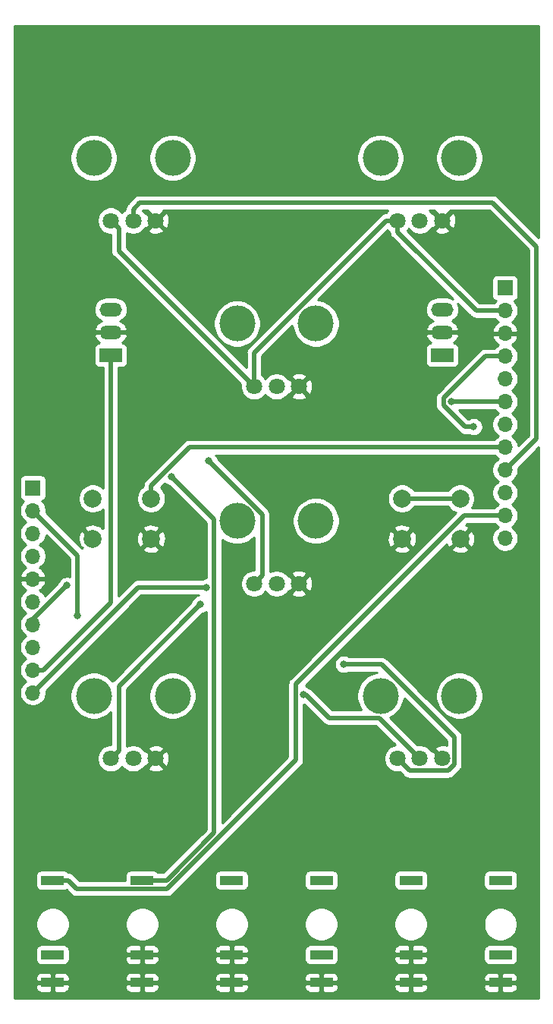
<source format=gbr>
G04 #@! TF.GenerationSoftware,KiCad,Pcbnew,(5.1.5)-3*
G04 #@! TF.CreationDate,2020-05-14T10:55:58+01:00*
G04 #@! TF.ProjectId,AddaTone Controls,41646461-546f-46e6-9520-436f6e74726f,rev?*
G04 #@! TF.SameCoordinates,Original*
G04 #@! TF.FileFunction,Copper,L2,Bot*
G04 #@! TF.FilePolarity,Positive*
%FSLAX46Y46*%
G04 Gerber Fmt 4.6, Leading zero omitted, Abs format (unit mm)*
G04 Created by KiCad (PCBNEW (5.1.5)-3) date 2020-05-14 10:55:58*
%MOMM*%
%LPD*%
G04 APERTURE LIST*
%ADD10C,2.000000*%
%ADD11R,1.700000X1.700000*%
%ADD12O,1.700000X1.700000*%
%ADD13C,1.800000*%
%ADD14C,4.000000*%
%ADD15R,2.500000X1.000000*%
%ADD16R,2.500000X1.500000*%
%ADD17O,2.500000X1.500000*%
%ADD18C,0.800000*%
%ADD19C,0.500000*%
%ADD20C,0.254000*%
G04 APERTURE END LIST*
D10*
X150500000Y-108000000D03*
X150500000Y-103500000D03*
X144000000Y-108000000D03*
X144000000Y-103500000D03*
D11*
X155500000Y-80000000D03*
D12*
X155500000Y-82540000D03*
X155500000Y-85080000D03*
X155500000Y-87620000D03*
X155500000Y-90160000D03*
X155500000Y-92700000D03*
X155500000Y-95240000D03*
X155500000Y-97780000D03*
X155500000Y-100320000D03*
X155500000Y-102860000D03*
X155500000Y-105400000D03*
X155500000Y-107940000D03*
D11*
X102800000Y-102300000D03*
D12*
X102800000Y-104840000D03*
X102800000Y-107380000D03*
X102800000Y-109920000D03*
X102800000Y-112460000D03*
X102800000Y-115000000D03*
X102800000Y-117540000D03*
X102800000Y-120080000D03*
X102800000Y-122620000D03*
X102800000Y-125160000D03*
D13*
X116500000Y-132500000D03*
X114000000Y-132500000D03*
X111500000Y-132500000D03*
D14*
X118400000Y-125500000D03*
X109600000Y-125500000D03*
X125600000Y-106000000D03*
X134400000Y-106000000D03*
D13*
X127500000Y-113000000D03*
X130000000Y-113000000D03*
X132500000Y-113000000D03*
D14*
X141600000Y-125500000D03*
X150400000Y-125500000D03*
D13*
X143500000Y-132500000D03*
X146000000Y-132500000D03*
X148500000Y-132500000D03*
D14*
X141600000Y-65500000D03*
X150400000Y-65500000D03*
D13*
X143500000Y-72500000D03*
X146000000Y-72500000D03*
X148500000Y-72500000D03*
X116500000Y-72500000D03*
X114000000Y-72500000D03*
X111500000Y-72500000D03*
D14*
X118400000Y-65500000D03*
X109600000Y-65500000D03*
D13*
X132500000Y-91000000D03*
X130000000Y-91000000D03*
X127500000Y-91000000D03*
D14*
X134400000Y-84000000D03*
X125600000Y-84000000D03*
D15*
X135000000Y-146080000D03*
X135000000Y-154380000D03*
X135000000Y-157480000D03*
X145000000Y-157480000D03*
X145000000Y-154380000D03*
X145000000Y-146080000D03*
X115000000Y-146080000D03*
X115000000Y-154380000D03*
X115000000Y-157480000D03*
X125000000Y-157480000D03*
X125000000Y-154380000D03*
X125000000Y-146080000D03*
X155000000Y-146080000D03*
X155000000Y-154380000D03*
X155000000Y-157480000D03*
X105000000Y-157480000D03*
X105000000Y-154380000D03*
X105000000Y-146080000D03*
D10*
X109500000Y-103500000D03*
X109500000Y-108000000D03*
X116000000Y-103500000D03*
X116000000Y-108000000D03*
D16*
X111500000Y-87500000D03*
D17*
X111500000Y-84960000D03*
X111500000Y-82420000D03*
X148500000Y-82420000D03*
X148500000Y-84960000D03*
D16*
X148500000Y-87500000D03*
D18*
X133000000Y-125400000D03*
X122400000Y-99300000D03*
X121500000Y-115300000D03*
X137500000Y-122000000D03*
X122200000Y-113400000D03*
X106600000Y-113200000D03*
X118300000Y-101100000D03*
X152000000Y-95500000D03*
X107800000Y-116600000D03*
X149500000Y-92700000D03*
D19*
X141450001Y-127950001D02*
X135850001Y-127950001D01*
X146000000Y-132500000D02*
X141450001Y-127950001D01*
X135850001Y-127950001D02*
X133300000Y-125400000D01*
X133300000Y-125400000D02*
X133000000Y-125400000D01*
X154297919Y-82540000D02*
X155500000Y-82540000D01*
X152267208Y-82540000D02*
X154297919Y-82540000D01*
X143500000Y-73772792D02*
X152267208Y-82540000D01*
X143500000Y-72500000D02*
X143500000Y-73772792D01*
X142227208Y-72500000D02*
X143500000Y-72500000D01*
X127500000Y-87227208D02*
X142227208Y-72500000D01*
X127500000Y-91000000D02*
X127500000Y-87227208D01*
X126600001Y-90100001D02*
X127500000Y-91000000D01*
X112399999Y-75899999D02*
X126600001Y-90100001D01*
X112399999Y-73399999D02*
X112399999Y-75899999D01*
X111500000Y-72500000D02*
X112399999Y-73399999D01*
X128399999Y-105299999D02*
X122400000Y-99300000D01*
X127500000Y-113000000D02*
X128399999Y-112100001D01*
X128399999Y-112100001D02*
X128399999Y-105299999D01*
X112399999Y-124400001D02*
X121500000Y-115300000D01*
X111500000Y-132500000D02*
X112399999Y-131600001D01*
X112399999Y-131600001D02*
X112399999Y-124400001D01*
X144399999Y-133399999D02*
X143500000Y-132500000D01*
X144850001Y-133850001D02*
X144399999Y-133399999D01*
X149148001Y-133850001D02*
X144850001Y-133850001D01*
X149850001Y-130123999D02*
X149850001Y-133148001D01*
X149850001Y-133148001D02*
X149148001Y-133850001D01*
X141726002Y-122000000D02*
X149850001Y-130123999D01*
X137500000Y-122000000D02*
X141726002Y-122000000D01*
X144000000Y-103500000D02*
X150500000Y-103500000D01*
X154297919Y-97780000D02*
X155500000Y-97780000D01*
X120305787Y-97780000D02*
X154297919Y-97780000D01*
X116000000Y-102085787D02*
X120305787Y-97780000D01*
X116000000Y-103500000D02*
X116000000Y-102085787D01*
X154297919Y-105400000D02*
X155500000Y-105400000D01*
X150953998Y-105400000D02*
X154297919Y-105400000D01*
X132149999Y-124203999D02*
X150953998Y-105400000D01*
X117789961Y-147030001D02*
X132149999Y-132669963D01*
X107700001Y-147030001D02*
X117789961Y-147030001D01*
X106750000Y-146080000D02*
X107700001Y-147030001D01*
X132149999Y-132669963D02*
X132149999Y-124203999D01*
X106000000Y-146080000D02*
X106750000Y-146080000D01*
X114560000Y-113400000D02*
X102800000Y-125160000D01*
X122200000Y-113400000D02*
X114560000Y-113400000D01*
X104002081Y-122620000D02*
X111500000Y-115122081D01*
X111500000Y-115122081D02*
X111500000Y-87750000D01*
X102800000Y-122620000D02*
X104002081Y-122620000D01*
X114000000Y-71227208D02*
X114727208Y-70500000D01*
X114000000Y-72500000D02*
X114000000Y-71227208D01*
X114727208Y-70500000D02*
X154100000Y-70500000D01*
X154100000Y-70500000D02*
X159000000Y-75400000D01*
X159000000Y-96820000D02*
X155500000Y-100320000D01*
X159000000Y-75400000D02*
X159000000Y-96820000D01*
X102800000Y-117000000D02*
X102800000Y-117540000D01*
X106600000Y-113200000D02*
X102800000Y-117000000D01*
X123050001Y-140779999D02*
X123050001Y-105850001D01*
X116000000Y-146080000D02*
X117750000Y-146080000D01*
X123050001Y-105850001D02*
X118300000Y-101100000D01*
X117750000Y-146080000D02*
X123050001Y-140779999D01*
X154297919Y-87620000D02*
X155500000Y-87620000D01*
X153321998Y-87620000D02*
X154297919Y-87620000D01*
X148649999Y-92291999D02*
X153321998Y-87620000D01*
X151041998Y-95500000D02*
X148649999Y-93108001D01*
X148649999Y-93108001D02*
X148649999Y-92291999D01*
X152000000Y-95500000D02*
X151041998Y-95500000D01*
X107800000Y-109840000D02*
X102800000Y-104840000D01*
X107800000Y-116600000D02*
X107800000Y-109840000D01*
X149500000Y-92700000D02*
X155500000Y-92700000D01*
D20*
G36*
X159265000Y-74413421D02*
G01*
X154756534Y-69904956D01*
X154728817Y-69871183D01*
X154594059Y-69760589D01*
X154440313Y-69678411D01*
X154273490Y-69627805D01*
X154143477Y-69615000D01*
X154143469Y-69615000D01*
X154100000Y-69610719D01*
X154056531Y-69615000D01*
X114770673Y-69615000D01*
X114727207Y-69610719D01*
X114683741Y-69615000D01*
X114683731Y-69615000D01*
X114553718Y-69627805D01*
X114386895Y-69678411D01*
X114233149Y-69760589D01*
X114233147Y-69760590D01*
X114233148Y-69760590D01*
X114132161Y-69843468D01*
X114132159Y-69843470D01*
X114098391Y-69871183D01*
X114070678Y-69904951D01*
X113404951Y-70570679D01*
X113371184Y-70598391D01*
X113343471Y-70632159D01*
X113343468Y-70632162D01*
X113260590Y-70733149D01*
X113178412Y-70886895D01*
X113127805Y-71053718D01*
X113110719Y-71227208D01*
X113112647Y-71246782D01*
X113021495Y-71307688D01*
X112807688Y-71521495D01*
X112750000Y-71607831D01*
X112692312Y-71521495D01*
X112478505Y-71307688D01*
X112227095Y-71139701D01*
X111947743Y-71023989D01*
X111651184Y-70965000D01*
X111348816Y-70965000D01*
X111052257Y-71023989D01*
X110772905Y-71139701D01*
X110521495Y-71307688D01*
X110307688Y-71521495D01*
X110139701Y-71772905D01*
X110023989Y-72052257D01*
X109965000Y-72348816D01*
X109965000Y-72651184D01*
X110023989Y-72947743D01*
X110139701Y-73227095D01*
X110307688Y-73478505D01*
X110521495Y-73692312D01*
X110772905Y-73860299D01*
X111052257Y-73976011D01*
X111348816Y-74035000D01*
X111514999Y-74035000D01*
X111515000Y-75856520D01*
X111510718Y-75899999D01*
X111527804Y-76073489D01*
X111578411Y-76240312D01*
X111660589Y-76394058D01*
X111743467Y-76495045D01*
X111743470Y-76495048D01*
X111771183Y-76528816D01*
X111804951Y-76556529D01*
X125986939Y-90738518D01*
X125965000Y-90848816D01*
X125965000Y-91151184D01*
X126023989Y-91447743D01*
X126139701Y-91727095D01*
X126307688Y-91978505D01*
X126521495Y-92192312D01*
X126772905Y-92360299D01*
X127052257Y-92476011D01*
X127348816Y-92535000D01*
X127651184Y-92535000D01*
X127947743Y-92476011D01*
X128227095Y-92360299D01*
X128478505Y-92192312D01*
X128692312Y-91978505D01*
X128750000Y-91892169D01*
X128807688Y-91978505D01*
X129021495Y-92192312D01*
X129272905Y-92360299D01*
X129552257Y-92476011D01*
X129848816Y-92535000D01*
X130151184Y-92535000D01*
X130447743Y-92476011D01*
X130727095Y-92360299D01*
X130978505Y-92192312D01*
X131106737Y-92064080D01*
X131615525Y-92064080D01*
X131699208Y-92318261D01*
X131971775Y-92449158D01*
X132264642Y-92524365D01*
X132566553Y-92540991D01*
X132865907Y-92498397D01*
X133151199Y-92398222D01*
X133300792Y-92318261D01*
X133384475Y-92064080D01*
X132500000Y-91179605D01*
X131615525Y-92064080D01*
X131106737Y-92064080D01*
X131192312Y-91978505D01*
X131287738Y-91835690D01*
X131435920Y-91884475D01*
X132320395Y-91000000D01*
X132679605Y-91000000D01*
X133564080Y-91884475D01*
X133818261Y-91800792D01*
X133949158Y-91528225D01*
X134024365Y-91235358D01*
X134040991Y-90933447D01*
X133998397Y-90634093D01*
X133898222Y-90348801D01*
X133818261Y-90199208D01*
X133564080Y-90115525D01*
X132679605Y-91000000D01*
X132320395Y-91000000D01*
X131435920Y-90115525D01*
X131287738Y-90164310D01*
X131192312Y-90021495D01*
X131106737Y-89935920D01*
X131615525Y-89935920D01*
X132500000Y-90820395D01*
X133384475Y-89935920D01*
X133300792Y-89681739D01*
X133028225Y-89550842D01*
X132735358Y-89475635D01*
X132433447Y-89459009D01*
X132134093Y-89501603D01*
X131848801Y-89601778D01*
X131699208Y-89681739D01*
X131615525Y-89935920D01*
X131106737Y-89935920D01*
X130978505Y-89807688D01*
X130727095Y-89639701D01*
X130447743Y-89523989D01*
X130151184Y-89465000D01*
X129848816Y-89465000D01*
X129552257Y-89523989D01*
X129272905Y-89639701D01*
X129021495Y-89807688D01*
X128807688Y-90021495D01*
X128750000Y-90107831D01*
X128692312Y-90021495D01*
X128478505Y-89807688D01*
X128385000Y-89745210D01*
X128385000Y-87593786D01*
X129228786Y-86750000D01*
X146611928Y-86750000D01*
X146611928Y-88250000D01*
X146624188Y-88374482D01*
X146660498Y-88494180D01*
X146719463Y-88604494D01*
X146798815Y-88701185D01*
X146895506Y-88780537D01*
X147005820Y-88839502D01*
X147125518Y-88875812D01*
X147250000Y-88888072D01*
X149750000Y-88888072D01*
X149874482Y-88875812D01*
X149994180Y-88839502D01*
X150104494Y-88780537D01*
X150201185Y-88701185D01*
X150280537Y-88604494D01*
X150339502Y-88494180D01*
X150375812Y-88374482D01*
X150388072Y-88250000D01*
X150388072Y-86750000D01*
X150375812Y-86625518D01*
X150339502Y-86505820D01*
X150280537Y-86395506D01*
X150201185Y-86298815D01*
X150104494Y-86219463D01*
X149994180Y-86160498D01*
X149874482Y-86124188D01*
X149765126Y-86113418D01*
X149875061Y-86041028D01*
X150069145Y-85849540D01*
X150222142Y-85623868D01*
X150328173Y-85372684D01*
X150342318Y-85301185D01*
X150219656Y-85087000D01*
X148627000Y-85087000D01*
X148627000Y-85107000D01*
X148373000Y-85107000D01*
X148373000Y-85087000D01*
X146780344Y-85087000D01*
X146657682Y-85301185D01*
X146671827Y-85372684D01*
X146777858Y-85623868D01*
X146930855Y-85849540D01*
X147124939Y-86041028D01*
X147234874Y-86113418D01*
X147125518Y-86124188D01*
X147005820Y-86160498D01*
X146895506Y-86219463D01*
X146798815Y-86298815D01*
X146719463Y-86395506D01*
X146660498Y-86505820D01*
X146624188Y-86625518D01*
X146611928Y-86750000D01*
X129228786Y-86750000D01*
X131765000Y-84213786D01*
X131765000Y-84259525D01*
X131866261Y-84768601D01*
X132064893Y-85248141D01*
X132353262Y-85679715D01*
X132720285Y-86046738D01*
X133151859Y-86335107D01*
X133631399Y-86533739D01*
X134140475Y-86635000D01*
X134659525Y-86635000D01*
X135168601Y-86533739D01*
X135648141Y-86335107D01*
X136079715Y-86046738D01*
X136446738Y-85679715D01*
X136735107Y-85248141D01*
X136933739Y-84768601D01*
X137035000Y-84259525D01*
X137035000Y-83740475D01*
X136933739Y-83231399D01*
X136735107Y-82751859D01*
X136446738Y-82320285D01*
X136079715Y-81953262D01*
X135648141Y-81664893D01*
X135168601Y-81466261D01*
X134659525Y-81365000D01*
X134613786Y-81365000D01*
X142403985Y-73574802D01*
X142521495Y-73692312D01*
X142612647Y-73753218D01*
X142610719Y-73772792D01*
X142627805Y-73946282D01*
X142678412Y-74113105D01*
X142760590Y-74266851D01*
X142843468Y-74367838D01*
X142843471Y-74367841D01*
X142871184Y-74401609D01*
X142904952Y-74429322D01*
X149698609Y-81222980D01*
X149532581Y-81134236D01*
X149271507Y-81055040D01*
X149068037Y-81035000D01*
X147931963Y-81035000D01*
X147728493Y-81055040D01*
X147467419Y-81134236D01*
X147226812Y-81262843D01*
X147015919Y-81435919D01*
X146842843Y-81646812D01*
X146714236Y-81887419D01*
X146635040Y-82148493D01*
X146608299Y-82420000D01*
X146635040Y-82691507D01*
X146714236Y-82952581D01*
X146842843Y-83193188D01*
X147015919Y-83404081D01*
X147226812Y-83577157D01*
X147442578Y-83692486D01*
X147352651Y-83729028D01*
X147124939Y-83878972D01*
X146930855Y-84070460D01*
X146777858Y-84296132D01*
X146671827Y-84547316D01*
X146657682Y-84618815D01*
X146780344Y-84833000D01*
X148373000Y-84833000D01*
X148373000Y-84813000D01*
X148627000Y-84813000D01*
X148627000Y-84833000D01*
X150219656Y-84833000D01*
X150342318Y-84618815D01*
X150328173Y-84547316D01*
X150222142Y-84296132D01*
X150069145Y-84070460D01*
X149875061Y-83878972D01*
X149647349Y-83729028D01*
X149557422Y-83692486D01*
X149773188Y-83577157D01*
X149984081Y-83404081D01*
X150157157Y-83193188D01*
X150285764Y-82952581D01*
X150364960Y-82691507D01*
X150391701Y-82420000D01*
X150364960Y-82148493D01*
X150285764Y-81887419D01*
X150197020Y-81721391D01*
X151610678Y-83135049D01*
X151638391Y-83168817D01*
X151672159Y-83196530D01*
X151672161Y-83196532D01*
X151714647Y-83231399D01*
X151773149Y-83279411D01*
X151926895Y-83361589D01*
X152093718Y-83412195D01*
X152223731Y-83425000D01*
X152223741Y-83425000D01*
X152267207Y-83429281D01*
X152310673Y-83425000D01*
X154305344Y-83425000D01*
X154346525Y-83486632D01*
X154553368Y-83693475D01*
X154735534Y-83815195D01*
X154618645Y-83884822D01*
X154402412Y-84079731D01*
X154228359Y-84313080D01*
X154103175Y-84575901D01*
X154058524Y-84723110D01*
X154179845Y-84953000D01*
X155373000Y-84953000D01*
X155373000Y-84933000D01*
X155627000Y-84933000D01*
X155627000Y-84953000D01*
X156820155Y-84953000D01*
X156941476Y-84723110D01*
X156896825Y-84575901D01*
X156771641Y-84313080D01*
X156597588Y-84079731D01*
X156381355Y-83884822D01*
X156264466Y-83815195D01*
X156446632Y-83693475D01*
X156653475Y-83486632D01*
X156815990Y-83243411D01*
X156927932Y-82973158D01*
X156985000Y-82686260D01*
X156985000Y-82393740D01*
X156927932Y-82106842D01*
X156815990Y-81836589D01*
X156653475Y-81593368D01*
X156521620Y-81461513D01*
X156594180Y-81439502D01*
X156704494Y-81380537D01*
X156801185Y-81301185D01*
X156880537Y-81204494D01*
X156939502Y-81094180D01*
X156975812Y-80974482D01*
X156988072Y-80850000D01*
X156988072Y-79150000D01*
X156975812Y-79025518D01*
X156939502Y-78905820D01*
X156880537Y-78795506D01*
X156801185Y-78698815D01*
X156704494Y-78619463D01*
X156594180Y-78560498D01*
X156474482Y-78524188D01*
X156350000Y-78511928D01*
X154650000Y-78511928D01*
X154525518Y-78524188D01*
X154405820Y-78560498D01*
X154295506Y-78619463D01*
X154198815Y-78698815D01*
X154119463Y-78795506D01*
X154060498Y-78905820D01*
X154024188Y-79025518D01*
X154011928Y-79150000D01*
X154011928Y-80850000D01*
X154024188Y-80974482D01*
X154060498Y-81094180D01*
X154119463Y-81204494D01*
X154198815Y-81301185D01*
X154295506Y-81380537D01*
X154405820Y-81439502D01*
X154478380Y-81461513D01*
X154346525Y-81593368D01*
X154305344Y-81655000D01*
X152633787Y-81655000D01*
X144574802Y-73596015D01*
X144692312Y-73478505D01*
X144750000Y-73392169D01*
X144807688Y-73478505D01*
X145021495Y-73692312D01*
X145272905Y-73860299D01*
X145552257Y-73976011D01*
X145848816Y-74035000D01*
X146151184Y-74035000D01*
X146447743Y-73976011D01*
X146727095Y-73860299D01*
X146978505Y-73692312D01*
X147106737Y-73564080D01*
X147615525Y-73564080D01*
X147699208Y-73818261D01*
X147971775Y-73949158D01*
X148264642Y-74024365D01*
X148566553Y-74040991D01*
X148865907Y-73998397D01*
X149151199Y-73898222D01*
X149300792Y-73818261D01*
X149384475Y-73564080D01*
X148500000Y-72679605D01*
X147615525Y-73564080D01*
X147106737Y-73564080D01*
X147192312Y-73478505D01*
X147287738Y-73335690D01*
X147435920Y-73384475D01*
X148320395Y-72500000D01*
X148679605Y-72500000D01*
X149564080Y-73384475D01*
X149818261Y-73300792D01*
X149949158Y-73028225D01*
X150024365Y-72735358D01*
X150040991Y-72433447D01*
X149998397Y-72134093D01*
X149898222Y-71848801D01*
X149818261Y-71699208D01*
X149564080Y-71615525D01*
X148679605Y-72500000D01*
X148320395Y-72500000D01*
X147435920Y-71615525D01*
X147287738Y-71664310D01*
X147192312Y-71521495D01*
X147055817Y-71385000D01*
X147632289Y-71385000D01*
X147615525Y-71435920D01*
X148500000Y-72320395D01*
X149384475Y-71435920D01*
X149367711Y-71385000D01*
X153733422Y-71385000D01*
X158115000Y-75766579D01*
X158115001Y-96453420D01*
X156976652Y-97591770D01*
X156927932Y-97346842D01*
X156815990Y-97076589D01*
X156653475Y-96833368D01*
X156446632Y-96626525D01*
X156272240Y-96510000D01*
X156446632Y-96393475D01*
X156653475Y-96186632D01*
X156815990Y-95943411D01*
X156927932Y-95673158D01*
X156985000Y-95386260D01*
X156985000Y-95093740D01*
X156927932Y-94806842D01*
X156815990Y-94536589D01*
X156653475Y-94293368D01*
X156446632Y-94086525D01*
X156272240Y-93970000D01*
X156446632Y-93853475D01*
X156653475Y-93646632D01*
X156815990Y-93403411D01*
X156927932Y-93133158D01*
X156985000Y-92846260D01*
X156985000Y-92553740D01*
X156927932Y-92266842D01*
X156815990Y-91996589D01*
X156653475Y-91753368D01*
X156446632Y-91546525D01*
X156272240Y-91430000D01*
X156446632Y-91313475D01*
X156653475Y-91106632D01*
X156815990Y-90863411D01*
X156927932Y-90593158D01*
X156985000Y-90306260D01*
X156985000Y-90013740D01*
X156927932Y-89726842D01*
X156815990Y-89456589D01*
X156653475Y-89213368D01*
X156446632Y-89006525D01*
X156272240Y-88890000D01*
X156446632Y-88773475D01*
X156653475Y-88566632D01*
X156815990Y-88323411D01*
X156927932Y-88053158D01*
X156985000Y-87766260D01*
X156985000Y-87473740D01*
X156927932Y-87186842D01*
X156815990Y-86916589D01*
X156653475Y-86673368D01*
X156446632Y-86466525D01*
X156264466Y-86344805D01*
X156381355Y-86275178D01*
X156597588Y-86080269D01*
X156771641Y-85846920D01*
X156896825Y-85584099D01*
X156941476Y-85436890D01*
X156820155Y-85207000D01*
X155627000Y-85207000D01*
X155627000Y-85227000D01*
X155373000Y-85227000D01*
X155373000Y-85207000D01*
X154179845Y-85207000D01*
X154058524Y-85436890D01*
X154103175Y-85584099D01*
X154228359Y-85846920D01*
X154402412Y-86080269D01*
X154618645Y-86275178D01*
X154735534Y-86344805D01*
X154553368Y-86466525D01*
X154346525Y-86673368D01*
X154305344Y-86735000D01*
X153365463Y-86735000D01*
X153321997Y-86730719D01*
X153278531Y-86735000D01*
X153278521Y-86735000D01*
X153148508Y-86747805D01*
X152981685Y-86798411D01*
X152827939Y-86880589D01*
X152827937Y-86880590D01*
X152827938Y-86880590D01*
X152726951Y-86963468D01*
X152726949Y-86963470D01*
X152693181Y-86991183D01*
X152665468Y-87024951D01*
X148054951Y-91635469D01*
X148021183Y-91663182D01*
X147993470Y-91696950D01*
X147993467Y-91696953D01*
X147910589Y-91797940D01*
X147828411Y-91951686D01*
X147777804Y-92118509D01*
X147770657Y-92191078D01*
X147764999Y-92248522D01*
X147764999Y-92248530D01*
X147760718Y-92291999D01*
X147764999Y-92335468D01*
X147764999Y-93064532D01*
X147760718Y-93108001D01*
X147764999Y-93151470D01*
X147764999Y-93151477D01*
X147777804Y-93281490D01*
X147828410Y-93448313D01*
X147910588Y-93602059D01*
X148021182Y-93736818D01*
X148054955Y-93764535D01*
X150385468Y-96095049D01*
X150413181Y-96128817D01*
X150446949Y-96156530D01*
X150446951Y-96156532D01*
X150518450Y-96215210D01*
X150547939Y-96239411D01*
X150701685Y-96321589D01*
X150868508Y-96372195D01*
X150998521Y-96385000D01*
X150998531Y-96385000D01*
X151041997Y-96389281D01*
X151085463Y-96385000D01*
X151461546Y-96385000D01*
X151509744Y-96417205D01*
X151698102Y-96495226D01*
X151898061Y-96535000D01*
X152101939Y-96535000D01*
X152301898Y-96495226D01*
X152490256Y-96417205D01*
X152659774Y-96303937D01*
X152803937Y-96159774D01*
X152917205Y-95990256D01*
X152995226Y-95801898D01*
X153035000Y-95601939D01*
X153035000Y-95398061D01*
X152995226Y-95198102D01*
X152917205Y-95009744D01*
X152803937Y-94840226D01*
X152659774Y-94696063D01*
X152490256Y-94582795D01*
X152301898Y-94504774D01*
X152101939Y-94465000D01*
X151898061Y-94465000D01*
X151698102Y-94504774D01*
X151509744Y-94582795D01*
X151461546Y-94615000D01*
X151408577Y-94615000D01*
X150378576Y-93585000D01*
X154305344Y-93585000D01*
X154346525Y-93646632D01*
X154553368Y-93853475D01*
X154727760Y-93970000D01*
X154553368Y-94086525D01*
X154346525Y-94293368D01*
X154184010Y-94536589D01*
X154072068Y-94806842D01*
X154015000Y-95093740D01*
X154015000Y-95386260D01*
X154072068Y-95673158D01*
X154184010Y-95943411D01*
X154346525Y-96186632D01*
X154553368Y-96393475D01*
X154727760Y-96510000D01*
X154553368Y-96626525D01*
X154346525Y-96833368D01*
X154305344Y-96895000D01*
X120349252Y-96895000D01*
X120305786Y-96890719D01*
X120262320Y-96895000D01*
X120262310Y-96895000D01*
X120132297Y-96907805D01*
X119965474Y-96958411D01*
X119811728Y-97040589D01*
X119811726Y-97040590D01*
X119811727Y-97040590D01*
X119710740Y-97123468D01*
X119710738Y-97123470D01*
X119676970Y-97151183D01*
X119649257Y-97184951D01*
X115404951Y-101429257D01*
X115371184Y-101456970D01*
X115343471Y-101490738D01*
X115343468Y-101490741D01*
X115260590Y-101591728D01*
X115178412Y-101745474D01*
X115127805Y-101912297D01*
X115110719Y-102085787D01*
X115114601Y-102125207D01*
X114957748Y-102230013D01*
X114730013Y-102457748D01*
X114551082Y-102725537D01*
X114427832Y-103023088D01*
X114365000Y-103338967D01*
X114365000Y-103661033D01*
X114427832Y-103976912D01*
X114551082Y-104274463D01*
X114730013Y-104542252D01*
X114957748Y-104769987D01*
X115225537Y-104948918D01*
X115523088Y-105072168D01*
X115838967Y-105135000D01*
X116161033Y-105135000D01*
X116476912Y-105072168D01*
X116774463Y-104948918D01*
X117042252Y-104769987D01*
X117269987Y-104542252D01*
X117448918Y-104274463D01*
X117572168Y-103976912D01*
X117635000Y-103661033D01*
X117635000Y-103338967D01*
X117572168Y-103023088D01*
X117448918Y-102725537D01*
X117269987Y-102457748D01*
X117074802Y-102262563D01*
X117536827Y-101800538D01*
X117640226Y-101903937D01*
X117809744Y-102017205D01*
X117998102Y-102095226D01*
X118054957Y-102106535D01*
X122165002Y-106216581D01*
X122165002Y-112365000D01*
X122098061Y-112365000D01*
X121898102Y-112404774D01*
X121709744Y-112482795D01*
X121661546Y-112515000D01*
X114603465Y-112515000D01*
X114559999Y-112510719D01*
X114516533Y-112515000D01*
X114516523Y-112515000D01*
X114386510Y-112527805D01*
X114219687Y-112578411D01*
X114065941Y-112660589D01*
X114065939Y-112660590D01*
X114065940Y-112660590D01*
X113964953Y-112743468D01*
X113964951Y-112743470D01*
X113931183Y-112771183D01*
X113903470Y-112804951D01*
X112385000Y-114323421D01*
X112385000Y-109135413D01*
X115044192Y-109135413D01*
X115139956Y-109399814D01*
X115429571Y-109540704D01*
X115741108Y-109622384D01*
X116062595Y-109641718D01*
X116381675Y-109597961D01*
X116686088Y-109492795D01*
X116860044Y-109399814D01*
X116955808Y-109135413D01*
X116000000Y-108179605D01*
X115044192Y-109135413D01*
X112385000Y-109135413D01*
X112385000Y-108062595D01*
X114358282Y-108062595D01*
X114402039Y-108381675D01*
X114507205Y-108686088D01*
X114600186Y-108860044D01*
X114864587Y-108955808D01*
X115820395Y-108000000D01*
X116179605Y-108000000D01*
X117135413Y-108955808D01*
X117399814Y-108860044D01*
X117540704Y-108570429D01*
X117622384Y-108258892D01*
X117641718Y-107937405D01*
X117597961Y-107618325D01*
X117492795Y-107313912D01*
X117399814Y-107139956D01*
X117135413Y-107044192D01*
X116179605Y-108000000D01*
X115820395Y-108000000D01*
X114864587Y-107044192D01*
X114600186Y-107139956D01*
X114459296Y-107429571D01*
X114377616Y-107741108D01*
X114358282Y-108062595D01*
X112385000Y-108062595D01*
X112385000Y-106864587D01*
X115044192Y-106864587D01*
X116000000Y-107820395D01*
X116955808Y-106864587D01*
X116860044Y-106600186D01*
X116570429Y-106459296D01*
X116258892Y-106377616D01*
X115937405Y-106358282D01*
X115618325Y-106402039D01*
X115313912Y-106507205D01*
X115139956Y-106600186D01*
X115044192Y-106864587D01*
X112385000Y-106864587D01*
X112385000Y-88888072D01*
X112750000Y-88888072D01*
X112874482Y-88875812D01*
X112994180Y-88839502D01*
X113104494Y-88780537D01*
X113201185Y-88701185D01*
X113280537Y-88604494D01*
X113339502Y-88494180D01*
X113375812Y-88374482D01*
X113388072Y-88250000D01*
X113388072Y-86750000D01*
X113375812Y-86625518D01*
X113339502Y-86505820D01*
X113280537Y-86395506D01*
X113201185Y-86298815D01*
X113104494Y-86219463D01*
X112994180Y-86160498D01*
X112874482Y-86124188D01*
X112765126Y-86113418D01*
X112875061Y-86041028D01*
X113069145Y-85849540D01*
X113222142Y-85623868D01*
X113328173Y-85372684D01*
X113342318Y-85301185D01*
X113219656Y-85087000D01*
X111627000Y-85087000D01*
X111627000Y-85107000D01*
X111373000Y-85107000D01*
X111373000Y-85087000D01*
X109780344Y-85087000D01*
X109657682Y-85301185D01*
X109671827Y-85372684D01*
X109777858Y-85623868D01*
X109930855Y-85849540D01*
X110124939Y-86041028D01*
X110234874Y-86113418D01*
X110125518Y-86124188D01*
X110005820Y-86160498D01*
X109895506Y-86219463D01*
X109798815Y-86298815D01*
X109719463Y-86395506D01*
X109660498Y-86505820D01*
X109624188Y-86625518D01*
X109611928Y-86750000D01*
X109611928Y-88250000D01*
X109624188Y-88374482D01*
X109660498Y-88494180D01*
X109719463Y-88604494D01*
X109798815Y-88701185D01*
X109895506Y-88780537D01*
X110005820Y-88839502D01*
X110125518Y-88875812D01*
X110250000Y-88888072D01*
X110615001Y-88888072D01*
X110615000Y-102302761D01*
X110542252Y-102230013D01*
X110274463Y-102051082D01*
X109976912Y-101927832D01*
X109661033Y-101865000D01*
X109338967Y-101865000D01*
X109023088Y-101927832D01*
X108725537Y-102051082D01*
X108457748Y-102230013D01*
X108230013Y-102457748D01*
X108051082Y-102725537D01*
X107927832Y-103023088D01*
X107865000Y-103338967D01*
X107865000Y-103661033D01*
X107927832Y-103976912D01*
X108051082Y-104274463D01*
X108230013Y-104542252D01*
X108457748Y-104769987D01*
X108725537Y-104948918D01*
X109023088Y-105072168D01*
X109338967Y-105135000D01*
X109661033Y-105135000D01*
X109976912Y-105072168D01*
X110274463Y-104948918D01*
X110542252Y-104769987D01*
X110615000Y-104697239D01*
X110615000Y-106792442D01*
X110571475Y-106748917D01*
X110455807Y-106864585D01*
X110360044Y-106600186D01*
X110070429Y-106459296D01*
X109758892Y-106377616D01*
X109437405Y-106358282D01*
X109118325Y-106402039D01*
X108813912Y-106507205D01*
X108639956Y-106600186D01*
X108544192Y-106864587D01*
X109500000Y-107820395D01*
X109514143Y-107806253D01*
X109693748Y-107985858D01*
X109679605Y-108000000D01*
X109693748Y-108014143D01*
X109514143Y-108193748D01*
X109500000Y-108179605D01*
X109485858Y-108193748D01*
X109306253Y-108014143D01*
X109320395Y-108000000D01*
X108364587Y-107044192D01*
X108100186Y-107139956D01*
X107959296Y-107429571D01*
X107877616Y-107741108D01*
X107858282Y-108062595D01*
X107902039Y-108381675D01*
X108007205Y-108686088D01*
X108100186Y-108860044D01*
X108364585Y-108955807D01*
X108265985Y-109054407D01*
X104270539Y-105058961D01*
X104285000Y-104986260D01*
X104285000Y-104693740D01*
X104227932Y-104406842D01*
X104115990Y-104136589D01*
X103953475Y-103893368D01*
X103821620Y-103761513D01*
X103894180Y-103739502D01*
X104004494Y-103680537D01*
X104101185Y-103601185D01*
X104180537Y-103504494D01*
X104239502Y-103394180D01*
X104275812Y-103274482D01*
X104288072Y-103150000D01*
X104288072Y-101450000D01*
X104275812Y-101325518D01*
X104239502Y-101205820D01*
X104180537Y-101095506D01*
X104101185Y-100998815D01*
X104004494Y-100919463D01*
X103894180Y-100860498D01*
X103774482Y-100824188D01*
X103650000Y-100811928D01*
X101950000Y-100811928D01*
X101825518Y-100824188D01*
X101705820Y-100860498D01*
X101595506Y-100919463D01*
X101498815Y-100998815D01*
X101419463Y-101095506D01*
X101360498Y-101205820D01*
X101324188Y-101325518D01*
X101311928Y-101450000D01*
X101311928Y-103150000D01*
X101324188Y-103274482D01*
X101360498Y-103394180D01*
X101419463Y-103504494D01*
X101498815Y-103601185D01*
X101595506Y-103680537D01*
X101705820Y-103739502D01*
X101778380Y-103761513D01*
X101646525Y-103893368D01*
X101484010Y-104136589D01*
X101372068Y-104406842D01*
X101315000Y-104693740D01*
X101315000Y-104986260D01*
X101372068Y-105273158D01*
X101484010Y-105543411D01*
X101646525Y-105786632D01*
X101853368Y-105993475D01*
X102027760Y-106110000D01*
X101853368Y-106226525D01*
X101646525Y-106433368D01*
X101484010Y-106676589D01*
X101372068Y-106946842D01*
X101315000Y-107233740D01*
X101315000Y-107526260D01*
X101372068Y-107813158D01*
X101484010Y-108083411D01*
X101646525Y-108326632D01*
X101853368Y-108533475D01*
X102027760Y-108650000D01*
X101853368Y-108766525D01*
X101646525Y-108973368D01*
X101484010Y-109216589D01*
X101372068Y-109486842D01*
X101315000Y-109773740D01*
X101315000Y-110066260D01*
X101372068Y-110353158D01*
X101484010Y-110623411D01*
X101646525Y-110866632D01*
X101853368Y-111073475D01*
X102035534Y-111195195D01*
X101918645Y-111264822D01*
X101702412Y-111459731D01*
X101528359Y-111693080D01*
X101403175Y-111955901D01*
X101358524Y-112103110D01*
X101479845Y-112333000D01*
X102673000Y-112333000D01*
X102673000Y-112313000D01*
X102927000Y-112313000D01*
X102927000Y-112333000D01*
X104120155Y-112333000D01*
X104241476Y-112103110D01*
X104196825Y-111955901D01*
X104071641Y-111693080D01*
X103897588Y-111459731D01*
X103681355Y-111264822D01*
X103564466Y-111195195D01*
X103746632Y-111073475D01*
X103953475Y-110866632D01*
X104115990Y-110623411D01*
X104227932Y-110353158D01*
X104285000Y-110066260D01*
X104285000Y-109773740D01*
X104227932Y-109486842D01*
X104115990Y-109216589D01*
X103953475Y-108973368D01*
X103746632Y-108766525D01*
X103572240Y-108650000D01*
X103746632Y-108533475D01*
X103953475Y-108326632D01*
X104115990Y-108083411D01*
X104227932Y-107813158D01*
X104276652Y-107568230D01*
X106915001Y-110206580D01*
X106915001Y-112210201D01*
X106901898Y-112204774D01*
X106701939Y-112165000D01*
X106498061Y-112165000D01*
X106298102Y-112204774D01*
X106109744Y-112282795D01*
X105940226Y-112396063D01*
X105796063Y-112540226D01*
X105682795Y-112709744D01*
X105604774Y-112898102D01*
X105593465Y-112954956D01*
X104155777Y-114392644D01*
X104115990Y-114296589D01*
X103953475Y-114053368D01*
X103746632Y-113846525D01*
X103564466Y-113724805D01*
X103681355Y-113655178D01*
X103897588Y-113460269D01*
X104071641Y-113226920D01*
X104196825Y-112964099D01*
X104241476Y-112816890D01*
X104120155Y-112587000D01*
X102927000Y-112587000D01*
X102927000Y-112607000D01*
X102673000Y-112607000D01*
X102673000Y-112587000D01*
X101479845Y-112587000D01*
X101358524Y-112816890D01*
X101403175Y-112964099D01*
X101528359Y-113226920D01*
X101702412Y-113460269D01*
X101918645Y-113655178D01*
X102035534Y-113724805D01*
X101853368Y-113846525D01*
X101646525Y-114053368D01*
X101484010Y-114296589D01*
X101372068Y-114566842D01*
X101315000Y-114853740D01*
X101315000Y-115146260D01*
X101372068Y-115433158D01*
X101484010Y-115703411D01*
X101646525Y-115946632D01*
X101853368Y-116153475D01*
X102027760Y-116270000D01*
X101853368Y-116386525D01*
X101646525Y-116593368D01*
X101484010Y-116836589D01*
X101372068Y-117106842D01*
X101315000Y-117393740D01*
X101315000Y-117686260D01*
X101372068Y-117973158D01*
X101484010Y-118243411D01*
X101646525Y-118486632D01*
X101853368Y-118693475D01*
X102027760Y-118810000D01*
X101853368Y-118926525D01*
X101646525Y-119133368D01*
X101484010Y-119376589D01*
X101372068Y-119646842D01*
X101315000Y-119933740D01*
X101315000Y-120226260D01*
X101372068Y-120513158D01*
X101484010Y-120783411D01*
X101646525Y-121026632D01*
X101853368Y-121233475D01*
X102027760Y-121350000D01*
X101853368Y-121466525D01*
X101646525Y-121673368D01*
X101484010Y-121916589D01*
X101372068Y-122186842D01*
X101315000Y-122473740D01*
X101315000Y-122766260D01*
X101372068Y-123053158D01*
X101484010Y-123323411D01*
X101646525Y-123566632D01*
X101853368Y-123773475D01*
X102027760Y-123890000D01*
X101853368Y-124006525D01*
X101646525Y-124213368D01*
X101484010Y-124456589D01*
X101372068Y-124726842D01*
X101315000Y-125013740D01*
X101315000Y-125306260D01*
X101372068Y-125593158D01*
X101484010Y-125863411D01*
X101646525Y-126106632D01*
X101853368Y-126313475D01*
X102096589Y-126475990D01*
X102366842Y-126587932D01*
X102653740Y-126645000D01*
X102946260Y-126645000D01*
X103233158Y-126587932D01*
X103503411Y-126475990D01*
X103746632Y-126313475D01*
X103953475Y-126106632D01*
X104115990Y-125863411D01*
X104227932Y-125593158D01*
X104285000Y-125306260D01*
X104285000Y-125013740D01*
X104270539Y-124941039D01*
X114926579Y-114285000D01*
X121297513Y-114285000D01*
X121198102Y-114304774D01*
X121009744Y-114382795D01*
X120840226Y-114496063D01*
X120696063Y-114640226D01*
X120582795Y-114809744D01*
X120504774Y-114998102D01*
X120493465Y-115054956D01*
X111804951Y-123743471D01*
X111771183Y-123771184D01*
X111743470Y-123804952D01*
X111743467Y-123804955D01*
X111684502Y-123876803D01*
X111646738Y-123820285D01*
X111279715Y-123453262D01*
X110848141Y-123164893D01*
X110368601Y-122966261D01*
X109859525Y-122865000D01*
X109340475Y-122865000D01*
X108831399Y-122966261D01*
X108351859Y-123164893D01*
X107920285Y-123453262D01*
X107553262Y-123820285D01*
X107264893Y-124251859D01*
X107066261Y-124731399D01*
X106965000Y-125240475D01*
X106965000Y-125759525D01*
X107066261Y-126268601D01*
X107264893Y-126748141D01*
X107553262Y-127179715D01*
X107920285Y-127546738D01*
X108351859Y-127835107D01*
X108831399Y-128033739D01*
X109340475Y-128135000D01*
X109859525Y-128135000D01*
X110368601Y-128033739D01*
X110848141Y-127835107D01*
X111279715Y-127546738D01*
X111515000Y-127311453D01*
X111514999Y-130965000D01*
X111348816Y-130965000D01*
X111052257Y-131023989D01*
X110772905Y-131139701D01*
X110521495Y-131307688D01*
X110307688Y-131521495D01*
X110139701Y-131772905D01*
X110023989Y-132052257D01*
X109965000Y-132348816D01*
X109965000Y-132651184D01*
X110023989Y-132947743D01*
X110139701Y-133227095D01*
X110307688Y-133478505D01*
X110521495Y-133692312D01*
X110772905Y-133860299D01*
X111052257Y-133976011D01*
X111348816Y-134035000D01*
X111651184Y-134035000D01*
X111947743Y-133976011D01*
X112227095Y-133860299D01*
X112478505Y-133692312D01*
X112692312Y-133478505D01*
X112750000Y-133392169D01*
X112807688Y-133478505D01*
X113021495Y-133692312D01*
X113272905Y-133860299D01*
X113552257Y-133976011D01*
X113848816Y-134035000D01*
X114151184Y-134035000D01*
X114447743Y-133976011D01*
X114727095Y-133860299D01*
X114978505Y-133692312D01*
X115106737Y-133564080D01*
X115615525Y-133564080D01*
X115699208Y-133818261D01*
X115971775Y-133949158D01*
X116264642Y-134024365D01*
X116566553Y-134040991D01*
X116865907Y-133998397D01*
X117151199Y-133898222D01*
X117300792Y-133818261D01*
X117384475Y-133564080D01*
X116500000Y-132679605D01*
X115615525Y-133564080D01*
X115106737Y-133564080D01*
X115192312Y-133478505D01*
X115287738Y-133335690D01*
X115435920Y-133384475D01*
X116320395Y-132500000D01*
X116679605Y-132500000D01*
X117564080Y-133384475D01*
X117818261Y-133300792D01*
X117949158Y-133028225D01*
X118024365Y-132735358D01*
X118040991Y-132433447D01*
X117998397Y-132134093D01*
X117898222Y-131848801D01*
X117818261Y-131699208D01*
X117564080Y-131615525D01*
X116679605Y-132500000D01*
X116320395Y-132500000D01*
X115435920Y-131615525D01*
X115287738Y-131664310D01*
X115192312Y-131521495D01*
X115106737Y-131435920D01*
X115615525Y-131435920D01*
X116500000Y-132320395D01*
X117384475Y-131435920D01*
X117300792Y-131181739D01*
X117028225Y-131050842D01*
X116735358Y-130975635D01*
X116433447Y-130959009D01*
X116134093Y-131001603D01*
X115848801Y-131101778D01*
X115699208Y-131181739D01*
X115615525Y-131435920D01*
X115106737Y-131435920D01*
X114978505Y-131307688D01*
X114727095Y-131139701D01*
X114447743Y-131023989D01*
X114151184Y-130965000D01*
X113848816Y-130965000D01*
X113552257Y-131023989D01*
X113284999Y-131134691D01*
X113284999Y-125240475D01*
X115765000Y-125240475D01*
X115765000Y-125759525D01*
X115866261Y-126268601D01*
X116064893Y-126748141D01*
X116353262Y-127179715D01*
X116720285Y-127546738D01*
X117151859Y-127835107D01*
X117631399Y-128033739D01*
X118140475Y-128135000D01*
X118659525Y-128135000D01*
X119168601Y-128033739D01*
X119648141Y-127835107D01*
X120079715Y-127546738D01*
X120446738Y-127179715D01*
X120735107Y-126748141D01*
X120933739Y-126268601D01*
X121035000Y-125759525D01*
X121035000Y-125240475D01*
X120933739Y-124731399D01*
X120735107Y-124251859D01*
X120446738Y-123820285D01*
X120079715Y-123453262D01*
X119648141Y-123164893D01*
X119168601Y-122966261D01*
X118659525Y-122865000D01*
X118140475Y-122865000D01*
X117631399Y-122966261D01*
X117151859Y-123164893D01*
X116720285Y-123453262D01*
X116353262Y-123820285D01*
X116064893Y-124251859D01*
X115866261Y-124731399D01*
X115765000Y-125240475D01*
X113284999Y-125240475D01*
X113284999Y-124766579D01*
X121745044Y-116306535D01*
X121801898Y-116295226D01*
X121990256Y-116217205D01*
X122159774Y-116103937D01*
X122165002Y-116098709D01*
X122165001Y-140413420D01*
X117383422Y-145195000D01*
X116755501Y-145195000D01*
X116701185Y-145128815D01*
X116604494Y-145049463D01*
X116494180Y-144990498D01*
X116374482Y-144954188D01*
X116250000Y-144941928D01*
X113750000Y-144941928D01*
X113625518Y-144954188D01*
X113505820Y-144990498D01*
X113395506Y-145049463D01*
X113298815Y-145128815D01*
X113219463Y-145225506D01*
X113160498Y-145335820D01*
X113124188Y-145455518D01*
X113111928Y-145580000D01*
X113111928Y-146145001D01*
X108066580Y-146145001D01*
X107406532Y-145484954D01*
X107378817Y-145451183D01*
X107244059Y-145340589D01*
X107090313Y-145258411D01*
X106923490Y-145207805D01*
X106793477Y-145195000D01*
X106793469Y-145195000D01*
X106752163Y-145190932D01*
X106701185Y-145128815D01*
X106604494Y-145049463D01*
X106494180Y-144990498D01*
X106374482Y-144954188D01*
X106250000Y-144941928D01*
X103750000Y-144941928D01*
X103625518Y-144954188D01*
X103505820Y-144990498D01*
X103395506Y-145049463D01*
X103298815Y-145128815D01*
X103219463Y-145225506D01*
X103160498Y-145335820D01*
X103124188Y-145455518D01*
X103111928Y-145580000D01*
X103111928Y-146580000D01*
X103124188Y-146704482D01*
X103160498Y-146824180D01*
X103219463Y-146934494D01*
X103298815Y-147031185D01*
X103395506Y-147110537D01*
X103505820Y-147169502D01*
X103625518Y-147205812D01*
X103750000Y-147218072D01*
X106250000Y-147218072D01*
X106374482Y-147205812D01*
X106494180Y-147169502D01*
X106555270Y-147136848D01*
X107043471Y-147625050D01*
X107071184Y-147658818D01*
X107104952Y-147686531D01*
X107104954Y-147686533D01*
X107176453Y-147745211D01*
X107205942Y-147769412D01*
X107359688Y-147851590D01*
X107526511Y-147902196D01*
X107656524Y-147915001D01*
X107656534Y-147915001D01*
X107700000Y-147919282D01*
X107743466Y-147915001D01*
X117746492Y-147915001D01*
X117789961Y-147919282D01*
X117833430Y-147915001D01*
X117833438Y-147915001D01*
X117963451Y-147902196D01*
X118130274Y-147851590D01*
X118284020Y-147769412D01*
X118418778Y-147658818D01*
X118446495Y-147625045D01*
X120491540Y-145580000D01*
X123111928Y-145580000D01*
X123111928Y-146580000D01*
X123124188Y-146704482D01*
X123160498Y-146824180D01*
X123219463Y-146934494D01*
X123298815Y-147031185D01*
X123395506Y-147110537D01*
X123505820Y-147169502D01*
X123625518Y-147205812D01*
X123750000Y-147218072D01*
X126250000Y-147218072D01*
X126374482Y-147205812D01*
X126494180Y-147169502D01*
X126604494Y-147110537D01*
X126701185Y-147031185D01*
X126780537Y-146934494D01*
X126839502Y-146824180D01*
X126875812Y-146704482D01*
X126888072Y-146580000D01*
X126888072Y-145580000D01*
X133111928Y-145580000D01*
X133111928Y-146580000D01*
X133124188Y-146704482D01*
X133160498Y-146824180D01*
X133219463Y-146934494D01*
X133298815Y-147031185D01*
X133395506Y-147110537D01*
X133505820Y-147169502D01*
X133625518Y-147205812D01*
X133750000Y-147218072D01*
X136250000Y-147218072D01*
X136374482Y-147205812D01*
X136494180Y-147169502D01*
X136604494Y-147110537D01*
X136701185Y-147031185D01*
X136780537Y-146934494D01*
X136839502Y-146824180D01*
X136875812Y-146704482D01*
X136888072Y-146580000D01*
X136888072Y-145580000D01*
X143111928Y-145580000D01*
X143111928Y-146580000D01*
X143124188Y-146704482D01*
X143160498Y-146824180D01*
X143219463Y-146934494D01*
X143298815Y-147031185D01*
X143395506Y-147110537D01*
X143505820Y-147169502D01*
X143625518Y-147205812D01*
X143750000Y-147218072D01*
X146250000Y-147218072D01*
X146374482Y-147205812D01*
X146494180Y-147169502D01*
X146604494Y-147110537D01*
X146701185Y-147031185D01*
X146780537Y-146934494D01*
X146839502Y-146824180D01*
X146875812Y-146704482D01*
X146888072Y-146580000D01*
X146888072Y-145580000D01*
X153111928Y-145580000D01*
X153111928Y-146580000D01*
X153124188Y-146704482D01*
X153160498Y-146824180D01*
X153219463Y-146934494D01*
X153298815Y-147031185D01*
X153395506Y-147110537D01*
X153505820Y-147169502D01*
X153625518Y-147205812D01*
X153750000Y-147218072D01*
X156250000Y-147218072D01*
X156374482Y-147205812D01*
X156494180Y-147169502D01*
X156604494Y-147110537D01*
X156701185Y-147031185D01*
X156780537Y-146934494D01*
X156839502Y-146824180D01*
X156875812Y-146704482D01*
X156888072Y-146580000D01*
X156888072Y-145580000D01*
X156875812Y-145455518D01*
X156839502Y-145335820D01*
X156780537Y-145225506D01*
X156701185Y-145128815D01*
X156604494Y-145049463D01*
X156494180Y-144990498D01*
X156374482Y-144954188D01*
X156250000Y-144941928D01*
X153750000Y-144941928D01*
X153625518Y-144954188D01*
X153505820Y-144990498D01*
X153395506Y-145049463D01*
X153298815Y-145128815D01*
X153219463Y-145225506D01*
X153160498Y-145335820D01*
X153124188Y-145455518D01*
X153111928Y-145580000D01*
X146888072Y-145580000D01*
X146875812Y-145455518D01*
X146839502Y-145335820D01*
X146780537Y-145225506D01*
X146701185Y-145128815D01*
X146604494Y-145049463D01*
X146494180Y-144990498D01*
X146374482Y-144954188D01*
X146250000Y-144941928D01*
X143750000Y-144941928D01*
X143625518Y-144954188D01*
X143505820Y-144990498D01*
X143395506Y-145049463D01*
X143298815Y-145128815D01*
X143219463Y-145225506D01*
X143160498Y-145335820D01*
X143124188Y-145455518D01*
X143111928Y-145580000D01*
X136888072Y-145580000D01*
X136875812Y-145455518D01*
X136839502Y-145335820D01*
X136780537Y-145225506D01*
X136701185Y-145128815D01*
X136604494Y-145049463D01*
X136494180Y-144990498D01*
X136374482Y-144954188D01*
X136250000Y-144941928D01*
X133750000Y-144941928D01*
X133625518Y-144954188D01*
X133505820Y-144990498D01*
X133395506Y-145049463D01*
X133298815Y-145128815D01*
X133219463Y-145225506D01*
X133160498Y-145335820D01*
X133124188Y-145455518D01*
X133111928Y-145580000D01*
X126888072Y-145580000D01*
X126875812Y-145455518D01*
X126839502Y-145335820D01*
X126780537Y-145225506D01*
X126701185Y-145128815D01*
X126604494Y-145049463D01*
X126494180Y-144990498D01*
X126374482Y-144954188D01*
X126250000Y-144941928D01*
X123750000Y-144941928D01*
X123625518Y-144954188D01*
X123505820Y-144990498D01*
X123395506Y-145049463D01*
X123298815Y-145128815D01*
X123219463Y-145225506D01*
X123160498Y-145335820D01*
X123124188Y-145455518D01*
X123111928Y-145580000D01*
X120491540Y-145580000D01*
X132745050Y-133326491D01*
X132778816Y-133298780D01*
X132889410Y-133164022D01*
X132971588Y-133010276D01*
X133022194Y-132843453D01*
X133034999Y-132713440D01*
X133034999Y-132713430D01*
X133039280Y-132669964D01*
X133034999Y-132626498D01*
X133034999Y-126435000D01*
X133083422Y-126435000D01*
X135193471Y-128545050D01*
X135221184Y-128578818D01*
X135254952Y-128606531D01*
X135254954Y-128606533D01*
X135326453Y-128665211D01*
X135355942Y-128689412D01*
X135509688Y-128771590D01*
X135625904Y-128806844D01*
X135676510Y-128822196D01*
X135691307Y-128823653D01*
X135806524Y-128835001D01*
X135806532Y-128835001D01*
X135850001Y-128839282D01*
X135893470Y-128835001D01*
X141083423Y-128835001D01*
X143235885Y-130987463D01*
X143052257Y-131023989D01*
X142772905Y-131139701D01*
X142521495Y-131307688D01*
X142307688Y-131521495D01*
X142139701Y-131772905D01*
X142023989Y-132052257D01*
X141965000Y-132348816D01*
X141965000Y-132651184D01*
X142023989Y-132947743D01*
X142139701Y-133227095D01*
X142307688Y-133478505D01*
X142521495Y-133692312D01*
X142772905Y-133860299D01*
X143052257Y-133976011D01*
X143348816Y-134035000D01*
X143651184Y-134035000D01*
X143761482Y-134013061D01*
X143804952Y-134056531D01*
X143804958Y-134056536D01*
X144193467Y-134445045D01*
X144221184Y-134478818D01*
X144355942Y-134589412D01*
X144509688Y-134671590D01*
X144625904Y-134706844D01*
X144676510Y-134722196D01*
X144691307Y-134723653D01*
X144806524Y-134735001D01*
X144806532Y-134735001D01*
X144850001Y-134739282D01*
X144893470Y-134735001D01*
X149104532Y-134735001D01*
X149148001Y-134739282D01*
X149191470Y-134735001D01*
X149191478Y-134735001D01*
X149321491Y-134722196D01*
X149488314Y-134671590D01*
X149642060Y-134589412D01*
X149776818Y-134478818D01*
X149804535Y-134445045D01*
X150445050Y-133804531D01*
X150478818Y-133776818D01*
X150561140Y-133676510D01*
X150589412Y-133642060D01*
X150671590Y-133488314D01*
X150722196Y-133321491D01*
X150735001Y-133191478D01*
X150735001Y-133191470D01*
X150739282Y-133148001D01*
X150735001Y-133104532D01*
X150735001Y-130167468D01*
X150739282Y-130123999D01*
X150735001Y-130080530D01*
X150735001Y-130080522D01*
X150722196Y-129950509D01*
X150671590Y-129783685D01*
X150589412Y-129629940D01*
X150506533Y-129528952D01*
X150506531Y-129528950D01*
X150478818Y-129495182D01*
X150445052Y-129467471D01*
X146218056Y-125240475D01*
X147765000Y-125240475D01*
X147765000Y-125759525D01*
X147866261Y-126268601D01*
X148064893Y-126748141D01*
X148353262Y-127179715D01*
X148720285Y-127546738D01*
X149151859Y-127835107D01*
X149631399Y-128033739D01*
X150140475Y-128135000D01*
X150659525Y-128135000D01*
X151168601Y-128033739D01*
X151648141Y-127835107D01*
X152079715Y-127546738D01*
X152446738Y-127179715D01*
X152735107Y-126748141D01*
X152933739Y-126268601D01*
X153035000Y-125759525D01*
X153035000Y-125240475D01*
X152933739Y-124731399D01*
X152735107Y-124251859D01*
X152446738Y-123820285D01*
X152079715Y-123453262D01*
X151648141Y-123164893D01*
X151168601Y-122966261D01*
X150659525Y-122865000D01*
X150140475Y-122865000D01*
X149631399Y-122966261D01*
X149151859Y-123164893D01*
X148720285Y-123453262D01*
X148353262Y-123820285D01*
X148064893Y-124251859D01*
X147866261Y-124731399D01*
X147765000Y-125240475D01*
X146218056Y-125240475D01*
X142382536Y-121404956D01*
X142354819Y-121371183D01*
X142220061Y-121260589D01*
X142066315Y-121178411D01*
X141899492Y-121127805D01*
X141769479Y-121115000D01*
X141769471Y-121115000D01*
X141726002Y-121110719D01*
X141682533Y-121115000D01*
X138038454Y-121115000D01*
X137990256Y-121082795D01*
X137801898Y-121004774D01*
X137601939Y-120965000D01*
X137398061Y-120965000D01*
X137198102Y-121004774D01*
X137009744Y-121082795D01*
X136840226Y-121196063D01*
X136696063Y-121340226D01*
X136582795Y-121509744D01*
X136504774Y-121698102D01*
X136465000Y-121898061D01*
X136465000Y-122101939D01*
X136504774Y-122301898D01*
X136582795Y-122490256D01*
X136696063Y-122659774D01*
X136840226Y-122803937D01*
X137009744Y-122917205D01*
X137198102Y-122995226D01*
X137398061Y-123035000D01*
X137601939Y-123035000D01*
X137801898Y-122995226D01*
X137990256Y-122917205D01*
X138038454Y-122885000D01*
X141239928Y-122885000D01*
X140831399Y-122966261D01*
X140351859Y-123164893D01*
X139920285Y-123453262D01*
X139553262Y-123820285D01*
X139264893Y-124251859D01*
X139066261Y-124731399D01*
X138965000Y-125240475D01*
X138965000Y-125759525D01*
X139066261Y-126268601D01*
X139264893Y-126748141D01*
X139476612Y-127065001D01*
X136216580Y-127065001D01*
X133956534Y-124804956D01*
X133928817Y-124771183D01*
X133794059Y-124660589D01*
X133640313Y-124578411D01*
X133627571Y-124574546D01*
X133490256Y-124482795D01*
X133301898Y-124404774D01*
X133217575Y-124388001D01*
X148470163Y-109135413D01*
X149544192Y-109135413D01*
X149639956Y-109399814D01*
X149929571Y-109540704D01*
X150241108Y-109622384D01*
X150562595Y-109641718D01*
X150881675Y-109597961D01*
X151186088Y-109492795D01*
X151360044Y-109399814D01*
X151455808Y-109135413D01*
X150500000Y-108179605D01*
X149544192Y-109135413D01*
X148470163Y-109135413D01*
X148984682Y-108620894D01*
X149007205Y-108686088D01*
X149100186Y-108860044D01*
X149364587Y-108955808D01*
X150320395Y-108000000D01*
X150679605Y-108000000D01*
X151635413Y-108955808D01*
X151899814Y-108860044D01*
X152040704Y-108570429D01*
X152122384Y-108258892D01*
X152141718Y-107937405D01*
X152097961Y-107618325D01*
X151992795Y-107313912D01*
X151899814Y-107139956D01*
X151635413Y-107044192D01*
X150679605Y-108000000D01*
X150320395Y-108000000D01*
X150306253Y-107985858D01*
X150485858Y-107806253D01*
X150500000Y-107820395D01*
X151455808Y-106864587D01*
X151360044Y-106600186D01*
X151121457Y-106484120D01*
X151320577Y-106285000D01*
X154305344Y-106285000D01*
X154346525Y-106346632D01*
X154553368Y-106553475D01*
X154727760Y-106670000D01*
X154553368Y-106786525D01*
X154346525Y-106993368D01*
X154184010Y-107236589D01*
X154072068Y-107506842D01*
X154015000Y-107793740D01*
X154015000Y-108086260D01*
X154072068Y-108373158D01*
X154184010Y-108643411D01*
X154346525Y-108886632D01*
X154553368Y-109093475D01*
X154796589Y-109255990D01*
X155066842Y-109367932D01*
X155353740Y-109425000D01*
X155646260Y-109425000D01*
X155933158Y-109367932D01*
X156203411Y-109255990D01*
X156446632Y-109093475D01*
X156653475Y-108886632D01*
X156815990Y-108643411D01*
X156927932Y-108373158D01*
X156985000Y-108086260D01*
X156985000Y-107793740D01*
X156927932Y-107506842D01*
X156815990Y-107236589D01*
X156653475Y-106993368D01*
X156446632Y-106786525D01*
X156272240Y-106670000D01*
X156446632Y-106553475D01*
X156653475Y-106346632D01*
X156815990Y-106103411D01*
X156927932Y-105833158D01*
X156985000Y-105546260D01*
X156985000Y-105253740D01*
X156927932Y-104966842D01*
X156815990Y-104696589D01*
X156653475Y-104453368D01*
X156446632Y-104246525D01*
X156272240Y-104130000D01*
X156446632Y-104013475D01*
X156653475Y-103806632D01*
X156815990Y-103563411D01*
X156927932Y-103293158D01*
X156985000Y-103006260D01*
X156985000Y-102713740D01*
X156927932Y-102426842D01*
X156815990Y-102156589D01*
X156653475Y-101913368D01*
X156446632Y-101706525D01*
X156272240Y-101590000D01*
X156446632Y-101473475D01*
X156653475Y-101266632D01*
X156815990Y-101023411D01*
X156927932Y-100753158D01*
X156985000Y-100466260D01*
X156985000Y-100173740D01*
X156970539Y-100101039D01*
X159265000Y-97806578D01*
X159265001Y-159265000D01*
X100735000Y-159265000D01*
X100735000Y-157980000D01*
X103111928Y-157980000D01*
X103124188Y-158104482D01*
X103160498Y-158224180D01*
X103219463Y-158334494D01*
X103298815Y-158431185D01*
X103395506Y-158510537D01*
X103505820Y-158569502D01*
X103625518Y-158605812D01*
X103750000Y-158618072D01*
X104714250Y-158615000D01*
X104873000Y-158456250D01*
X104873000Y-157607000D01*
X105127000Y-157607000D01*
X105127000Y-158456250D01*
X105285750Y-158615000D01*
X106250000Y-158618072D01*
X106374482Y-158605812D01*
X106494180Y-158569502D01*
X106604494Y-158510537D01*
X106701185Y-158431185D01*
X106780537Y-158334494D01*
X106839502Y-158224180D01*
X106875812Y-158104482D01*
X106888072Y-157980000D01*
X113111928Y-157980000D01*
X113124188Y-158104482D01*
X113160498Y-158224180D01*
X113219463Y-158334494D01*
X113298815Y-158431185D01*
X113395506Y-158510537D01*
X113505820Y-158569502D01*
X113625518Y-158605812D01*
X113750000Y-158618072D01*
X114714250Y-158615000D01*
X114873000Y-158456250D01*
X114873000Y-157607000D01*
X115127000Y-157607000D01*
X115127000Y-158456250D01*
X115285750Y-158615000D01*
X116250000Y-158618072D01*
X116374482Y-158605812D01*
X116494180Y-158569502D01*
X116604494Y-158510537D01*
X116701185Y-158431185D01*
X116780537Y-158334494D01*
X116839502Y-158224180D01*
X116875812Y-158104482D01*
X116888072Y-157980000D01*
X123111928Y-157980000D01*
X123124188Y-158104482D01*
X123160498Y-158224180D01*
X123219463Y-158334494D01*
X123298815Y-158431185D01*
X123395506Y-158510537D01*
X123505820Y-158569502D01*
X123625518Y-158605812D01*
X123750000Y-158618072D01*
X124714250Y-158615000D01*
X124873000Y-158456250D01*
X124873000Y-157607000D01*
X125127000Y-157607000D01*
X125127000Y-158456250D01*
X125285750Y-158615000D01*
X126250000Y-158618072D01*
X126374482Y-158605812D01*
X126494180Y-158569502D01*
X126604494Y-158510537D01*
X126701185Y-158431185D01*
X126780537Y-158334494D01*
X126839502Y-158224180D01*
X126875812Y-158104482D01*
X126888072Y-157980000D01*
X133111928Y-157980000D01*
X133124188Y-158104482D01*
X133160498Y-158224180D01*
X133219463Y-158334494D01*
X133298815Y-158431185D01*
X133395506Y-158510537D01*
X133505820Y-158569502D01*
X133625518Y-158605812D01*
X133750000Y-158618072D01*
X134714250Y-158615000D01*
X134873000Y-158456250D01*
X134873000Y-157607000D01*
X135127000Y-157607000D01*
X135127000Y-158456250D01*
X135285750Y-158615000D01*
X136250000Y-158618072D01*
X136374482Y-158605812D01*
X136494180Y-158569502D01*
X136604494Y-158510537D01*
X136701185Y-158431185D01*
X136780537Y-158334494D01*
X136839502Y-158224180D01*
X136875812Y-158104482D01*
X136888072Y-157980000D01*
X143111928Y-157980000D01*
X143124188Y-158104482D01*
X143160498Y-158224180D01*
X143219463Y-158334494D01*
X143298815Y-158431185D01*
X143395506Y-158510537D01*
X143505820Y-158569502D01*
X143625518Y-158605812D01*
X143750000Y-158618072D01*
X144714250Y-158615000D01*
X144873000Y-158456250D01*
X144873000Y-157607000D01*
X145127000Y-157607000D01*
X145127000Y-158456250D01*
X145285750Y-158615000D01*
X146250000Y-158618072D01*
X146374482Y-158605812D01*
X146494180Y-158569502D01*
X146604494Y-158510537D01*
X146701185Y-158431185D01*
X146780537Y-158334494D01*
X146839502Y-158224180D01*
X146875812Y-158104482D01*
X146888072Y-157980000D01*
X153111928Y-157980000D01*
X153124188Y-158104482D01*
X153160498Y-158224180D01*
X153219463Y-158334494D01*
X153298815Y-158431185D01*
X153395506Y-158510537D01*
X153505820Y-158569502D01*
X153625518Y-158605812D01*
X153750000Y-158618072D01*
X154714250Y-158615000D01*
X154873000Y-158456250D01*
X154873000Y-157607000D01*
X155127000Y-157607000D01*
X155127000Y-158456250D01*
X155285750Y-158615000D01*
X156250000Y-158618072D01*
X156374482Y-158605812D01*
X156494180Y-158569502D01*
X156604494Y-158510537D01*
X156701185Y-158431185D01*
X156780537Y-158334494D01*
X156839502Y-158224180D01*
X156875812Y-158104482D01*
X156888072Y-157980000D01*
X156885000Y-157765750D01*
X156726250Y-157607000D01*
X155127000Y-157607000D01*
X154873000Y-157607000D01*
X153273750Y-157607000D01*
X153115000Y-157765750D01*
X153111928Y-157980000D01*
X146888072Y-157980000D01*
X146885000Y-157765750D01*
X146726250Y-157607000D01*
X145127000Y-157607000D01*
X144873000Y-157607000D01*
X143273750Y-157607000D01*
X143115000Y-157765750D01*
X143111928Y-157980000D01*
X136888072Y-157980000D01*
X136885000Y-157765750D01*
X136726250Y-157607000D01*
X135127000Y-157607000D01*
X134873000Y-157607000D01*
X133273750Y-157607000D01*
X133115000Y-157765750D01*
X133111928Y-157980000D01*
X126888072Y-157980000D01*
X126885000Y-157765750D01*
X126726250Y-157607000D01*
X125127000Y-157607000D01*
X124873000Y-157607000D01*
X123273750Y-157607000D01*
X123115000Y-157765750D01*
X123111928Y-157980000D01*
X116888072Y-157980000D01*
X116885000Y-157765750D01*
X116726250Y-157607000D01*
X115127000Y-157607000D01*
X114873000Y-157607000D01*
X113273750Y-157607000D01*
X113115000Y-157765750D01*
X113111928Y-157980000D01*
X106888072Y-157980000D01*
X106885000Y-157765750D01*
X106726250Y-157607000D01*
X105127000Y-157607000D01*
X104873000Y-157607000D01*
X103273750Y-157607000D01*
X103115000Y-157765750D01*
X103111928Y-157980000D01*
X100735000Y-157980000D01*
X100735000Y-156980000D01*
X103111928Y-156980000D01*
X103115000Y-157194250D01*
X103273750Y-157353000D01*
X104873000Y-157353000D01*
X104873000Y-156503750D01*
X105127000Y-156503750D01*
X105127000Y-157353000D01*
X106726250Y-157353000D01*
X106885000Y-157194250D01*
X106888072Y-156980000D01*
X113111928Y-156980000D01*
X113115000Y-157194250D01*
X113273750Y-157353000D01*
X114873000Y-157353000D01*
X114873000Y-156503750D01*
X115127000Y-156503750D01*
X115127000Y-157353000D01*
X116726250Y-157353000D01*
X116885000Y-157194250D01*
X116888072Y-156980000D01*
X123111928Y-156980000D01*
X123115000Y-157194250D01*
X123273750Y-157353000D01*
X124873000Y-157353000D01*
X124873000Y-156503750D01*
X125127000Y-156503750D01*
X125127000Y-157353000D01*
X126726250Y-157353000D01*
X126885000Y-157194250D01*
X126888072Y-156980000D01*
X133111928Y-156980000D01*
X133115000Y-157194250D01*
X133273750Y-157353000D01*
X134873000Y-157353000D01*
X134873000Y-156503750D01*
X135127000Y-156503750D01*
X135127000Y-157353000D01*
X136726250Y-157353000D01*
X136885000Y-157194250D01*
X136888072Y-156980000D01*
X143111928Y-156980000D01*
X143115000Y-157194250D01*
X143273750Y-157353000D01*
X144873000Y-157353000D01*
X144873000Y-156503750D01*
X145127000Y-156503750D01*
X145127000Y-157353000D01*
X146726250Y-157353000D01*
X146885000Y-157194250D01*
X146888072Y-156980000D01*
X153111928Y-156980000D01*
X153115000Y-157194250D01*
X153273750Y-157353000D01*
X154873000Y-157353000D01*
X154873000Y-156503750D01*
X155127000Y-156503750D01*
X155127000Y-157353000D01*
X156726250Y-157353000D01*
X156885000Y-157194250D01*
X156888072Y-156980000D01*
X156875812Y-156855518D01*
X156839502Y-156735820D01*
X156780537Y-156625506D01*
X156701185Y-156528815D01*
X156604494Y-156449463D01*
X156494180Y-156390498D01*
X156374482Y-156354188D01*
X156250000Y-156341928D01*
X155285750Y-156345000D01*
X155127000Y-156503750D01*
X154873000Y-156503750D01*
X154714250Y-156345000D01*
X153750000Y-156341928D01*
X153625518Y-156354188D01*
X153505820Y-156390498D01*
X153395506Y-156449463D01*
X153298815Y-156528815D01*
X153219463Y-156625506D01*
X153160498Y-156735820D01*
X153124188Y-156855518D01*
X153111928Y-156980000D01*
X146888072Y-156980000D01*
X146875812Y-156855518D01*
X146839502Y-156735820D01*
X146780537Y-156625506D01*
X146701185Y-156528815D01*
X146604494Y-156449463D01*
X146494180Y-156390498D01*
X146374482Y-156354188D01*
X146250000Y-156341928D01*
X145285750Y-156345000D01*
X145127000Y-156503750D01*
X144873000Y-156503750D01*
X144714250Y-156345000D01*
X143750000Y-156341928D01*
X143625518Y-156354188D01*
X143505820Y-156390498D01*
X143395506Y-156449463D01*
X143298815Y-156528815D01*
X143219463Y-156625506D01*
X143160498Y-156735820D01*
X143124188Y-156855518D01*
X143111928Y-156980000D01*
X136888072Y-156980000D01*
X136875812Y-156855518D01*
X136839502Y-156735820D01*
X136780537Y-156625506D01*
X136701185Y-156528815D01*
X136604494Y-156449463D01*
X136494180Y-156390498D01*
X136374482Y-156354188D01*
X136250000Y-156341928D01*
X135285750Y-156345000D01*
X135127000Y-156503750D01*
X134873000Y-156503750D01*
X134714250Y-156345000D01*
X133750000Y-156341928D01*
X133625518Y-156354188D01*
X133505820Y-156390498D01*
X133395506Y-156449463D01*
X133298815Y-156528815D01*
X133219463Y-156625506D01*
X133160498Y-156735820D01*
X133124188Y-156855518D01*
X133111928Y-156980000D01*
X126888072Y-156980000D01*
X126875812Y-156855518D01*
X126839502Y-156735820D01*
X126780537Y-156625506D01*
X126701185Y-156528815D01*
X126604494Y-156449463D01*
X126494180Y-156390498D01*
X126374482Y-156354188D01*
X126250000Y-156341928D01*
X125285750Y-156345000D01*
X125127000Y-156503750D01*
X124873000Y-156503750D01*
X124714250Y-156345000D01*
X123750000Y-156341928D01*
X123625518Y-156354188D01*
X123505820Y-156390498D01*
X123395506Y-156449463D01*
X123298815Y-156528815D01*
X123219463Y-156625506D01*
X123160498Y-156735820D01*
X123124188Y-156855518D01*
X123111928Y-156980000D01*
X116888072Y-156980000D01*
X116875812Y-156855518D01*
X116839502Y-156735820D01*
X116780537Y-156625506D01*
X116701185Y-156528815D01*
X116604494Y-156449463D01*
X116494180Y-156390498D01*
X116374482Y-156354188D01*
X116250000Y-156341928D01*
X115285750Y-156345000D01*
X115127000Y-156503750D01*
X114873000Y-156503750D01*
X114714250Y-156345000D01*
X113750000Y-156341928D01*
X113625518Y-156354188D01*
X113505820Y-156390498D01*
X113395506Y-156449463D01*
X113298815Y-156528815D01*
X113219463Y-156625506D01*
X113160498Y-156735820D01*
X113124188Y-156855518D01*
X113111928Y-156980000D01*
X106888072Y-156980000D01*
X106875812Y-156855518D01*
X106839502Y-156735820D01*
X106780537Y-156625506D01*
X106701185Y-156528815D01*
X106604494Y-156449463D01*
X106494180Y-156390498D01*
X106374482Y-156354188D01*
X106250000Y-156341928D01*
X105285750Y-156345000D01*
X105127000Y-156503750D01*
X104873000Y-156503750D01*
X104714250Y-156345000D01*
X103750000Y-156341928D01*
X103625518Y-156354188D01*
X103505820Y-156390498D01*
X103395506Y-156449463D01*
X103298815Y-156528815D01*
X103219463Y-156625506D01*
X103160498Y-156735820D01*
X103124188Y-156855518D01*
X103111928Y-156980000D01*
X100735000Y-156980000D01*
X100735000Y-153880000D01*
X103111928Y-153880000D01*
X103111928Y-154880000D01*
X103124188Y-155004482D01*
X103160498Y-155124180D01*
X103219463Y-155234494D01*
X103298815Y-155331185D01*
X103395506Y-155410537D01*
X103505820Y-155469502D01*
X103625518Y-155505812D01*
X103750000Y-155518072D01*
X106250000Y-155518072D01*
X106374482Y-155505812D01*
X106494180Y-155469502D01*
X106604494Y-155410537D01*
X106701185Y-155331185D01*
X106780537Y-155234494D01*
X106839502Y-155124180D01*
X106875812Y-155004482D01*
X106888072Y-154880000D01*
X113111928Y-154880000D01*
X113124188Y-155004482D01*
X113160498Y-155124180D01*
X113219463Y-155234494D01*
X113298815Y-155331185D01*
X113395506Y-155410537D01*
X113505820Y-155469502D01*
X113625518Y-155505812D01*
X113750000Y-155518072D01*
X114714250Y-155515000D01*
X114873000Y-155356250D01*
X114873000Y-154507000D01*
X115127000Y-154507000D01*
X115127000Y-155356250D01*
X115285750Y-155515000D01*
X116250000Y-155518072D01*
X116374482Y-155505812D01*
X116494180Y-155469502D01*
X116604494Y-155410537D01*
X116701185Y-155331185D01*
X116780537Y-155234494D01*
X116839502Y-155124180D01*
X116875812Y-155004482D01*
X116888072Y-154880000D01*
X123111928Y-154880000D01*
X123124188Y-155004482D01*
X123160498Y-155124180D01*
X123219463Y-155234494D01*
X123298815Y-155331185D01*
X123395506Y-155410537D01*
X123505820Y-155469502D01*
X123625518Y-155505812D01*
X123750000Y-155518072D01*
X124714250Y-155515000D01*
X124873000Y-155356250D01*
X124873000Y-154507000D01*
X125127000Y-154507000D01*
X125127000Y-155356250D01*
X125285750Y-155515000D01*
X126250000Y-155518072D01*
X126374482Y-155505812D01*
X126494180Y-155469502D01*
X126604494Y-155410537D01*
X126701185Y-155331185D01*
X126780537Y-155234494D01*
X126839502Y-155124180D01*
X126875812Y-155004482D01*
X126888072Y-154880000D01*
X126885000Y-154665750D01*
X126726250Y-154507000D01*
X125127000Y-154507000D01*
X124873000Y-154507000D01*
X123273750Y-154507000D01*
X123115000Y-154665750D01*
X123111928Y-154880000D01*
X116888072Y-154880000D01*
X116885000Y-154665750D01*
X116726250Y-154507000D01*
X115127000Y-154507000D01*
X114873000Y-154507000D01*
X113273750Y-154507000D01*
X113115000Y-154665750D01*
X113111928Y-154880000D01*
X106888072Y-154880000D01*
X106888072Y-153880000D01*
X113111928Y-153880000D01*
X113115000Y-154094250D01*
X113273750Y-154253000D01*
X114873000Y-154253000D01*
X114873000Y-153403750D01*
X115127000Y-153403750D01*
X115127000Y-154253000D01*
X116726250Y-154253000D01*
X116885000Y-154094250D01*
X116888072Y-153880000D01*
X123111928Y-153880000D01*
X123115000Y-154094250D01*
X123273750Y-154253000D01*
X124873000Y-154253000D01*
X124873000Y-153403750D01*
X125127000Y-153403750D01*
X125127000Y-154253000D01*
X126726250Y-154253000D01*
X126885000Y-154094250D01*
X126888072Y-153880000D01*
X133111928Y-153880000D01*
X133111928Y-154880000D01*
X133124188Y-155004482D01*
X133160498Y-155124180D01*
X133219463Y-155234494D01*
X133298815Y-155331185D01*
X133395506Y-155410537D01*
X133505820Y-155469502D01*
X133625518Y-155505812D01*
X133750000Y-155518072D01*
X136250000Y-155518072D01*
X136374482Y-155505812D01*
X136494180Y-155469502D01*
X136604494Y-155410537D01*
X136701185Y-155331185D01*
X136780537Y-155234494D01*
X136839502Y-155124180D01*
X136875812Y-155004482D01*
X136888072Y-154880000D01*
X143111928Y-154880000D01*
X143124188Y-155004482D01*
X143160498Y-155124180D01*
X143219463Y-155234494D01*
X143298815Y-155331185D01*
X143395506Y-155410537D01*
X143505820Y-155469502D01*
X143625518Y-155505812D01*
X143750000Y-155518072D01*
X144714250Y-155515000D01*
X144873000Y-155356250D01*
X144873000Y-154507000D01*
X145127000Y-154507000D01*
X145127000Y-155356250D01*
X145285750Y-155515000D01*
X146250000Y-155518072D01*
X146374482Y-155505812D01*
X146494180Y-155469502D01*
X146604494Y-155410537D01*
X146701185Y-155331185D01*
X146780537Y-155234494D01*
X146839502Y-155124180D01*
X146875812Y-155004482D01*
X146888072Y-154880000D01*
X146885000Y-154665750D01*
X146726250Y-154507000D01*
X145127000Y-154507000D01*
X144873000Y-154507000D01*
X143273750Y-154507000D01*
X143115000Y-154665750D01*
X143111928Y-154880000D01*
X136888072Y-154880000D01*
X136888072Y-153880000D01*
X143111928Y-153880000D01*
X143115000Y-154094250D01*
X143273750Y-154253000D01*
X144873000Y-154253000D01*
X144873000Y-153403750D01*
X145127000Y-153403750D01*
X145127000Y-154253000D01*
X146726250Y-154253000D01*
X146885000Y-154094250D01*
X146888072Y-153880000D01*
X153111928Y-153880000D01*
X153111928Y-154880000D01*
X153124188Y-155004482D01*
X153160498Y-155124180D01*
X153219463Y-155234494D01*
X153298815Y-155331185D01*
X153395506Y-155410537D01*
X153505820Y-155469502D01*
X153625518Y-155505812D01*
X153750000Y-155518072D01*
X156250000Y-155518072D01*
X156374482Y-155505812D01*
X156494180Y-155469502D01*
X156604494Y-155410537D01*
X156701185Y-155331185D01*
X156780537Y-155234494D01*
X156839502Y-155124180D01*
X156875812Y-155004482D01*
X156888072Y-154880000D01*
X156888072Y-153880000D01*
X156875812Y-153755518D01*
X156839502Y-153635820D01*
X156780537Y-153525506D01*
X156701185Y-153428815D01*
X156604494Y-153349463D01*
X156494180Y-153290498D01*
X156374482Y-153254188D01*
X156250000Y-153241928D01*
X153750000Y-153241928D01*
X153625518Y-153254188D01*
X153505820Y-153290498D01*
X153395506Y-153349463D01*
X153298815Y-153428815D01*
X153219463Y-153525506D01*
X153160498Y-153635820D01*
X153124188Y-153755518D01*
X153111928Y-153880000D01*
X146888072Y-153880000D01*
X146875812Y-153755518D01*
X146839502Y-153635820D01*
X146780537Y-153525506D01*
X146701185Y-153428815D01*
X146604494Y-153349463D01*
X146494180Y-153290498D01*
X146374482Y-153254188D01*
X146250000Y-153241928D01*
X145285750Y-153245000D01*
X145127000Y-153403750D01*
X144873000Y-153403750D01*
X144714250Y-153245000D01*
X143750000Y-153241928D01*
X143625518Y-153254188D01*
X143505820Y-153290498D01*
X143395506Y-153349463D01*
X143298815Y-153428815D01*
X143219463Y-153525506D01*
X143160498Y-153635820D01*
X143124188Y-153755518D01*
X143111928Y-153880000D01*
X136888072Y-153880000D01*
X136875812Y-153755518D01*
X136839502Y-153635820D01*
X136780537Y-153525506D01*
X136701185Y-153428815D01*
X136604494Y-153349463D01*
X136494180Y-153290498D01*
X136374482Y-153254188D01*
X136250000Y-153241928D01*
X133750000Y-153241928D01*
X133625518Y-153254188D01*
X133505820Y-153290498D01*
X133395506Y-153349463D01*
X133298815Y-153428815D01*
X133219463Y-153525506D01*
X133160498Y-153635820D01*
X133124188Y-153755518D01*
X133111928Y-153880000D01*
X126888072Y-153880000D01*
X126875812Y-153755518D01*
X126839502Y-153635820D01*
X126780537Y-153525506D01*
X126701185Y-153428815D01*
X126604494Y-153349463D01*
X126494180Y-153290498D01*
X126374482Y-153254188D01*
X126250000Y-153241928D01*
X125285750Y-153245000D01*
X125127000Y-153403750D01*
X124873000Y-153403750D01*
X124714250Y-153245000D01*
X123750000Y-153241928D01*
X123625518Y-153254188D01*
X123505820Y-153290498D01*
X123395506Y-153349463D01*
X123298815Y-153428815D01*
X123219463Y-153525506D01*
X123160498Y-153635820D01*
X123124188Y-153755518D01*
X123111928Y-153880000D01*
X116888072Y-153880000D01*
X116875812Y-153755518D01*
X116839502Y-153635820D01*
X116780537Y-153525506D01*
X116701185Y-153428815D01*
X116604494Y-153349463D01*
X116494180Y-153290498D01*
X116374482Y-153254188D01*
X116250000Y-153241928D01*
X115285750Y-153245000D01*
X115127000Y-153403750D01*
X114873000Y-153403750D01*
X114714250Y-153245000D01*
X113750000Y-153241928D01*
X113625518Y-153254188D01*
X113505820Y-153290498D01*
X113395506Y-153349463D01*
X113298815Y-153428815D01*
X113219463Y-153525506D01*
X113160498Y-153635820D01*
X113124188Y-153755518D01*
X113111928Y-153880000D01*
X106888072Y-153880000D01*
X106875812Y-153755518D01*
X106839502Y-153635820D01*
X106780537Y-153525506D01*
X106701185Y-153428815D01*
X106604494Y-153349463D01*
X106494180Y-153290498D01*
X106374482Y-153254188D01*
X106250000Y-153241928D01*
X103750000Y-153241928D01*
X103625518Y-153254188D01*
X103505820Y-153290498D01*
X103395506Y-153349463D01*
X103298815Y-153428815D01*
X103219463Y-153525506D01*
X103160498Y-153635820D01*
X103124188Y-153755518D01*
X103111928Y-153880000D01*
X100735000Y-153880000D01*
X100735000Y-150814344D01*
X103115000Y-150814344D01*
X103115000Y-151185656D01*
X103187439Y-151549834D01*
X103329534Y-151892882D01*
X103535825Y-152201618D01*
X103798382Y-152464175D01*
X104107118Y-152670466D01*
X104450166Y-152812561D01*
X104814344Y-152885000D01*
X105185656Y-152885000D01*
X105549834Y-152812561D01*
X105892882Y-152670466D01*
X106201618Y-152464175D01*
X106464175Y-152201618D01*
X106670466Y-151892882D01*
X106812561Y-151549834D01*
X106885000Y-151185656D01*
X106885000Y-150814344D01*
X113115000Y-150814344D01*
X113115000Y-151185656D01*
X113187439Y-151549834D01*
X113329534Y-151892882D01*
X113535825Y-152201618D01*
X113798382Y-152464175D01*
X114107118Y-152670466D01*
X114450166Y-152812561D01*
X114814344Y-152885000D01*
X115185656Y-152885000D01*
X115549834Y-152812561D01*
X115892882Y-152670466D01*
X116201618Y-152464175D01*
X116464175Y-152201618D01*
X116670466Y-151892882D01*
X116812561Y-151549834D01*
X116885000Y-151185656D01*
X116885000Y-150814344D01*
X123115000Y-150814344D01*
X123115000Y-151185656D01*
X123187439Y-151549834D01*
X123329534Y-151892882D01*
X123535825Y-152201618D01*
X123798382Y-152464175D01*
X124107118Y-152670466D01*
X124450166Y-152812561D01*
X124814344Y-152885000D01*
X125185656Y-152885000D01*
X125549834Y-152812561D01*
X125892882Y-152670466D01*
X126201618Y-152464175D01*
X126464175Y-152201618D01*
X126670466Y-151892882D01*
X126812561Y-151549834D01*
X126885000Y-151185656D01*
X126885000Y-150814344D01*
X133115000Y-150814344D01*
X133115000Y-151185656D01*
X133187439Y-151549834D01*
X133329534Y-151892882D01*
X133535825Y-152201618D01*
X133798382Y-152464175D01*
X134107118Y-152670466D01*
X134450166Y-152812561D01*
X134814344Y-152885000D01*
X135185656Y-152885000D01*
X135549834Y-152812561D01*
X135892882Y-152670466D01*
X136201618Y-152464175D01*
X136464175Y-152201618D01*
X136670466Y-151892882D01*
X136812561Y-151549834D01*
X136885000Y-151185656D01*
X136885000Y-150814344D01*
X143115000Y-150814344D01*
X143115000Y-151185656D01*
X143187439Y-151549834D01*
X143329534Y-151892882D01*
X143535825Y-152201618D01*
X143798382Y-152464175D01*
X144107118Y-152670466D01*
X144450166Y-152812561D01*
X144814344Y-152885000D01*
X145185656Y-152885000D01*
X145549834Y-152812561D01*
X145892882Y-152670466D01*
X146201618Y-152464175D01*
X146464175Y-152201618D01*
X146670466Y-151892882D01*
X146812561Y-151549834D01*
X146885000Y-151185656D01*
X146885000Y-150814344D01*
X153115000Y-150814344D01*
X153115000Y-151185656D01*
X153187439Y-151549834D01*
X153329534Y-151892882D01*
X153535825Y-152201618D01*
X153798382Y-152464175D01*
X154107118Y-152670466D01*
X154450166Y-152812561D01*
X154814344Y-152885000D01*
X155185656Y-152885000D01*
X155549834Y-152812561D01*
X155892882Y-152670466D01*
X156201618Y-152464175D01*
X156464175Y-152201618D01*
X156670466Y-151892882D01*
X156812561Y-151549834D01*
X156885000Y-151185656D01*
X156885000Y-150814344D01*
X156812561Y-150450166D01*
X156670466Y-150107118D01*
X156464175Y-149798382D01*
X156201618Y-149535825D01*
X155892882Y-149329534D01*
X155549834Y-149187439D01*
X155185656Y-149115000D01*
X154814344Y-149115000D01*
X154450166Y-149187439D01*
X154107118Y-149329534D01*
X153798382Y-149535825D01*
X153535825Y-149798382D01*
X153329534Y-150107118D01*
X153187439Y-150450166D01*
X153115000Y-150814344D01*
X146885000Y-150814344D01*
X146812561Y-150450166D01*
X146670466Y-150107118D01*
X146464175Y-149798382D01*
X146201618Y-149535825D01*
X145892882Y-149329534D01*
X145549834Y-149187439D01*
X145185656Y-149115000D01*
X144814344Y-149115000D01*
X144450166Y-149187439D01*
X144107118Y-149329534D01*
X143798382Y-149535825D01*
X143535825Y-149798382D01*
X143329534Y-150107118D01*
X143187439Y-150450166D01*
X143115000Y-150814344D01*
X136885000Y-150814344D01*
X136812561Y-150450166D01*
X136670466Y-150107118D01*
X136464175Y-149798382D01*
X136201618Y-149535825D01*
X135892882Y-149329534D01*
X135549834Y-149187439D01*
X135185656Y-149115000D01*
X134814344Y-149115000D01*
X134450166Y-149187439D01*
X134107118Y-149329534D01*
X133798382Y-149535825D01*
X133535825Y-149798382D01*
X133329534Y-150107118D01*
X133187439Y-150450166D01*
X133115000Y-150814344D01*
X126885000Y-150814344D01*
X126812561Y-150450166D01*
X126670466Y-150107118D01*
X126464175Y-149798382D01*
X126201618Y-149535825D01*
X125892882Y-149329534D01*
X125549834Y-149187439D01*
X125185656Y-149115000D01*
X124814344Y-149115000D01*
X124450166Y-149187439D01*
X124107118Y-149329534D01*
X123798382Y-149535825D01*
X123535825Y-149798382D01*
X123329534Y-150107118D01*
X123187439Y-150450166D01*
X123115000Y-150814344D01*
X116885000Y-150814344D01*
X116812561Y-150450166D01*
X116670466Y-150107118D01*
X116464175Y-149798382D01*
X116201618Y-149535825D01*
X115892882Y-149329534D01*
X115549834Y-149187439D01*
X115185656Y-149115000D01*
X114814344Y-149115000D01*
X114450166Y-149187439D01*
X114107118Y-149329534D01*
X113798382Y-149535825D01*
X113535825Y-149798382D01*
X113329534Y-150107118D01*
X113187439Y-150450166D01*
X113115000Y-150814344D01*
X106885000Y-150814344D01*
X106812561Y-150450166D01*
X106670466Y-150107118D01*
X106464175Y-149798382D01*
X106201618Y-149535825D01*
X105892882Y-149329534D01*
X105549834Y-149187439D01*
X105185656Y-149115000D01*
X104814344Y-149115000D01*
X104450166Y-149187439D01*
X104107118Y-149329534D01*
X103798382Y-149535825D01*
X103535825Y-149798382D01*
X103329534Y-150107118D01*
X103187439Y-150450166D01*
X103115000Y-150814344D01*
X100735000Y-150814344D01*
X100735000Y-82420000D01*
X109608299Y-82420000D01*
X109635040Y-82691507D01*
X109714236Y-82952581D01*
X109842843Y-83193188D01*
X110015919Y-83404081D01*
X110226812Y-83577157D01*
X110442578Y-83692486D01*
X110352651Y-83729028D01*
X110124939Y-83878972D01*
X109930855Y-84070460D01*
X109777858Y-84296132D01*
X109671827Y-84547316D01*
X109657682Y-84618815D01*
X109780344Y-84833000D01*
X111373000Y-84833000D01*
X111373000Y-84813000D01*
X111627000Y-84813000D01*
X111627000Y-84833000D01*
X113219656Y-84833000D01*
X113342318Y-84618815D01*
X113328173Y-84547316D01*
X113222142Y-84296132D01*
X113069145Y-84070460D01*
X112875061Y-83878972D01*
X112647349Y-83729028D01*
X112557422Y-83692486D01*
X112773188Y-83577157D01*
X112984081Y-83404081D01*
X113157157Y-83193188D01*
X113285764Y-82952581D01*
X113364960Y-82691507D01*
X113391701Y-82420000D01*
X113364960Y-82148493D01*
X113285764Y-81887419D01*
X113157157Y-81646812D01*
X112984081Y-81435919D01*
X112773188Y-81262843D01*
X112532581Y-81134236D01*
X112271507Y-81055040D01*
X112068037Y-81035000D01*
X110931963Y-81035000D01*
X110728493Y-81055040D01*
X110467419Y-81134236D01*
X110226812Y-81262843D01*
X110015919Y-81435919D01*
X109842843Y-81646812D01*
X109714236Y-81887419D01*
X109635040Y-82148493D01*
X109608299Y-82420000D01*
X100735000Y-82420000D01*
X100735000Y-65240475D01*
X106965000Y-65240475D01*
X106965000Y-65759525D01*
X107066261Y-66268601D01*
X107264893Y-66748141D01*
X107553262Y-67179715D01*
X107920285Y-67546738D01*
X108351859Y-67835107D01*
X108831399Y-68033739D01*
X109340475Y-68135000D01*
X109859525Y-68135000D01*
X110368601Y-68033739D01*
X110848141Y-67835107D01*
X111279715Y-67546738D01*
X111646738Y-67179715D01*
X111935107Y-66748141D01*
X112133739Y-66268601D01*
X112235000Y-65759525D01*
X112235000Y-65240475D01*
X115765000Y-65240475D01*
X115765000Y-65759525D01*
X115866261Y-66268601D01*
X116064893Y-66748141D01*
X116353262Y-67179715D01*
X116720285Y-67546738D01*
X117151859Y-67835107D01*
X117631399Y-68033739D01*
X118140475Y-68135000D01*
X118659525Y-68135000D01*
X119168601Y-68033739D01*
X119648141Y-67835107D01*
X120079715Y-67546738D01*
X120446738Y-67179715D01*
X120735107Y-66748141D01*
X120933739Y-66268601D01*
X121035000Y-65759525D01*
X121035000Y-65240475D01*
X138965000Y-65240475D01*
X138965000Y-65759525D01*
X139066261Y-66268601D01*
X139264893Y-66748141D01*
X139553262Y-67179715D01*
X139920285Y-67546738D01*
X140351859Y-67835107D01*
X140831399Y-68033739D01*
X141340475Y-68135000D01*
X141859525Y-68135000D01*
X142368601Y-68033739D01*
X142848141Y-67835107D01*
X143279715Y-67546738D01*
X143646738Y-67179715D01*
X143935107Y-66748141D01*
X144133739Y-66268601D01*
X144235000Y-65759525D01*
X144235000Y-65240475D01*
X147765000Y-65240475D01*
X147765000Y-65759525D01*
X147866261Y-66268601D01*
X148064893Y-66748141D01*
X148353262Y-67179715D01*
X148720285Y-67546738D01*
X149151859Y-67835107D01*
X149631399Y-68033739D01*
X150140475Y-68135000D01*
X150659525Y-68135000D01*
X151168601Y-68033739D01*
X151648141Y-67835107D01*
X152079715Y-67546738D01*
X152446738Y-67179715D01*
X152735107Y-66748141D01*
X152933739Y-66268601D01*
X153035000Y-65759525D01*
X153035000Y-65240475D01*
X152933739Y-64731399D01*
X152735107Y-64251859D01*
X152446738Y-63820285D01*
X152079715Y-63453262D01*
X151648141Y-63164893D01*
X151168601Y-62966261D01*
X150659525Y-62865000D01*
X150140475Y-62865000D01*
X149631399Y-62966261D01*
X149151859Y-63164893D01*
X148720285Y-63453262D01*
X148353262Y-63820285D01*
X148064893Y-64251859D01*
X147866261Y-64731399D01*
X147765000Y-65240475D01*
X144235000Y-65240475D01*
X144133739Y-64731399D01*
X143935107Y-64251859D01*
X143646738Y-63820285D01*
X143279715Y-63453262D01*
X142848141Y-63164893D01*
X142368601Y-62966261D01*
X141859525Y-62865000D01*
X141340475Y-62865000D01*
X140831399Y-62966261D01*
X140351859Y-63164893D01*
X139920285Y-63453262D01*
X139553262Y-63820285D01*
X139264893Y-64251859D01*
X139066261Y-64731399D01*
X138965000Y-65240475D01*
X121035000Y-65240475D01*
X120933739Y-64731399D01*
X120735107Y-64251859D01*
X120446738Y-63820285D01*
X120079715Y-63453262D01*
X119648141Y-63164893D01*
X119168601Y-62966261D01*
X118659525Y-62865000D01*
X118140475Y-62865000D01*
X117631399Y-62966261D01*
X117151859Y-63164893D01*
X116720285Y-63453262D01*
X116353262Y-63820285D01*
X116064893Y-64251859D01*
X115866261Y-64731399D01*
X115765000Y-65240475D01*
X112235000Y-65240475D01*
X112133739Y-64731399D01*
X111935107Y-64251859D01*
X111646738Y-63820285D01*
X111279715Y-63453262D01*
X110848141Y-63164893D01*
X110368601Y-62966261D01*
X109859525Y-62865000D01*
X109340475Y-62865000D01*
X108831399Y-62966261D01*
X108351859Y-63164893D01*
X107920285Y-63453262D01*
X107553262Y-63820285D01*
X107264893Y-64251859D01*
X107066261Y-64731399D01*
X106965000Y-65240475D01*
X100735000Y-65240475D01*
X100735000Y-50735000D01*
X159265000Y-50735000D01*
X159265000Y-74413421D01*
G37*
X159265000Y-74413421D02*
X154756534Y-69904956D01*
X154728817Y-69871183D01*
X154594059Y-69760589D01*
X154440313Y-69678411D01*
X154273490Y-69627805D01*
X154143477Y-69615000D01*
X154143469Y-69615000D01*
X154100000Y-69610719D01*
X154056531Y-69615000D01*
X114770673Y-69615000D01*
X114727207Y-69610719D01*
X114683741Y-69615000D01*
X114683731Y-69615000D01*
X114553718Y-69627805D01*
X114386895Y-69678411D01*
X114233149Y-69760589D01*
X114233147Y-69760590D01*
X114233148Y-69760590D01*
X114132161Y-69843468D01*
X114132159Y-69843470D01*
X114098391Y-69871183D01*
X114070678Y-69904951D01*
X113404951Y-70570679D01*
X113371184Y-70598391D01*
X113343471Y-70632159D01*
X113343468Y-70632162D01*
X113260590Y-70733149D01*
X113178412Y-70886895D01*
X113127805Y-71053718D01*
X113110719Y-71227208D01*
X113112647Y-71246782D01*
X113021495Y-71307688D01*
X112807688Y-71521495D01*
X112750000Y-71607831D01*
X112692312Y-71521495D01*
X112478505Y-71307688D01*
X112227095Y-71139701D01*
X111947743Y-71023989D01*
X111651184Y-70965000D01*
X111348816Y-70965000D01*
X111052257Y-71023989D01*
X110772905Y-71139701D01*
X110521495Y-71307688D01*
X110307688Y-71521495D01*
X110139701Y-71772905D01*
X110023989Y-72052257D01*
X109965000Y-72348816D01*
X109965000Y-72651184D01*
X110023989Y-72947743D01*
X110139701Y-73227095D01*
X110307688Y-73478505D01*
X110521495Y-73692312D01*
X110772905Y-73860299D01*
X111052257Y-73976011D01*
X111348816Y-74035000D01*
X111514999Y-74035000D01*
X111515000Y-75856520D01*
X111510718Y-75899999D01*
X111527804Y-76073489D01*
X111578411Y-76240312D01*
X111660589Y-76394058D01*
X111743467Y-76495045D01*
X111743470Y-76495048D01*
X111771183Y-76528816D01*
X111804951Y-76556529D01*
X125986939Y-90738518D01*
X125965000Y-90848816D01*
X125965000Y-91151184D01*
X126023989Y-91447743D01*
X126139701Y-91727095D01*
X126307688Y-91978505D01*
X126521495Y-92192312D01*
X126772905Y-92360299D01*
X127052257Y-92476011D01*
X127348816Y-92535000D01*
X127651184Y-92535000D01*
X127947743Y-92476011D01*
X128227095Y-92360299D01*
X128478505Y-92192312D01*
X128692312Y-91978505D01*
X128750000Y-91892169D01*
X128807688Y-91978505D01*
X129021495Y-92192312D01*
X129272905Y-92360299D01*
X129552257Y-92476011D01*
X129848816Y-92535000D01*
X130151184Y-92535000D01*
X130447743Y-92476011D01*
X130727095Y-92360299D01*
X130978505Y-92192312D01*
X131106737Y-92064080D01*
X131615525Y-92064080D01*
X131699208Y-92318261D01*
X131971775Y-92449158D01*
X132264642Y-92524365D01*
X132566553Y-92540991D01*
X132865907Y-92498397D01*
X133151199Y-92398222D01*
X133300792Y-92318261D01*
X133384475Y-92064080D01*
X132500000Y-91179605D01*
X131615525Y-92064080D01*
X131106737Y-92064080D01*
X131192312Y-91978505D01*
X131287738Y-91835690D01*
X131435920Y-91884475D01*
X132320395Y-91000000D01*
X132679605Y-91000000D01*
X133564080Y-91884475D01*
X133818261Y-91800792D01*
X133949158Y-91528225D01*
X134024365Y-91235358D01*
X134040991Y-90933447D01*
X133998397Y-90634093D01*
X133898222Y-90348801D01*
X133818261Y-90199208D01*
X133564080Y-90115525D01*
X132679605Y-91000000D01*
X132320395Y-91000000D01*
X131435920Y-90115525D01*
X131287738Y-90164310D01*
X131192312Y-90021495D01*
X131106737Y-89935920D01*
X131615525Y-89935920D01*
X132500000Y-90820395D01*
X133384475Y-89935920D01*
X133300792Y-89681739D01*
X133028225Y-89550842D01*
X132735358Y-89475635D01*
X132433447Y-89459009D01*
X132134093Y-89501603D01*
X131848801Y-89601778D01*
X131699208Y-89681739D01*
X131615525Y-89935920D01*
X131106737Y-89935920D01*
X130978505Y-89807688D01*
X130727095Y-89639701D01*
X130447743Y-89523989D01*
X130151184Y-89465000D01*
X129848816Y-89465000D01*
X129552257Y-89523989D01*
X129272905Y-89639701D01*
X129021495Y-89807688D01*
X128807688Y-90021495D01*
X128750000Y-90107831D01*
X128692312Y-90021495D01*
X128478505Y-89807688D01*
X128385000Y-89745210D01*
X128385000Y-87593786D01*
X129228786Y-86750000D01*
X146611928Y-86750000D01*
X146611928Y-88250000D01*
X146624188Y-88374482D01*
X146660498Y-88494180D01*
X146719463Y-88604494D01*
X146798815Y-88701185D01*
X146895506Y-88780537D01*
X147005820Y-88839502D01*
X147125518Y-88875812D01*
X147250000Y-88888072D01*
X149750000Y-88888072D01*
X149874482Y-88875812D01*
X149994180Y-88839502D01*
X150104494Y-88780537D01*
X150201185Y-88701185D01*
X150280537Y-88604494D01*
X150339502Y-88494180D01*
X150375812Y-88374482D01*
X150388072Y-88250000D01*
X150388072Y-86750000D01*
X150375812Y-86625518D01*
X150339502Y-86505820D01*
X150280537Y-86395506D01*
X150201185Y-86298815D01*
X150104494Y-86219463D01*
X149994180Y-86160498D01*
X149874482Y-86124188D01*
X149765126Y-86113418D01*
X149875061Y-86041028D01*
X150069145Y-85849540D01*
X150222142Y-85623868D01*
X150328173Y-85372684D01*
X150342318Y-85301185D01*
X150219656Y-85087000D01*
X148627000Y-85087000D01*
X148627000Y-85107000D01*
X148373000Y-85107000D01*
X148373000Y-85087000D01*
X146780344Y-85087000D01*
X146657682Y-85301185D01*
X146671827Y-85372684D01*
X146777858Y-85623868D01*
X146930855Y-85849540D01*
X147124939Y-86041028D01*
X147234874Y-86113418D01*
X147125518Y-86124188D01*
X147005820Y-86160498D01*
X146895506Y-86219463D01*
X146798815Y-86298815D01*
X146719463Y-86395506D01*
X146660498Y-86505820D01*
X146624188Y-86625518D01*
X146611928Y-86750000D01*
X129228786Y-86750000D01*
X131765000Y-84213786D01*
X131765000Y-84259525D01*
X131866261Y-84768601D01*
X132064893Y-85248141D01*
X132353262Y-85679715D01*
X132720285Y-86046738D01*
X133151859Y-86335107D01*
X133631399Y-86533739D01*
X134140475Y-86635000D01*
X134659525Y-86635000D01*
X135168601Y-86533739D01*
X135648141Y-86335107D01*
X136079715Y-86046738D01*
X136446738Y-85679715D01*
X136735107Y-85248141D01*
X136933739Y-84768601D01*
X137035000Y-84259525D01*
X137035000Y-83740475D01*
X136933739Y-83231399D01*
X136735107Y-82751859D01*
X136446738Y-82320285D01*
X136079715Y-81953262D01*
X135648141Y-81664893D01*
X135168601Y-81466261D01*
X134659525Y-81365000D01*
X134613786Y-81365000D01*
X142403985Y-73574802D01*
X142521495Y-73692312D01*
X142612647Y-73753218D01*
X142610719Y-73772792D01*
X142627805Y-73946282D01*
X142678412Y-74113105D01*
X142760590Y-74266851D01*
X142843468Y-74367838D01*
X142843471Y-74367841D01*
X142871184Y-74401609D01*
X142904952Y-74429322D01*
X149698609Y-81222980D01*
X149532581Y-81134236D01*
X149271507Y-81055040D01*
X149068037Y-81035000D01*
X147931963Y-81035000D01*
X147728493Y-81055040D01*
X147467419Y-81134236D01*
X147226812Y-81262843D01*
X147015919Y-81435919D01*
X146842843Y-81646812D01*
X146714236Y-81887419D01*
X146635040Y-82148493D01*
X146608299Y-82420000D01*
X146635040Y-82691507D01*
X146714236Y-82952581D01*
X146842843Y-83193188D01*
X147015919Y-83404081D01*
X147226812Y-83577157D01*
X147442578Y-83692486D01*
X147352651Y-83729028D01*
X147124939Y-83878972D01*
X146930855Y-84070460D01*
X146777858Y-84296132D01*
X146671827Y-84547316D01*
X146657682Y-84618815D01*
X146780344Y-84833000D01*
X148373000Y-84833000D01*
X148373000Y-84813000D01*
X148627000Y-84813000D01*
X148627000Y-84833000D01*
X150219656Y-84833000D01*
X150342318Y-84618815D01*
X150328173Y-84547316D01*
X150222142Y-84296132D01*
X150069145Y-84070460D01*
X149875061Y-83878972D01*
X149647349Y-83729028D01*
X149557422Y-83692486D01*
X149773188Y-83577157D01*
X149984081Y-83404081D01*
X150157157Y-83193188D01*
X150285764Y-82952581D01*
X150364960Y-82691507D01*
X150391701Y-82420000D01*
X150364960Y-82148493D01*
X150285764Y-81887419D01*
X150197020Y-81721391D01*
X151610678Y-83135049D01*
X151638391Y-83168817D01*
X151672159Y-83196530D01*
X151672161Y-83196532D01*
X151714647Y-83231399D01*
X151773149Y-83279411D01*
X151926895Y-83361589D01*
X152093718Y-83412195D01*
X152223731Y-83425000D01*
X152223741Y-83425000D01*
X152267207Y-83429281D01*
X152310673Y-83425000D01*
X154305344Y-83425000D01*
X154346525Y-83486632D01*
X154553368Y-83693475D01*
X154735534Y-83815195D01*
X154618645Y-83884822D01*
X154402412Y-84079731D01*
X154228359Y-84313080D01*
X154103175Y-84575901D01*
X154058524Y-84723110D01*
X154179845Y-84953000D01*
X155373000Y-84953000D01*
X155373000Y-84933000D01*
X155627000Y-84933000D01*
X155627000Y-84953000D01*
X156820155Y-84953000D01*
X156941476Y-84723110D01*
X156896825Y-84575901D01*
X156771641Y-84313080D01*
X156597588Y-84079731D01*
X156381355Y-83884822D01*
X156264466Y-83815195D01*
X156446632Y-83693475D01*
X156653475Y-83486632D01*
X156815990Y-83243411D01*
X156927932Y-82973158D01*
X156985000Y-82686260D01*
X156985000Y-82393740D01*
X156927932Y-82106842D01*
X156815990Y-81836589D01*
X156653475Y-81593368D01*
X156521620Y-81461513D01*
X156594180Y-81439502D01*
X156704494Y-81380537D01*
X156801185Y-81301185D01*
X156880537Y-81204494D01*
X156939502Y-81094180D01*
X156975812Y-80974482D01*
X156988072Y-80850000D01*
X156988072Y-79150000D01*
X156975812Y-79025518D01*
X156939502Y-78905820D01*
X156880537Y-78795506D01*
X156801185Y-78698815D01*
X156704494Y-78619463D01*
X156594180Y-78560498D01*
X156474482Y-78524188D01*
X156350000Y-78511928D01*
X154650000Y-78511928D01*
X154525518Y-78524188D01*
X154405820Y-78560498D01*
X154295506Y-78619463D01*
X154198815Y-78698815D01*
X154119463Y-78795506D01*
X154060498Y-78905820D01*
X154024188Y-79025518D01*
X154011928Y-79150000D01*
X154011928Y-80850000D01*
X154024188Y-80974482D01*
X154060498Y-81094180D01*
X154119463Y-81204494D01*
X154198815Y-81301185D01*
X154295506Y-81380537D01*
X154405820Y-81439502D01*
X154478380Y-81461513D01*
X154346525Y-81593368D01*
X154305344Y-81655000D01*
X152633787Y-81655000D01*
X144574802Y-73596015D01*
X144692312Y-73478505D01*
X144750000Y-73392169D01*
X144807688Y-73478505D01*
X145021495Y-73692312D01*
X145272905Y-73860299D01*
X145552257Y-73976011D01*
X145848816Y-74035000D01*
X146151184Y-74035000D01*
X146447743Y-73976011D01*
X146727095Y-73860299D01*
X146978505Y-73692312D01*
X147106737Y-73564080D01*
X147615525Y-73564080D01*
X147699208Y-73818261D01*
X147971775Y-73949158D01*
X148264642Y-74024365D01*
X148566553Y-74040991D01*
X148865907Y-73998397D01*
X149151199Y-73898222D01*
X149300792Y-73818261D01*
X149384475Y-73564080D01*
X148500000Y-72679605D01*
X147615525Y-73564080D01*
X147106737Y-73564080D01*
X147192312Y-73478505D01*
X147287738Y-73335690D01*
X147435920Y-73384475D01*
X148320395Y-72500000D01*
X148679605Y-72500000D01*
X149564080Y-73384475D01*
X149818261Y-73300792D01*
X149949158Y-73028225D01*
X150024365Y-72735358D01*
X150040991Y-72433447D01*
X149998397Y-72134093D01*
X149898222Y-71848801D01*
X149818261Y-71699208D01*
X149564080Y-71615525D01*
X148679605Y-72500000D01*
X148320395Y-72500000D01*
X147435920Y-71615525D01*
X147287738Y-71664310D01*
X147192312Y-71521495D01*
X147055817Y-71385000D01*
X147632289Y-71385000D01*
X147615525Y-71435920D01*
X148500000Y-72320395D01*
X149384475Y-71435920D01*
X149367711Y-71385000D01*
X153733422Y-71385000D01*
X158115000Y-75766579D01*
X158115001Y-96453420D01*
X156976652Y-97591770D01*
X156927932Y-97346842D01*
X156815990Y-97076589D01*
X156653475Y-96833368D01*
X156446632Y-96626525D01*
X156272240Y-96510000D01*
X156446632Y-96393475D01*
X156653475Y-96186632D01*
X156815990Y-95943411D01*
X156927932Y-95673158D01*
X156985000Y-95386260D01*
X156985000Y-95093740D01*
X156927932Y-94806842D01*
X156815990Y-94536589D01*
X156653475Y-94293368D01*
X156446632Y-94086525D01*
X156272240Y-93970000D01*
X156446632Y-93853475D01*
X156653475Y-93646632D01*
X156815990Y-93403411D01*
X156927932Y-93133158D01*
X156985000Y-92846260D01*
X156985000Y-92553740D01*
X156927932Y-92266842D01*
X156815990Y-91996589D01*
X156653475Y-91753368D01*
X156446632Y-91546525D01*
X156272240Y-91430000D01*
X156446632Y-91313475D01*
X156653475Y-91106632D01*
X156815990Y-90863411D01*
X156927932Y-90593158D01*
X156985000Y-90306260D01*
X156985000Y-90013740D01*
X156927932Y-89726842D01*
X156815990Y-89456589D01*
X156653475Y-89213368D01*
X156446632Y-89006525D01*
X156272240Y-88890000D01*
X156446632Y-88773475D01*
X156653475Y-88566632D01*
X156815990Y-88323411D01*
X156927932Y-88053158D01*
X156985000Y-87766260D01*
X156985000Y-87473740D01*
X156927932Y-87186842D01*
X156815990Y-86916589D01*
X156653475Y-86673368D01*
X156446632Y-86466525D01*
X156264466Y-86344805D01*
X156381355Y-86275178D01*
X156597588Y-86080269D01*
X156771641Y-85846920D01*
X156896825Y-85584099D01*
X156941476Y-85436890D01*
X156820155Y-85207000D01*
X155627000Y-85207000D01*
X155627000Y-85227000D01*
X155373000Y-85227000D01*
X155373000Y-85207000D01*
X154179845Y-85207000D01*
X154058524Y-85436890D01*
X154103175Y-85584099D01*
X154228359Y-85846920D01*
X154402412Y-86080269D01*
X154618645Y-86275178D01*
X154735534Y-86344805D01*
X154553368Y-86466525D01*
X154346525Y-86673368D01*
X154305344Y-86735000D01*
X153365463Y-86735000D01*
X153321997Y-86730719D01*
X153278531Y-86735000D01*
X153278521Y-86735000D01*
X153148508Y-86747805D01*
X152981685Y-86798411D01*
X152827939Y-86880589D01*
X152827937Y-86880590D01*
X152827938Y-86880590D01*
X152726951Y-86963468D01*
X152726949Y-86963470D01*
X152693181Y-86991183D01*
X152665468Y-87024951D01*
X148054951Y-91635469D01*
X148021183Y-91663182D01*
X147993470Y-91696950D01*
X147993467Y-91696953D01*
X147910589Y-91797940D01*
X147828411Y-91951686D01*
X147777804Y-92118509D01*
X147770657Y-92191078D01*
X147764999Y-92248522D01*
X147764999Y-92248530D01*
X147760718Y-92291999D01*
X147764999Y-92335468D01*
X147764999Y-93064532D01*
X147760718Y-93108001D01*
X147764999Y-93151470D01*
X147764999Y-93151477D01*
X147777804Y-93281490D01*
X147828410Y-93448313D01*
X147910588Y-93602059D01*
X148021182Y-93736818D01*
X148054955Y-93764535D01*
X150385468Y-96095049D01*
X150413181Y-96128817D01*
X150446949Y-96156530D01*
X150446951Y-96156532D01*
X150518450Y-96215210D01*
X150547939Y-96239411D01*
X150701685Y-96321589D01*
X150868508Y-96372195D01*
X150998521Y-96385000D01*
X150998531Y-96385000D01*
X151041997Y-96389281D01*
X151085463Y-96385000D01*
X151461546Y-96385000D01*
X151509744Y-96417205D01*
X151698102Y-96495226D01*
X151898061Y-96535000D01*
X152101939Y-96535000D01*
X152301898Y-96495226D01*
X152490256Y-96417205D01*
X152659774Y-96303937D01*
X152803937Y-96159774D01*
X152917205Y-95990256D01*
X152995226Y-95801898D01*
X153035000Y-95601939D01*
X153035000Y-95398061D01*
X152995226Y-95198102D01*
X152917205Y-95009744D01*
X152803937Y-94840226D01*
X152659774Y-94696063D01*
X152490256Y-94582795D01*
X152301898Y-94504774D01*
X152101939Y-94465000D01*
X151898061Y-94465000D01*
X151698102Y-94504774D01*
X151509744Y-94582795D01*
X151461546Y-94615000D01*
X151408577Y-94615000D01*
X150378576Y-93585000D01*
X154305344Y-93585000D01*
X154346525Y-93646632D01*
X154553368Y-93853475D01*
X154727760Y-93970000D01*
X154553368Y-94086525D01*
X154346525Y-94293368D01*
X154184010Y-94536589D01*
X154072068Y-94806842D01*
X154015000Y-95093740D01*
X154015000Y-95386260D01*
X154072068Y-95673158D01*
X154184010Y-95943411D01*
X154346525Y-96186632D01*
X154553368Y-96393475D01*
X154727760Y-96510000D01*
X154553368Y-96626525D01*
X154346525Y-96833368D01*
X154305344Y-96895000D01*
X120349252Y-96895000D01*
X120305786Y-96890719D01*
X120262320Y-96895000D01*
X120262310Y-96895000D01*
X120132297Y-96907805D01*
X119965474Y-96958411D01*
X119811728Y-97040589D01*
X119811726Y-97040590D01*
X119811727Y-97040590D01*
X119710740Y-97123468D01*
X119710738Y-97123470D01*
X119676970Y-97151183D01*
X119649257Y-97184951D01*
X115404951Y-101429257D01*
X115371184Y-101456970D01*
X115343471Y-101490738D01*
X115343468Y-101490741D01*
X115260590Y-101591728D01*
X115178412Y-101745474D01*
X115127805Y-101912297D01*
X115110719Y-102085787D01*
X115114601Y-102125207D01*
X114957748Y-102230013D01*
X114730013Y-102457748D01*
X114551082Y-102725537D01*
X114427832Y-103023088D01*
X114365000Y-103338967D01*
X114365000Y-103661033D01*
X114427832Y-103976912D01*
X114551082Y-104274463D01*
X114730013Y-104542252D01*
X114957748Y-104769987D01*
X115225537Y-104948918D01*
X115523088Y-105072168D01*
X115838967Y-105135000D01*
X116161033Y-105135000D01*
X116476912Y-105072168D01*
X116774463Y-104948918D01*
X117042252Y-104769987D01*
X117269987Y-104542252D01*
X117448918Y-104274463D01*
X117572168Y-103976912D01*
X117635000Y-103661033D01*
X117635000Y-103338967D01*
X117572168Y-103023088D01*
X117448918Y-102725537D01*
X117269987Y-102457748D01*
X117074802Y-102262563D01*
X117536827Y-101800538D01*
X117640226Y-101903937D01*
X117809744Y-102017205D01*
X117998102Y-102095226D01*
X118054957Y-102106535D01*
X122165002Y-106216581D01*
X122165002Y-112365000D01*
X122098061Y-112365000D01*
X121898102Y-112404774D01*
X121709744Y-112482795D01*
X121661546Y-112515000D01*
X114603465Y-112515000D01*
X114559999Y-112510719D01*
X114516533Y-112515000D01*
X114516523Y-112515000D01*
X114386510Y-112527805D01*
X114219687Y-112578411D01*
X114065941Y-112660589D01*
X114065939Y-112660590D01*
X114065940Y-112660590D01*
X113964953Y-112743468D01*
X113964951Y-112743470D01*
X113931183Y-112771183D01*
X113903470Y-112804951D01*
X112385000Y-114323421D01*
X112385000Y-109135413D01*
X115044192Y-109135413D01*
X115139956Y-109399814D01*
X115429571Y-109540704D01*
X115741108Y-109622384D01*
X116062595Y-109641718D01*
X116381675Y-109597961D01*
X116686088Y-109492795D01*
X116860044Y-109399814D01*
X116955808Y-109135413D01*
X116000000Y-108179605D01*
X115044192Y-109135413D01*
X112385000Y-109135413D01*
X112385000Y-108062595D01*
X114358282Y-108062595D01*
X114402039Y-108381675D01*
X114507205Y-108686088D01*
X114600186Y-108860044D01*
X114864587Y-108955808D01*
X115820395Y-108000000D01*
X116179605Y-108000000D01*
X117135413Y-108955808D01*
X117399814Y-108860044D01*
X117540704Y-108570429D01*
X117622384Y-108258892D01*
X117641718Y-107937405D01*
X117597961Y-107618325D01*
X117492795Y-107313912D01*
X117399814Y-107139956D01*
X117135413Y-107044192D01*
X116179605Y-108000000D01*
X115820395Y-108000000D01*
X114864587Y-107044192D01*
X114600186Y-107139956D01*
X114459296Y-107429571D01*
X114377616Y-107741108D01*
X114358282Y-108062595D01*
X112385000Y-108062595D01*
X112385000Y-106864587D01*
X115044192Y-106864587D01*
X116000000Y-107820395D01*
X116955808Y-106864587D01*
X116860044Y-106600186D01*
X116570429Y-106459296D01*
X116258892Y-106377616D01*
X115937405Y-106358282D01*
X115618325Y-106402039D01*
X115313912Y-106507205D01*
X115139956Y-106600186D01*
X115044192Y-106864587D01*
X112385000Y-106864587D01*
X112385000Y-88888072D01*
X112750000Y-88888072D01*
X112874482Y-88875812D01*
X112994180Y-88839502D01*
X113104494Y-88780537D01*
X113201185Y-88701185D01*
X113280537Y-88604494D01*
X113339502Y-88494180D01*
X113375812Y-88374482D01*
X113388072Y-88250000D01*
X113388072Y-86750000D01*
X113375812Y-86625518D01*
X113339502Y-86505820D01*
X113280537Y-86395506D01*
X113201185Y-86298815D01*
X113104494Y-86219463D01*
X112994180Y-86160498D01*
X112874482Y-86124188D01*
X112765126Y-86113418D01*
X112875061Y-86041028D01*
X113069145Y-85849540D01*
X113222142Y-85623868D01*
X113328173Y-85372684D01*
X113342318Y-85301185D01*
X113219656Y-85087000D01*
X111627000Y-85087000D01*
X111627000Y-85107000D01*
X111373000Y-85107000D01*
X111373000Y-85087000D01*
X109780344Y-85087000D01*
X109657682Y-85301185D01*
X109671827Y-85372684D01*
X109777858Y-85623868D01*
X109930855Y-85849540D01*
X110124939Y-86041028D01*
X110234874Y-86113418D01*
X110125518Y-86124188D01*
X110005820Y-86160498D01*
X109895506Y-86219463D01*
X109798815Y-86298815D01*
X109719463Y-86395506D01*
X109660498Y-86505820D01*
X109624188Y-86625518D01*
X109611928Y-86750000D01*
X109611928Y-88250000D01*
X109624188Y-88374482D01*
X109660498Y-88494180D01*
X109719463Y-88604494D01*
X109798815Y-88701185D01*
X109895506Y-88780537D01*
X110005820Y-88839502D01*
X110125518Y-88875812D01*
X110250000Y-88888072D01*
X110615001Y-88888072D01*
X110615000Y-102302761D01*
X110542252Y-102230013D01*
X110274463Y-102051082D01*
X109976912Y-101927832D01*
X109661033Y-101865000D01*
X109338967Y-101865000D01*
X109023088Y-101927832D01*
X108725537Y-102051082D01*
X108457748Y-102230013D01*
X108230013Y-102457748D01*
X108051082Y-102725537D01*
X107927832Y-103023088D01*
X107865000Y-103338967D01*
X107865000Y-103661033D01*
X107927832Y-103976912D01*
X108051082Y-104274463D01*
X108230013Y-104542252D01*
X108457748Y-104769987D01*
X108725537Y-104948918D01*
X109023088Y-105072168D01*
X109338967Y-105135000D01*
X109661033Y-105135000D01*
X109976912Y-105072168D01*
X110274463Y-104948918D01*
X110542252Y-104769987D01*
X110615000Y-104697239D01*
X110615000Y-106792442D01*
X110571475Y-106748917D01*
X110455807Y-106864585D01*
X110360044Y-106600186D01*
X110070429Y-106459296D01*
X109758892Y-106377616D01*
X109437405Y-106358282D01*
X109118325Y-106402039D01*
X108813912Y-106507205D01*
X108639956Y-106600186D01*
X108544192Y-106864587D01*
X109500000Y-107820395D01*
X109514143Y-107806253D01*
X109693748Y-107985858D01*
X109679605Y-108000000D01*
X109693748Y-108014143D01*
X109514143Y-108193748D01*
X109500000Y-108179605D01*
X109485858Y-108193748D01*
X109306253Y-108014143D01*
X109320395Y-108000000D01*
X108364587Y-107044192D01*
X108100186Y-107139956D01*
X107959296Y-107429571D01*
X107877616Y-107741108D01*
X107858282Y-108062595D01*
X107902039Y-108381675D01*
X108007205Y-108686088D01*
X108100186Y-108860044D01*
X108364585Y-108955807D01*
X108265985Y-109054407D01*
X104270539Y-105058961D01*
X104285000Y-104986260D01*
X104285000Y-104693740D01*
X104227932Y-104406842D01*
X104115990Y-104136589D01*
X103953475Y-103893368D01*
X103821620Y-103761513D01*
X103894180Y-103739502D01*
X104004494Y-103680537D01*
X104101185Y-103601185D01*
X104180537Y-103504494D01*
X104239502Y-103394180D01*
X104275812Y-103274482D01*
X104288072Y-103150000D01*
X104288072Y-101450000D01*
X104275812Y-101325518D01*
X104239502Y-101205820D01*
X104180537Y-101095506D01*
X104101185Y-100998815D01*
X104004494Y-100919463D01*
X103894180Y-100860498D01*
X103774482Y-100824188D01*
X103650000Y-100811928D01*
X101950000Y-100811928D01*
X101825518Y-100824188D01*
X101705820Y-100860498D01*
X101595506Y-100919463D01*
X101498815Y-100998815D01*
X101419463Y-101095506D01*
X101360498Y-101205820D01*
X101324188Y-101325518D01*
X101311928Y-101450000D01*
X101311928Y-103150000D01*
X101324188Y-103274482D01*
X101360498Y-103394180D01*
X101419463Y-103504494D01*
X101498815Y-103601185D01*
X101595506Y-103680537D01*
X101705820Y-103739502D01*
X101778380Y-103761513D01*
X101646525Y-103893368D01*
X101484010Y-104136589D01*
X101372068Y-104406842D01*
X101315000Y-104693740D01*
X101315000Y-104986260D01*
X101372068Y-105273158D01*
X101484010Y-105543411D01*
X101646525Y-105786632D01*
X101853368Y-105993475D01*
X102027760Y-106110000D01*
X101853368Y-106226525D01*
X101646525Y-106433368D01*
X101484010Y-106676589D01*
X101372068Y-106946842D01*
X101315000Y-107233740D01*
X101315000Y-107526260D01*
X101372068Y-107813158D01*
X101484010Y-108083411D01*
X101646525Y-108326632D01*
X101853368Y-108533475D01*
X102027760Y-108650000D01*
X101853368Y-108766525D01*
X101646525Y-108973368D01*
X101484010Y-109216589D01*
X101372068Y-109486842D01*
X101315000Y-109773740D01*
X101315000Y-110066260D01*
X101372068Y-110353158D01*
X101484010Y-110623411D01*
X101646525Y-110866632D01*
X101853368Y-111073475D01*
X102035534Y-111195195D01*
X101918645Y-111264822D01*
X101702412Y-111459731D01*
X101528359Y-111693080D01*
X101403175Y-111955901D01*
X101358524Y-112103110D01*
X101479845Y-112333000D01*
X102673000Y-112333000D01*
X102673000Y-112313000D01*
X102927000Y-112313000D01*
X102927000Y-112333000D01*
X104120155Y-112333000D01*
X104241476Y-112103110D01*
X104196825Y-111955901D01*
X104071641Y-111693080D01*
X103897588Y-111459731D01*
X103681355Y-111264822D01*
X103564466Y-111195195D01*
X103746632Y-111073475D01*
X103953475Y-110866632D01*
X104115990Y-110623411D01*
X104227932Y-110353158D01*
X104285000Y-110066260D01*
X104285000Y-109773740D01*
X104227932Y-109486842D01*
X104115990Y-109216589D01*
X103953475Y-108973368D01*
X103746632Y-108766525D01*
X103572240Y-108650000D01*
X103746632Y-108533475D01*
X103953475Y-108326632D01*
X104115990Y-108083411D01*
X104227932Y-107813158D01*
X104276652Y-107568230D01*
X106915001Y-110206580D01*
X106915001Y-112210201D01*
X106901898Y-112204774D01*
X106701939Y-112165000D01*
X106498061Y-112165000D01*
X106298102Y-112204774D01*
X106109744Y-112282795D01*
X105940226Y-112396063D01*
X105796063Y-112540226D01*
X105682795Y-112709744D01*
X105604774Y-112898102D01*
X105593465Y-112954956D01*
X104155777Y-114392644D01*
X104115990Y-114296589D01*
X103953475Y-114053368D01*
X103746632Y-113846525D01*
X103564466Y-113724805D01*
X103681355Y-113655178D01*
X103897588Y-113460269D01*
X104071641Y-113226920D01*
X104196825Y-112964099D01*
X104241476Y-112816890D01*
X104120155Y-112587000D01*
X102927000Y-112587000D01*
X102927000Y-112607000D01*
X102673000Y-112607000D01*
X102673000Y-112587000D01*
X101479845Y-112587000D01*
X101358524Y-112816890D01*
X101403175Y-112964099D01*
X101528359Y-113226920D01*
X101702412Y-113460269D01*
X101918645Y-113655178D01*
X102035534Y-113724805D01*
X101853368Y-113846525D01*
X101646525Y-114053368D01*
X101484010Y-114296589D01*
X101372068Y-114566842D01*
X101315000Y-114853740D01*
X101315000Y-115146260D01*
X101372068Y-115433158D01*
X101484010Y-115703411D01*
X101646525Y-115946632D01*
X101853368Y-116153475D01*
X102027760Y-116270000D01*
X101853368Y-116386525D01*
X101646525Y-116593368D01*
X101484010Y-116836589D01*
X101372068Y-117106842D01*
X101315000Y-117393740D01*
X101315000Y-117686260D01*
X101372068Y-117973158D01*
X101484010Y-118243411D01*
X101646525Y-118486632D01*
X101853368Y-118693475D01*
X102027760Y-118810000D01*
X101853368Y-118926525D01*
X101646525Y-119133368D01*
X101484010Y-119376589D01*
X101372068Y-119646842D01*
X101315000Y-119933740D01*
X101315000Y-120226260D01*
X101372068Y-120513158D01*
X101484010Y-120783411D01*
X101646525Y-121026632D01*
X101853368Y-121233475D01*
X102027760Y-121350000D01*
X101853368Y-121466525D01*
X101646525Y-121673368D01*
X101484010Y-121916589D01*
X101372068Y-122186842D01*
X101315000Y-122473740D01*
X101315000Y-122766260D01*
X101372068Y-123053158D01*
X101484010Y-123323411D01*
X101646525Y-123566632D01*
X101853368Y-123773475D01*
X102027760Y-123890000D01*
X101853368Y-124006525D01*
X101646525Y-124213368D01*
X101484010Y-124456589D01*
X101372068Y-124726842D01*
X101315000Y-125013740D01*
X101315000Y-125306260D01*
X101372068Y-125593158D01*
X101484010Y-125863411D01*
X101646525Y-126106632D01*
X101853368Y-126313475D01*
X102096589Y-126475990D01*
X102366842Y-126587932D01*
X102653740Y-126645000D01*
X102946260Y-126645000D01*
X103233158Y-126587932D01*
X103503411Y-126475990D01*
X103746632Y-126313475D01*
X103953475Y-126106632D01*
X104115990Y-125863411D01*
X104227932Y-125593158D01*
X104285000Y-125306260D01*
X104285000Y-125013740D01*
X104270539Y-124941039D01*
X114926579Y-114285000D01*
X121297513Y-114285000D01*
X121198102Y-114304774D01*
X121009744Y-114382795D01*
X120840226Y-114496063D01*
X120696063Y-114640226D01*
X120582795Y-114809744D01*
X120504774Y-114998102D01*
X120493465Y-115054956D01*
X111804951Y-123743471D01*
X111771183Y-123771184D01*
X111743470Y-123804952D01*
X111743467Y-123804955D01*
X111684502Y-123876803D01*
X111646738Y-123820285D01*
X111279715Y-123453262D01*
X110848141Y-123164893D01*
X110368601Y-122966261D01*
X109859525Y-122865000D01*
X109340475Y-122865000D01*
X108831399Y-122966261D01*
X108351859Y-123164893D01*
X107920285Y-123453262D01*
X107553262Y-123820285D01*
X107264893Y-124251859D01*
X107066261Y-124731399D01*
X106965000Y-125240475D01*
X106965000Y-125759525D01*
X107066261Y-126268601D01*
X107264893Y-126748141D01*
X107553262Y-127179715D01*
X107920285Y-127546738D01*
X108351859Y-127835107D01*
X108831399Y-128033739D01*
X109340475Y-128135000D01*
X109859525Y-128135000D01*
X110368601Y-128033739D01*
X110848141Y-127835107D01*
X111279715Y-127546738D01*
X111515000Y-127311453D01*
X111514999Y-130965000D01*
X111348816Y-130965000D01*
X111052257Y-131023989D01*
X110772905Y-131139701D01*
X110521495Y-131307688D01*
X110307688Y-131521495D01*
X110139701Y-131772905D01*
X110023989Y-132052257D01*
X109965000Y-132348816D01*
X109965000Y-132651184D01*
X110023989Y-132947743D01*
X110139701Y-133227095D01*
X110307688Y-133478505D01*
X110521495Y-133692312D01*
X110772905Y-133860299D01*
X111052257Y-133976011D01*
X111348816Y-134035000D01*
X111651184Y-134035000D01*
X111947743Y-133976011D01*
X112227095Y-133860299D01*
X112478505Y-133692312D01*
X112692312Y-133478505D01*
X112750000Y-133392169D01*
X112807688Y-133478505D01*
X113021495Y-133692312D01*
X113272905Y-133860299D01*
X113552257Y-133976011D01*
X113848816Y-134035000D01*
X114151184Y-134035000D01*
X114447743Y-133976011D01*
X114727095Y-133860299D01*
X114978505Y-133692312D01*
X115106737Y-133564080D01*
X115615525Y-133564080D01*
X115699208Y-133818261D01*
X115971775Y-133949158D01*
X116264642Y-134024365D01*
X116566553Y-134040991D01*
X116865907Y-133998397D01*
X117151199Y-133898222D01*
X117300792Y-133818261D01*
X117384475Y-133564080D01*
X116500000Y-132679605D01*
X115615525Y-133564080D01*
X115106737Y-133564080D01*
X115192312Y-133478505D01*
X115287738Y-133335690D01*
X115435920Y-133384475D01*
X116320395Y-132500000D01*
X116679605Y-132500000D01*
X117564080Y-133384475D01*
X117818261Y-133300792D01*
X117949158Y-133028225D01*
X118024365Y-132735358D01*
X118040991Y-132433447D01*
X117998397Y-132134093D01*
X117898222Y-131848801D01*
X117818261Y-131699208D01*
X117564080Y-131615525D01*
X116679605Y-132500000D01*
X116320395Y-132500000D01*
X115435920Y-131615525D01*
X115287738Y-131664310D01*
X115192312Y-131521495D01*
X115106737Y-131435920D01*
X115615525Y-131435920D01*
X116500000Y-132320395D01*
X117384475Y-131435920D01*
X117300792Y-131181739D01*
X117028225Y-131050842D01*
X116735358Y-130975635D01*
X116433447Y-130959009D01*
X116134093Y-131001603D01*
X115848801Y-131101778D01*
X115699208Y-131181739D01*
X115615525Y-131435920D01*
X115106737Y-131435920D01*
X114978505Y-131307688D01*
X114727095Y-131139701D01*
X114447743Y-131023989D01*
X114151184Y-130965000D01*
X113848816Y-130965000D01*
X113552257Y-131023989D01*
X113284999Y-131134691D01*
X113284999Y-125240475D01*
X115765000Y-125240475D01*
X115765000Y-125759525D01*
X115866261Y-126268601D01*
X116064893Y-126748141D01*
X116353262Y-127179715D01*
X116720285Y-127546738D01*
X117151859Y-127835107D01*
X117631399Y-128033739D01*
X118140475Y-128135000D01*
X118659525Y-128135000D01*
X119168601Y-128033739D01*
X119648141Y-127835107D01*
X120079715Y-127546738D01*
X120446738Y-127179715D01*
X120735107Y-126748141D01*
X120933739Y-126268601D01*
X121035000Y-125759525D01*
X121035000Y-125240475D01*
X120933739Y-124731399D01*
X120735107Y-124251859D01*
X120446738Y-123820285D01*
X120079715Y-123453262D01*
X119648141Y-123164893D01*
X119168601Y-122966261D01*
X118659525Y-122865000D01*
X118140475Y-122865000D01*
X117631399Y-122966261D01*
X117151859Y-123164893D01*
X116720285Y-123453262D01*
X116353262Y-123820285D01*
X116064893Y-124251859D01*
X115866261Y-124731399D01*
X115765000Y-125240475D01*
X113284999Y-125240475D01*
X113284999Y-124766579D01*
X121745044Y-116306535D01*
X121801898Y-116295226D01*
X121990256Y-116217205D01*
X122159774Y-116103937D01*
X122165002Y-116098709D01*
X122165001Y-140413420D01*
X117383422Y-145195000D01*
X116755501Y-145195000D01*
X116701185Y-145128815D01*
X116604494Y-145049463D01*
X116494180Y-144990498D01*
X116374482Y-144954188D01*
X116250000Y-144941928D01*
X113750000Y-144941928D01*
X113625518Y-144954188D01*
X113505820Y-144990498D01*
X113395506Y-145049463D01*
X113298815Y-145128815D01*
X113219463Y-145225506D01*
X113160498Y-145335820D01*
X113124188Y-145455518D01*
X113111928Y-145580000D01*
X113111928Y-146145001D01*
X108066580Y-146145001D01*
X107406532Y-145484954D01*
X107378817Y-145451183D01*
X107244059Y-145340589D01*
X107090313Y-145258411D01*
X106923490Y-145207805D01*
X106793477Y-145195000D01*
X106793469Y-145195000D01*
X106752163Y-145190932D01*
X106701185Y-145128815D01*
X106604494Y-145049463D01*
X106494180Y-144990498D01*
X106374482Y-144954188D01*
X106250000Y-144941928D01*
X103750000Y-144941928D01*
X103625518Y-144954188D01*
X103505820Y-144990498D01*
X103395506Y-145049463D01*
X103298815Y-145128815D01*
X103219463Y-145225506D01*
X103160498Y-145335820D01*
X103124188Y-145455518D01*
X103111928Y-145580000D01*
X103111928Y-146580000D01*
X103124188Y-146704482D01*
X103160498Y-146824180D01*
X103219463Y-146934494D01*
X103298815Y-147031185D01*
X103395506Y-147110537D01*
X103505820Y-147169502D01*
X103625518Y-147205812D01*
X103750000Y-147218072D01*
X106250000Y-147218072D01*
X106374482Y-147205812D01*
X106494180Y-147169502D01*
X106555270Y-147136848D01*
X107043471Y-147625050D01*
X107071184Y-147658818D01*
X107104952Y-147686531D01*
X107104954Y-147686533D01*
X107176453Y-147745211D01*
X107205942Y-147769412D01*
X107359688Y-147851590D01*
X107526511Y-147902196D01*
X107656524Y-147915001D01*
X107656534Y-147915001D01*
X107700000Y-147919282D01*
X107743466Y-147915001D01*
X117746492Y-147915001D01*
X117789961Y-147919282D01*
X117833430Y-147915001D01*
X117833438Y-147915001D01*
X117963451Y-147902196D01*
X118130274Y-147851590D01*
X118284020Y-147769412D01*
X118418778Y-147658818D01*
X118446495Y-147625045D01*
X120491540Y-145580000D01*
X123111928Y-145580000D01*
X123111928Y-146580000D01*
X123124188Y-146704482D01*
X123160498Y-146824180D01*
X123219463Y-146934494D01*
X123298815Y-147031185D01*
X123395506Y-147110537D01*
X123505820Y-147169502D01*
X123625518Y-147205812D01*
X123750000Y-147218072D01*
X126250000Y-147218072D01*
X126374482Y-147205812D01*
X126494180Y-147169502D01*
X126604494Y-147110537D01*
X126701185Y-147031185D01*
X126780537Y-146934494D01*
X126839502Y-146824180D01*
X126875812Y-146704482D01*
X126888072Y-146580000D01*
X126888072Y-145580000D01*
X133111928Y-145580000D01*
X133111928Y-146580000D01*
X133124188Y-146704482D01*
X133160498Y-146824180D01*
X133219463Y-146934494D01*
X133298815Y-147031185D01*
X133395506Y-147110537D01*
X133505820Y-147169502D01*
X133625518Y-147205812D01*
X133750000Y-147218072D01*
X136250000Y-147218072D01*
X136374482Y-147205812D01*
X136494180Y-147169502D01*
X136604494Y-147110537D01*
X136701185Y-147031185D01*
X136780537Y-146934494D01*
X136839502Y-146824180D01*
X136875812Y-146704482D01*
X136888072Y-146580000D01*
X136888072Y-145580000D01*
X143111928Y-145580000D01*
X143111928Y-146580000D01*
X143124188Y-146704482D01*
X143160498Y-146824180D01*
X143219463Y-146934494D01*
X143298815Y-147031185D01*
X143395506Y-147110537D01*
X143505820Y-147169502D01*
X143625518Y-147205812D01*
X143750000Y-147218072D01*
X146250000Y-147218072D01*
X146374482Y-147205812D01*
X146494180Y-147169502D01*
X146604494Y-147110537D01*
X146701185Y-147031185D01*
X146780537Y-146934494D01*
X146839502Y-146824180D01*
X146875812Y-146704482D01*
X146888072Y-146580000D01*
X146888072Y-145580000D01*
X153111928Y-145580000D01*
X153111928Y-146580000D01*
X153124188Y-146704482D01*
X153160498Y-146824180D01*
X153219463Y-146934494D01*
X153298815Y-147031185D01*
X153395506Y-147110537D01*
X153505820Y-147169502D01*
X153625518Y-147205812D01*
X153750000Y-147218072D01*
X156250000Y-147218072D01*
X156374482Y-147205812D01*
X156494180Y-147169502D01*
X156604494Y-147110537D01*
X156701185Y-147031185D01*
X156780537Y-146934494D01*
X156839502Y-146824180D01*
X156875812Y-146704482D01*
X156888072Y-146580000D01*
X156888072Y-145580000D01*
X156875812Y-145455518D01*
X156839502Y-145335820D01*
X156780537Y-145225506D01*
X156701185Y-145128815D01*
X156604494Y-145049463D01*
X156494180Y-144990498D01*
X156374482Y-144954188D01*
X156250000Y-144941928D01*
X153750000Y-144941928D01*
X153625518Y-144954188D01*
X153505820Y-144990498D01*
X153395506Y-145049463D01*
X153298815Y-145128815D01*
X153219463Y-145225506D01*
X153160498Y-145335820D01*
X153124188Y-145455518D01*
X153111928Y-145580000D01*
X146888072Y-145580000D01*
X146875812Y-145455518D01*
X146839502Y-145335820D01*
X146780537Y-145225506D01*
X146701185Y-145128815D01*
X146604494Y-145049463D01*
X146494180Y-144990498D01*
X146374482Y-144954188D01*
X146250000Y-144941928D01*
X143750000Y-144941928D01*
X143625518Y-144954188D01*
X143505820Y-144990498D01*
X143395506Y-145049463D01*
X143298815Y-145128815D01*
X143219463Y-145225506D01*
X143160498Y-145335820D01*
X143124188Y-145455518D01*
X143111928Y-145580000D01*
X136888072Y-145580000D01*
X136875812Y-145455518D01*
X136839502Y-145335820D01*
X136780537Y-145225506D01*
X136701185Y-145128815D01*
X136604494Y-145049463D01*
X136494180Y-144990498D01*
X136374482Y-144954188D01*
X136250000Y-144941928D01*
X133750000Y-144941928D01*
X133625518Y-144954188D01*
X133505820Y-144990498D01*
X133395506Y-145049463D01*
X133298815Y-145128815D01*
X133219463Y-145225506D01*
X133160498Y-145335820D01*
X133124188Y-145455518D01*
X133111928Y-145580000D01*
X126888072Y-145580000D01*
X126875812Y-145455518D01*
X126839502Y-145335820D01*
X126780537Y-145225506D01*
X126701185Y-145128815D01*
X126604494Y-145049463D01*
X126494180Y-144990498D01*
X126374482Y-144954188D01*
X126250000Y-144941928D01*
X123750000Y-144941928D01*
X123625518Y-144954188D01*
X123505820Y-144990498D01*
X123395506Y-145049463D01*
X123298815Y-145128815D01*
X123219463Y-145225506D01*
X123160498Y-145335820D01*
X123124188Y-145455518D01*
X123111928Y-145580000D01*
X120491540Y-145580000D01*
X132745050Y-133326491D01*
X132778816Y-133298780D01*
X132889410Y-133164022D01*
X132971588Y-133010276D01*
X133022194Y-132843453D01*
X133034999Y-132713440D01*
X133034999Y-132713430D01*
X133039280Y-132669964D01*
X133034999Y-132626498D01*
X133034999Y-126435000D01*
X133083422Y-126435000D01*
X135193471Y-128545050D01*
X135221184Y-128578818D01*
X135254952Y-128606531D01*
X135254954Y-128606533D01*
X135326453Y-128665211D01*
X135355942Y-128689412D01*
X135509688Y-128771590D01*
X135625904Y-128806844D01*
X135676510Y-128822196D01*
X135691307Y-128823653D01*
X135806524Y-128835001D01*
X135806532Y-128835001D01*
X135850001Y-128839282D01*
X135893470Y-128835001D01*
X141083423Y-128835001D01*
X143235885Y-130987463D01*
X143052257Y-131023989D01*
X142772905Y-131139701D01*
X142521495Y-131307688D01*
X142307688Y-131521495D01*
X142139701Y-131772905D01*
X142023989Y-132052257D01*
X141965000Y-132348816D01*
X141965000Y-132651184D01*
X142023989Y-132947743D01*
X142139701Y-133227095D01*
X142307688Y-133478505D01*
X142521495Y-133692312D01*
X142772905Y-133860299D01*
X143052257Y-133976011D01*
X143348816Y-134035000D01*
X143651184Y-134035000D01*
X143761482Y-134013061D01*
X143804952Y-134056531D01*
X143804958Y-134056536D01*
X144193467Y-134445045D01*
X144221184Y-134478818D01*
X144355942Y-134589412D01*
X144509688Y-134671590D01*
X144625904Y-134706844D01*
X144676510Y-134722196D01*
X144691307Y-134723653D01*
X144806524Y-134735001D01*
X144806532Y-134735001D01*
X144850001Y-134739282D01*
X144893470Y-134735001D01*
X149104532Y-134735001D01*
X149148001Y-134739282D01*
X149191470Y-134735001D01*
X149191478Y-134735001D01*
X149321491Y-134722196D01*
X149488314Y-134671590D01*
X149642060Y-134589412D01*
X149776818Y-134478818D01*
X149804535Y-134445045D01*
X150445050Y-133804531D01*
X150478818Y-133776818D01*
X150561140Y-133676510D01*
X150589412Y-133642060D01*
X150671590Y-133488314D01*
X150722196Y-133321491D01*
X150735001Y-133191478D01*
X150735001Y-133191470D01*
X150739282Y-133148001D01*
X150735001Y-133104532D01*
X150735001Y-130167468D01*
X150739282Y-130123999D01*
X150735001Y-130080530D01*
X150735001Y-130080522D01*
X150722196Y-129950509D01*
X150671590Y-129783685D01*
X150589412Y-129629940D01*
X150506533Y-129528952D01*
X150506531Y-129528950D01*
X150478818Y-129495182D01*
X150445052Y-129467471D01*
X146218056Y-125240475D01*
X147765000Y-125240475D01*
X147765000Y-125759525D01*
X147866261Y-126268601D01*
X148064893Y-126748141D01*
X148353262Y-127179715D01*
X148720285Y-127546738D01*
X149151859Y-127835107D01*
X149631399Y-128033739D01*
X150140475Y-128135000D01*
X150659525Y-128135000D01*
X151168601Y-128033739D01*
X151648141Y-127835107D01*
X152079715Y-127546738D01*
X152446738Y-127179715D01*
X152735107Y-126748141D01*
X152933739Y-126268601D01*
X153035000Y-125759525D01*
X153035000Y-125240475D01*
X152933739Y-124731399D01*
X152735107Y-124251859D01*
X152446738Y-123820285D01*
X152079715Y-123453262D01*
X151648141Y-123164893D01*
X151168601Y-122966261D01*
X150659525Y-122865000D01*
X150140475Y-122865000D01*
X149631399Y-122966261D01*
X149151859Y-123164893D01*
X148720285Y-123453262D01*
X148353262Y-123820285D01*
X148064893Y-124251859D01*
X147866261Y-124731399D01*
X147765000Y-125240475D01*
X146218056Y-125240475D01*
X142382536Y-121404956D01*
X142354819Y-121371183D01*
X142220061Y-121260589D01*
X142066315Y-121178411D01*
X141899492Y-121127805D01*
X141769479Y-121115000D01*
X141769471Y-121115000D01*
X141726002Y-121110719D01*
X141682533Y-121115000D01*
X138038454Y-121115000D01*
X137990256Y-121082795D01*
X137801898Y-121004774D01*
X137601939Y-120965000D01*
X137398061Y-120965000D01*
X137198102Y-121004774D01*
X137009744Y-121082795D01*
X136840226Y-121196063D01*
X136696063Y-121340226D01*
X136582795Y-121509744D01*
X136504774Y-121698102D01*
X136465000Y-121898061D01*
X136465000Y-122101939D01*
X136504774Y-122301898D01*
X136582795Y-122490256D01*
X136696063Y-122659774D01*
X136840226Y-122803937D01*
X137009744Y-122917205D01*
X137198102Y-122995226D01*
X137398061Y-123035000D01*
X137601939Y-123035000D01*
X137801898Y-122995226D01*
X137990256Y-122917205D01*
X138038454Y-122885000D01*
X141239928Y-122885000D01*
X140831399Y-122966261D01*
X140351859Y-123164893D01*
X139920285Y-123453262D01*
X139553262Y-123820285D01*
X139264893Y-124251859D01*
X139066261Y-124731399D01*
X138965000Y-125240475D01*
X138965000Y-125759525D01*
X139066261Y-126268601D01*
X139264893Y-126748141D01*
X139476612Y-127065001D01*
X136216580Y-127065001D01*
X133956534Y-124804956D01*
X133928817Y-124771183D01*
X133794059Y-124660589D01*
X133640313Y-124578411D01*
X133627571Y-124574546D01*
X133490256Y-124482795D01*
X133301898Y-124404774D01*
X133217575Y-124388001D01*
X148470163Y-109135413D01*
X149544192Y-109135413D01*
X149639956Y-109399814D01*
X149929571Y-109540704D01*
X150241108Y-109622384D01*
X150562595Y-109641718D01*
X150881675Y-109597961D01*
X151186088Y-109492795D01*
X151360044Y-109399814D01*
X151455808Y-109135413D01*
X150500000Y-108179605D01*
X149544192Y-109135413D01*
X148470163Y-109135413D01*
X148984682Y-108620894D01*
X149007205Y-108686088D01*
X149100186Y-108860044D01*
X149364587Y-108955808D01*
X150320395Y-108000000D01*
X150679605Y-108000000D01*
X151635413Y-108955808D01*
X151899814Y-108860044D01*
X152040704Y-108570429D01*
X152122384Y-108258892D01*
X152141718Y-107937405D01*
X152097961Y-107618325D01*
X151992795Y-107313912D01*
X151899814Y-107139956D01*
X151635413Y-107044192D01*
X150679605Y-108000000D01*
X150320395Y-108000000D01*
X150306253Y-107985858D01*
X150485858Y-107806253D01*
X150500000Y-107820395D01*
X151455808Y-106864587D01*
X151360044Y-106600186D01*
X151121457Y-106484120D01*
X151320577Y-106285000D01*
X154305344Y-106285000D01*
X154346525Y-106346632D01*
X154553368Y-106553475D01*
X154727760Y-106670000D01*
X154553368Y-106786525D01*
X154346525Y-106993368D01*
X154184010Y-107236589D01*
X154072068Y-107506842D01*
X154015000Y-107793740D01*
X154015000Y-108086260D01*
X154072068Y-108373158D01*
X154184010Y-108643411D01*
X154346525Y-108886632D01*
X154553368Y-109093475D01*
X154796589Y-109255990D01*
X155066842Y-109367932D01*
X155353740Y-109425000D01*
X155646260Y-109425000D01*
X155933158Y-109367932D01*
X156203411Y-109255990D01*
X156446632Y-109093475D01*
X156653475Y-108886632D01*
X156815990Y-108643411D01*
X156927932Y-108373158D01*
X156985000Y-108086260D01*
X156985000Y-107793740D01*
X156927932Y-107506842D01*
X156815990Y-107236589D01*
X156653475Y-106993368D01*
X156446632Y-106786525D01*
X156272240Y-106670000D01*
X156446632Y-106553475D01*
X156653475Y-106346632D01*
X156815990Y-106103411D01*
X156927932Y-105833158D01*
X156985000Y-105546260D01*
X156985000Y-105253740D01*
X156927932Y-104966842D01*
X156815990Y-104696589D01*
X156653475Y-104453368D01*
X156446632Y-104246525D01*
X156272240Y-104130000D01*
X156446632Y-104013475D01*
X156653475Y-103806632D01*
X156815990Y-103563411D01*
X156927932Y-103293158D01*
X156985000Y-103006260D01*
X156985000Y-102713740D01*
X156927932Y-102426842D01*
X156815990Y-102156589D01*
X156653475Y-101913368D01*
X156446632Y-101706525D01*
X156272240Y-101590000D01*
X156446632Y-101473475D01*
X156653475Y-101266632D01*
X156815990Y-101023411D01*
X156927932Y-100753158D01*
X156985000Y-100466260D01*
X156985000Y-100173740D01*
X156970539Y-100101039D01*
X159265000Y-97806578D01*
X159265001Y-159265000D01*
X100735000Y-159265000D01*
X100735000Y-157980000D01*
X103111928Y-157980000D01*
X103124188Y-158104482D01*
X103160498Y-158224180D01*
X103219463Y-158334494D01*
X103298815Y-158431185D01*
X103395506Y-158510537D01*
X103505820Y-158569502D01*
X103625518Y-158605812D01*
X103750000Y-158618072D01*
X104714250Y-158615000D01*
X104873000Y-158456250D01*
X104873000Y-157607000D01*
X105127000Y-157607000D01*
X105127000Y-158456250D01*
X105285750Y-158615000D01*
X106250000Y-158618072D01*
X106374482Y-158605812D01*
X106494180Y-158569502D01*
X106604494Y-158510537D01*
X106701185Y-158431185D01*
X106780537Y-158334494D01*
X106839502Y-158224180D01*
X106875812Y-158104482D01*
X106888072Y-157980000D01*
X113111928Y-157980000D01*
X113124188Y-158104482D01*
X113160498Y-158224180D01*
X113219463Y-158334494D01*
X113298815Y-158431185D01*
X113395506Y-158510537D01*
X113505820Y-158569502D01*
X113625518Y-158605812D01*
X113750000Y-158618072D01*
X114714250Y-158615000D01*
X114873000Y-158456250D01*
X114873000Y-157607000D01*
X115127000Y-157607000D01*
X115127000Y-158456250D01*
X115285750Y-158615000D01*
X116250000Y-158618072D01*
X116374482Y-158605812D01*
X116494180Y-158569502D01*
X116604494Y-158510537D01*
X116701185Y-158431185D01*
X116780537Y-158334494D01*
X116839502Y-158224180D01*
X116875812Y-158104482D01*
X116888072Y-157980000D01*
X123111928Y-157980000D01*
X123124188Y-158104482D01*
X123160498Y-158224180D01*
X123219463Y-158334494D01*
X123298815Y-158431185D01*
X123395506Y-158510537D01*
X123505820Y-158569502D01*
X123625518Y-158605812D01*
X123750000Y-158618072D01*
X124714250Y-158615000D01*
X124873000Y-158456250D01*
X124873000Y-157607000D01*
X125127000Y-157607000D01*
X125127000Y-158456250D01*
X125285750Y-158615000D01*
X126250000Y-158618072D01*
X126374482Y-158605812D01*
X126494180Y-158569502D01*
X126604494Y-158510537D01*
X126701185Y-158431185D01*
X126780537Y-158334494D01*
X126839502Y-158224180D01*
X126875812Y-158104482D01*
X126888072Y-157980000D01*
X133111928Y-157980000D01*
X133124188Y-158104482D01*
X133160498Y-158224180D01*
X133219463Y-158334494D01*
X133298815Y-158431185D01*
X133395506Y-158510537D01*
X133505820Y-158569502D01*
X133625518Y-158605812D01*
X133750000Y-158618072D01*
X134714250Y-158615000D01*
X134873000Y-158456250D01*
X134873000Y-157607000D01*
X135127000Y-157607000D01*
X135127000Y-158456250D01*
X135285750Y-158615000D01*
X136250000Y-158618072D01*
X136374482Y-158605812D01*
X136494180Y-158569502D01*
X136604494Y-158510537D01*
X136701185Y-158431185D01*
X136780537Y-158334494D01*
X136839502Y-158224180D01*
X136875812Y-158104482D01*
X136888072Y-157980000D01*
X143111928Y-157980000D01*
X143124188Y-158104482D01*
X143160498Y-158224180D01*
X143219463Y-158334494D01*
X143298815Y-158431185D01*
X143395506Y-158510537D01*
X143505820Y-158569502D01*
X143625518Y-158605812D01*
X143750000Y-158618072D01*
X144714250Y-158615000D01*
X144873000Y-158456250D01*
X144873000Y-157607000D01*
X145127000Y-157607000D01*
X145127000Y-158456250D01*
X145285750Y-158615000D01*
X146250000Y-158618072D01*
X146374482Y-158605812D01*
X146494180Y-158569502D01*
X146604494Y-158510537D01*
X146701185Y-158431185D01*
X146780537Y-158334494D01*
X146839502Y-158224180D01*
X146875812Y-158104482D01*
X146888072Y-157980000D01*
X153111928Y-157980000D01*
X153124188Y-158104482D01*
X153160498Y-158224180D01*
X153219463Y-158334494D01*
X153298815Y-158431185D01*
X153395506Y-158510537D01*
X153505820Y-158569502D01*
X153625518Y-158605812D01*
X153750000Y-158618072D01*
X154714250Y-158615000D01*
X154873000Y-158456250D01*
X154873000Y-157607000D01*
X155127000Y-157607000D01*
X155127000Y-158456250D01*
X155285750Y-158615000D01*
X156250000Y-158618072D01*
X156374482Y-158605812D01*
X156494180Y-158569502D01*
X156604494Y-158510537D01*
X156701185Y-158431185D01*
X156780537Y-158334494D01*
X156839502Y-158224180D01*
X156875812Y-158104482D01*
X156888072Y-157980000D01*
X156885000Y-157765750D01*
X156726250Y-157607000D01*
X155127000Y-157607000D01*
X154873000Y-157607000D01*
X153273750Y-157607000D01*
X153115000Y-157765750D01*
X153111928Y-157980000D01*
X146888072Y-157980000D01*
X146885000Y-157765750D01*
X146726250Y-157607000D01*
X145127000Y-157607000D01*
X144873000Y-157607000D01*
X143273750Y-157607000D01*
X143115000Y-157765750D01*
X143111928Y-157980000D01*
X136888072Y-157980000D01*
X136885000Y-157765750D01*
X136726250Y-157607000D01*
X135127000Y-157607000D01*
X134873000Y-157607000D01*
X133273750Y-157607000D01*
X133115000Y-157765750D01*
X133111928Y-157980000D01*
X126888072Y-157980000D01*
X126885000Y-157765750D01*
X126726250Y-157607000D01*
X125127000Y-157607000D01*
X124873000Y-157607000D01*
X123273750Y-157607000D01*
X123115000Y-157765750D01*
X123111928Y-157980000D01*
X116888072Y-157980000D01*
X116885000Y-157765750D01*
X116726250Y-157607000D01*
X115127000Y-157607000D01*
X114873000Y-157607000D01*
X113273750Y-157607000D01*
X113115000Y-157765750D01*
X113111928Y-157980000D01*
X106888072Y-157980000D01*
X106885000Y-157765750D01*
X106726250Y-157607000D01*
X105127000Y-157607000D01*
X104873000Y-157607000D01*
X103273750Y-157607000D01*
X103115000Y-157765750D01*
X103111928Y-157980000D01*
X100735000Y-157980000D01*
X100735000Y-156980000D01*
X103111928Y-156980000D01*
X103115000Y-157194250D01*
X103273750Y-157353000D01*
X104873000Y-157353000D01*
X104873000Y-156503750D01*
X105127000Y-156503750D01*
X105127000Y-157353000D01*
X106726250Y-157353000D01*
X106885000Y-157194250D01*
X106888072Y-156980000D01*
X113111928Y-156980000D01*
X113115000Y-157194250D01*
X113273750Y-157353000D01*
X114873000Y-157353000D01*
X114873000Y-156503750D01*
X115127000Y-156503750D01*
X115127000Y-157353000D01*
X116726250Y-157353000D01*
X116885000Y-157194250D01*
X116888072Y-156980000D01*
X123111928Y-156980000D01*
X123115000Y-157194250D01*
X123273750Y-157353000D01*
X124873000Y-157353000D01*
X124873000Y-156503750D01*
X125127000Y-156503750D01*
X125127000Y-157353000D01*
X126726250Y-157353000D01*
X126885000Y-157194250D01*
X126888072Y-156980000D01*
X133111928Y-156980000D01*
X133115000Y-157194250D01*
X133273750Y-157353000D01*
X134873000Y-157353000D01*
X134873000Y-156503750D01*
X135127000Y-156503750D01*
X135127000Y-157353000D01*
X136726250Y-157353000D01*
X136885000Y-157194250D01*
X136888072Y-156980000D01*
X143111928Y-156980000D01*
X143115000Y-157194250D01*
X143273750Y-157353000D01*
X144873000Y-157353000D01*
X144873000Y-156503750D01*
X145127000Y-156503750D01*
X145127000Y-157353000D01*
X146726250Y-157353000D01*
X146885000Y-157194250D01*
X146888072Y-156980000D01*
X153111928Y-156980000D01*
X153115000Y-157194250D01*
X153273750Y-157353000D01*
X154873000Y-157353000D01*
X154873000Y-156503750D01*
X155127000Y-156503750D01*
X155127000Y-157353000D01*
X156726250Y-157353000D01*
X156885000Y-157194250D01*
X156888072Y-156980000D01*
X156875812Y-156855518D01*
X156839502Y-156735820D01*
X156780537Y-156625506D01*
X156701185Y-156528815D01*
X156604494Y-156449463D01*
X156494180Y-156390498D01*
X156374482Y-156354188D01*
X156250000Y-156341928D01*
X155285750Y-156345000D01*
X155127000Y-156503750D01*
X154873000Y-156503750D01*
X154714250Y-156345000D01*
X153750000Y-156341928D01*
X153625518Y-156354188D01*
X153505820Y-156390498D01*
X153395506Y-156449463D01*
X153298815Y-156528815D01*
X153219463Y-156625506D01*
X153160498Y-156735820D01*
X153124188Y-156855518D01*
X153111928Y-156980000D01*
X146888072Y-156980000D01*
X146875812Y-156855518D01*
X146839502Y-156735820D01*
X146780537Y-156625506D01*
X146701185Y-156528815D01*
X146604494Y-156449463D01*
X146494180Y-156390498D01*
X146374482Y-156354188D01*
X146250000Y-156341928D01*
X145285750Y-156345000D01*
X145127000Y-156503750D01*
X144873000Y-156503750D01*
X144714250Y-156345000D01*
X143750000Y-156341928D01*
X143625518Y-156354188D01*
X143505820Y-156390498D01*
X143395506Y-156449463D01*
X143298815Y-156528815D01*
X143219463Y-156625506D01*
X143160498Y-156735820D01*
X143124188Y-156855518D01*
X143111928Y-156980000D01*
X136888072Y-156980000D01*
X136875812Y-156855518D01*
X136839502Y-156735820D01*
X136780537Y-156625506D01*
X136701185Y-156528815D01*
X136604494Y-156449463D01*
X136494180Y-156390498D01*
X136374482Y-156354188D01*
X136250000Y-156341928D01*
X135285750Y-156345000D01*
X135127000Y-156503750D01*
X134873000Y-156503750D01*
X134714250Y-156345000D01*
X133750000Y-156341928D01*
X133625518Y-156354188D01*
X133505820Y-156390498D01*
X133395506Y-156449463D01*
X133298815Y-156528815D01*
X133219463Y-156625506D01*
X133160498Y-156735820D01*
X133124188Y-156855518D01*
X133111928Y-156980000D01*
X126888072Y-156980000D01*
X126875812Y-156855518D01*
X126839502Y-156735820D01*
X126780537Y-156625506D01*
X126701185Y-156528815D01*
X126604494Y-156449463D01*
X126494180Y-156390498D01*
X126374482Y-156354188D01*
X126250000Y-156341928D01*
X125285750Y-156345000D01*
X125127000Y-156503750D01*
X124873000Y-156503750D01*
X124714250Y-156345000D01*
X123750000Y-156341928D01*
X123625518Y-156354188D01*
X123505820Y-156390498D01*
X123395506Y-156449463D01*
X123298815Y-156528815D01*
X123219463Y-156625506D01*
X123160498Y-156735820D01*
X123124188Y-156855518D01*
X123111928Y-156980000D01*
X116888072Y-156980000D01*
X116875812Y-156855518D01*
X116839502Y-156735820D01*
X116780537Y-156625506D01*
X116701185Y-156528815D01*
X116604494Y-156449463D01*
X116494180Y-156390498D01*
X116374482Y-156354188D01*
X116250000Y-156341928D01*
X115285750Y-156345000D01*
X115127000Y-156503750D01*
X114873000Y-156503750D01*
X114714250Y-156345000D01*
X113750000Y-156341928D01*
X113625518Y-156354188D01*
X113505820Y-156390498D01*
X113395506Y-156449463D01*
X113298815Y-156528815D01*
X113219463Y-156625506D01*
X113160498Y-156735820D01*
X113124188Y-156855518D01*
X113111928Y-156980000D01*
X106888072Y-156980000D01*
X106875812Y-156855518D01*
X106839502Y-156735820D01*
X106780537Y-156625506D01*
X106701185Y-156528815D01*
X106604494Y-156449463D01*
X106494180Y-156390498D01*
X106374482Y-156354188D01*
X106250000Y-156341928D01*
X105285750Y-156345000D01*
X105127000Y-156503750D01*
X104873000Y-156503750D01*
X104714250Y-156345000D01*
X103750000Y-156341928D01*
X103625518Y-156354188D01*
X103505820Y-156390498D01*
X103395506Y-156449463D01*
X103298815Y-156528815D01*
X103219463Y-156625506D01*
X103160498Y-156735820D01*
X103124188Y-156855518D01*
X103111928Y-156980000D01*
X100735000Y-156980000D01*
X100735000Y-153880000D01*
X103111928Y-153880000D01*
X103111928Y-154880000D01*
X103124188Y-155004482D01*
X103160498Y-155124180D01*
X103219463Y-155234494D01*
X103298815Y-155331185D01*
X103395506Y-155410537D01*
X103505820Y-155469502D01*
X103625518Y-155505812D01*
X103750000Y-155518072D01*
X106250000Y-155518072D01*
X106374482Y-155505812D01*
X106494180Y-155469502D01*
X106604494Y-155410537D01*
X106701185Y-155331185D01*
X106780537Y-155234494D01*
X106839502Y-155124180D01*
X106875812Y-155004482D01*
X106888072Y-154880000D01*
X113111928Y-154880000D01*
X113124188Y-155004482D01*
X113160498Y-155124180D01*
X113219463Y-155234494D01*
X113298815Y-155331185D01*
X113395506Y-155410537D01*
X113505820Y-155469502D01*
X113625518Y-155505812D01*
X113750000Y-155518072D01*
X114714250Y-155515000D01*
X114873000Y-155356250D01*
X114873000Y-154507000D01*
X115127000Y-154507000D01*
X115127000Y-155356250D01*
X115285750Y-155515000D01*
X116250000Y-155518072D01*
X116374482Y-155505812D01*
X116494180Y-155469502D01*
X116604494Y-155410537D01*
X116701185Y-155331185D01*
X116780537Y-155234494D01*
X116839502Y-155124180D01*
X116875812Y-155004482D01*
X116888072Y-154880000D01*
X123111928Y-154880000D01*
X123124188Y-155004482D01*
X123160498Y-155124180D01*
X123219463Y-155234494D01*
X123298815Y-155331185D01*
X123395506Y-155410537D01*
X123505820Y-155469502D01*
X123625518Y-155505812D01*
X123750000Y-155518072D01*
X124714250Y-155515000D01*
X124873000Y-155356250D01*
X124873000Y-154507000D01*
X125127000Y-154507000D01*
X125127000Y-155356250D01*
X125285750Y-155515000D01*
X126250000Y-155518072D01*
X126374482Y-155505812D01*
X126494180Y-155469502D01*
X126604494Y-155410537D01*
X126701185Y-155331185D01*
X126780537Y-155234494D01*
X126839502Y-155124180D01*
X126875812Y-155004482D01*
X126888072Y-154880000D01*
X126885000Y-154665750D01*
X126726250Y-154507000D01*
X125127000Y-154507000D01*
X124873000Y-154507000D01*
X123273750Y-154507000D01*
X123115000Y-154665750D01*
X123111928Y-154880000D01*
X116888072Y-154880000D01*
X116885000Y-154665750D01*
X116726250Y-154507000D01*
X115127000Y-154507000D01*
X114873000Y-154507000D01*
X113273750Y-154507000D01*
X113115000Y-154665750D01*
X113111928Y-154880000D01*
X106888072Y-154880000D01*
X106888072Y-153880000D01*
X113111928Y-153880000D01*
X113115000Y-154094250D01*
X113273750Y-154253000D01*
X114873000Y-154253000D01*
X114873000Y-153403750D01*
X115127000Y-153403750D01*
X115127000Y-154253000D01*
X116726250Y-154253000D01*
X116885000Y-154094250D01*
X116888072Y-153880000D01*
X123111928Y-153880000D01*
X123115000Y-154094250D01*
X123273750Y-154253000D01*
X124873000Y-154253000D01*
X124873000Y-153403750D01*
X125127000Y-153403750D01*
X125127000Y-154253000D01*
X126726250Y-154253000D01*
X126885000Y-154094250D01*
X126888072Y-153880000D01*
X133111928Y-153880000D01*
X133111928Y-154880000D01*
X133124188Y-155004482D01*
X133160498Y-155124180D01*
X133219463Y-155234494D01*
X133298815Y-155331185D01*
X133395506Y-155410537D01*
X133505820Y-155469502D01*
X133625518Y-155505812D01*
X133750000Y-155518072D01*
X136250000Y-155518072D01*
X136374482Y-155505812D01*
X136494180Y-155469502D01*
X136604494Y-155410537D01*
X136701185Y-155331185D01*
X136780537Y-155234494D01*
X136839502Y-155124180D01*
X136875812Y-155004482D01*
X136888072Y-154880000D01*
X143111928Y-154880000D01*
X143124188Y-155004482D01*
X143160498Y-155124180D01*
X143219463Y-155234494D01*
X143298815Y-155331185D01*
X143395506Y-155410537D01*
X143505820Y-155469502D01*
X143625518Y-155505812D01*
X143750000Y-155518072D01*
X144714250Y-155515000D01*
X144873000Y-155356250D01*
X144873000Y-154507000D01*
X145127000Y-154507000D01*
X145127000Y-155356250D01*
X145285750Y-155515000D01*
X146250000Y-155518072D01*
X146374482Y-155505812D01*
X146494180Y-155469502D01*
X146604494Y-155410537D01*
X146701185Y-155331185D01*
X146780537Y-155234494D01*
X146839502Y-155124180D01*
X146875812Y-155004482D01*
X146888072Y-154880000D01*
X146885000Y-154665750D01*
X146726250Y-154507000D01*
X145127000Y-154507000D01*
X144873000Y-154507000D01*
X143273750Y-154507000D01*
X143115000Y-154665750D01*
X143111928Y-154880000D01*
X136888072Y-154880000D01*
X136888072Y-153880000D01*
X143111928Y-153880000D01*
X143115000Y-154094250D01*
X143273750Y-154253000D01*
X144873000Y-154253000D01*
X144873000Y-153403750D01*
X145127000Y-153403750D01*
X145127000Y-154253000D01*
X146726250Y-154253000D01*
X146885000Y-154094250D01*
X146888072Y-153880000D01*
X153111928Y-153880000D01*
X153111928Y-154880000D01*
X153124188Y-155004482D01*
X153160498Y-155124180D01*
X153219463Y-155234494D01*
X153298815Y-155331185D01*
X153395506Y-155410537D01*
X153505820Y-155469502D01*
X153625518Y-155505812D01*
X153750000Y-155518072D01*
X156250000Y-155518072D01*
X156374482Y-155505812D01*
X156494180Y-155469502D01*
X156604494Y-155410537D01*
X156701185Y-155331185D01*
X156780537Y-155234494D01*
X156839502Y-155124180D01*
X156875812Y-155004482D01*
X156888072Y-154880000D01*
X156888072Y-153880000D01*
X156875812Y-153755518D01*
X156839502Y-153635820D01*
X156780537Y-153525506D01*
X156701185Y-153428815D01*
X156604494Y-153349463D01*
X156494180Y-153290498D01*
X156374482Y-153254188D01*
X156250000Y-153241928D01*
X153750000Y-153241928D01*
X153625518Y-153254188D01*
X153505820Y-153290498D01*
X153395506Y-153349463D01*
X153298815Y-153428815D01*
X153219463Y-153525506D01*
X153160498Y-153635820D01*
X153124188Y-153755518D01*
X153111928Y-153880000D01*
X146888072Y-153880000D01*
X146875812Y-153755518D01*
X146839502Y-153635820D01*
X146780537Y-153525506D01*
X146701185Y-153428815D01*
X146604494Y-153349463D01*
X146494180Y-153290498D01*
X146374482Y-153254188D01*
X146250000Y-153241928D01*
X145285750Y-153245000D01*
X145127000Y-153403750D01*
X144873000Y-153403750D01*
X144714250Y-153245000D01*
X143750000Y-153241928D01*
X143625518Y-153254188D01*
X143505820Y-153290498D01*
X143395506Y-153349463D01*
X143298815Y-153428815D01*
X143219463Y-153525506D01*
X143160498Y-153635820D01*
X143124188Y-153755518D01*
X143111928Y-153880000D01*
X136888072Y-153880000D01*
X136875812Y-153755518D01*
X136839502Y-153635820D01*
X136780537Y-153525506D01*
X136701185Y-153428815D01*
X136604494Y-153349463D01*
X136494180Y-153290498D01*
X136374482Y-153254188D01*
X136250000Y-153241928D01*
X133750000Y-153241928D01*
X133625518Y-153254188D01*
X133505820Y-153290498D01*
X133395506Y-153349463D01*
X133298815Y-153428815D01*
X133219463Y-153525506D01*
X133160498Y-153635820D01*
X133124188Y-153755518D01*
X133111928Y-153880000D01*
X126888072Y-153880000D01*
X126875812Y-153755518D01*
X126839502Y-153635820D01*
X126780537Y-153525506D01*
X126701185Y-153428815D01*
X126604494Y-153349463D01*
X126494180Y-153290498D01*
X126374482Y-153254188D01*
X126250000Y-153241928D01*
X125285750Y-153245000D01*
X125127000Y-153403750D01*
X124873000Y-153403750D01*
X124714250Y-153245000D01*
X123750000Y-153241928D01*
X123625518Y-153254188D01*
X123505820Y-153290498D01*
X123395506Y-153349463D01*
X123298815Y-153428815D01*
X123219463Y-153525506D01*
X123160498Y-153635820D01*
X123124188Y-153755518D01*
X123111928Y-153880000D01*
X116888072Y-153880000D01*
X116875812Y-153755518D01*
X116839502Y-153635820D01*
X116780537Y-153525506D01*
X116701185Y-153428815D01*
X116604494Y-153349463D01*
X116494180Y-153290498D01*
X116374482Y-153254188D01*
X116250000Y-153241928D01*
X115285750Y-153245000D01*
X115127000Y-153403750D01*
X114873000Y-153403750D01*
X114714250Y-153245000D01*
X113750000Y-153241928D01*
X113625518Y-153254188D01*
X113505820Y-153290498D01*
X113395506Y-153349463D01*
X113298815Y-153428815D01*
X113219463Y-153525506D01*
X113160498Y-153635820D01*
X113124188Y-153755518D01*
X113111928Y-153880000D01*
X106888072Y-153880000D01*
X106875812Y-153755518D01*
X106839502Y-153635820D01*
X106780537Y-153525506D01*
X106701185Y-153428815D01*
X106604494Y-153349463D01*
X106494180Y-153290498D01*
X106374482Y-153254188D01*
X106250000Y-153241928D01*
X103750000Y-153241928D01*
X103625518Y-153254188D01*
X103505820Y-153290498D01*
X103395506Y-153349463D01*
X103298815Y-153428815D01*
X103219463Y-153525506D01*
X103160498Y-153635820D01*
X103124188Y-153755518D01*
X103111928Y-153880000D01*
X100735000Y-153880000D01*
X100735000Y-150814344D01*
X103115000Y-150814344D01*
X103115000Y-151185656D01*
X103187439Y-151549834D01*
X103329534Y-151892882D01*
X103535825Y-152201618D01*
X103798382Y-152464175D01*
X104107118Y-152670466D01*
X104450166Y-152812561D01*
X104814344Y-152885000D01*
X105185656Y-152885000D01*
X105549834Y-152812561D01*
X105892882Y-152670466D01*
X106201618Y-152464175D01*
X106464175Y-152201618D01*
X106670466Y-151892882D01*
X106812561Y-151549834D01*
X106885000Y-151185656D01*
X106885000Y-150814344D01*
X113115000Y-150814344D01*
X113115000Y-151185656D01*
X113187439Y-151549834D01*
X113329534Y-151892882D01*
X113535825Y-152201618D01*
X113798382Y-152464175D01*
X114107118Y-152670466D01*
X114450166Y-152812561D01*
X114814344Y-152885000D01*
X115185656Y-152885000D01*
X115549834Y-152812561D01*
X115892882Y-152670466D01*
X116201618Y-152464175D01*
X116464175Y-152201618D01*
X116670466Y-151892882D01*
X116812561Y-151549834D01*
X116885000Y-151185656D01*
X116885000Y-150814344D01*
X123115000Y-150814344D01*
X123115000Y-151185656D01*
X123187439Y-151549834D01*
X123329534Y-151892882D01*
X123535825Y-152201618D01*
X123798382Y-152464175D01*
X124107118Y-152670466D01*
X124450166Y-152812561D01*
X124814344Y-152885000D01*
X125185656Y-152885000D01*
X125549834Y-152812561D01*
X125892882Y-152670466D01*
X126201618Y-152464175D01*
X126464175Y-152201618D01*
X126670466Y-151892882D01*
X126812561Y-151549834D01*
X126885000Y-151185656D01*
X126885000Y-150814344D01*
X133115000Y-150814344D01*
X133115000Y-151185656D01*
X133187439Y-151549834D01*
X133329534Y-151892882D01*
X133535825Y-152201618D01*
X133798382Y-152464175D01*
X134107118Y-152670466D01*
X134450166Y-152812561D01*
X134814344Y-152885000D01*
X135185656Y-152885000D01*
X135549834Y-152812561D01*
X135892882Y-152670466D01*
X136201618Y-152464175D01*
X136464175Y-152201618D01*
X136670466Y-151892882D01*
X136812561Y-151549834D01*
X136885000Y-151185656D01*
X136885000Y-150814344D01*
X143115000Y-150814344D01*
X143115000Y-151185656D01*
X143187439Y-151549834D01*
X143329534Y-151892882D01*
X143535825Y-152201618D01*
X143798382Y-152464175D01*
X144107118Y-152670466D01*
X144450166Y-152812561D01*
X144814344Y-152885000D01*
X145185656Y-152885000D01*
X145549834Y-152812561D01*
X145892882Y-152670466D01*
X146201618Y-152464175D01*
X146464175Y-152201618D01*
X146670466Y-151892882D01*
X146812561Y-151549834D01*
X146885000Y-151185656D01*
X146885000Y-150814344D01*
X153115000Y-150814344D01*
X153115000Y-151185656D01*
X153187439Y-151549834D01*
X153329534Y-151892882D01*
X153535825Y-152201618D01*
X153798382Y-152464175D01*
X154107118Y-152670466D01*
X154450166Y-152812561D01*
X154814344Y-152885000D01*
X155185656Y-152885000D01*
X155549834Y-152812561D01*
X155892882Y-152670466D01*
X156201618Y-152464175D01*
X156464175Y-152201618D01*
X156670466Y-151892882D01*
X156812561Y-151549834D01*
X156885000Y-151185656D01*
X156885000Y-150814344D01*
X156812561Y-150450166D01*
X156670466Y-150107118D01*
X156464175Y-149798382D01*
X156201618Y-149535825D01*
X155892882Y-149329534D01*
X155549834Y-149187439D01*
X155185656Y-149115000D01*
X154814344Y-149115000D01*
X154450166Y-149187439D01*
X154107118Y-149329534D01*
X153798382Y-149535825D01*
X153535825Y-149798382D01*
X153329534Y-150107118D01*
X153187439Y-150450166D01*
X153115000Y-150814344D01*
X146885000Y-150814344D01*
X146812561Y-150450166D01*
X146670466Y-150107118D01*
X146464175Y-149798382D01*
X146201618Y-149535825D01*
X145892882Y-149329534D01*
X145549834Y-149187439D01*
X145185656Y-149115000D01*
X144814344Y-149115000D01*
X144450166Y-149187439D01*
X144107118Y-149329534D01*
X143798382Y-149535825D01*
X143535825Y-149798382D01*
X143329534Y-150107118D01*
X143187439Y-150450166D01*
X143115000Y-150814344D01*
X136885000Y-150814344D01*
X136812561Y-150450166D01*
X136670466Y-150107118D01*
X136464175Y-149798382D01*
X136201618Y-149535825D01*
X135892882Y-149329534D01*
X135549834Y-149187439D01*
X135185656Y-149115000D01*
X134814344Y-149115000D01*
X134450166Y-149187439D01*
X134107118Y-149329534D01*
X133798382Y-149535825D01*
X133535825Y-149798382D01*
X133329534Y-150107118D01*
X133187439Y-150450166D01*
X133115000Y-150814344D01*
X126885000Y-150814344D01*
X126812561Y-150450166D01*
X126670466Y-150107118D01*
X126464175Y-149798382D01*
X126201618Y-149535825D01*
X125892882Y-149329534D01*
X125549834Y-149187439D01*
X125185656Y-149115000D01*
X124814344Y-149115000D01*
X124450166Y-149187439D01*
X124107118Y-149329534D01*
X123798382Y-149535825D01*
X123535825Y-149798382D01*
X123329534Y-150107118D01*
X123187439Y-150450166D01*
X123115000Y-150814344D01*
X116885000Y-150814344D01*
X116812561Y-150450166D01*
X116670466Y-150107118D01*
X116464175Y-149798382D01*
X116201618Y-149535825D01*
X115892882Y-149329534D01*
X115549834Y-149187439D01*
X115185656Y-149115000D01*
X114814344Y-149115000D01*
X114450166Y-149187439D01*
X114107118Y-149329534D01*
X113798382Y-149535825D01*
X113535825Y-149798382D01*
X113329534Y-150107118D01*
X113187439Y-150450166D01*
X113115000Y-150814344D01*
X106885000Y-150814344D01*
X106812561Y-150450166D01*
X106670466Y-150107118D01*
X106464175Y-149798382D01*
X106201618Y-149535825D01*
X105892882Y-149329534D01*
X105549834Y-149187439D01*
X105185656Y-149115000D01*
X104814344Y-149115000D01*
X104450166Y-149187439D01*
X104107118Y-149329534D01*
X103798382Y-149535825D01*
X103535825Y-149798382D01*
X103329534Y-150107118D01*
X103187439Y-150450166D01*
X103115000Y-150814344D01*
X100735000Y-150814344D01*
X100735000Y-82420000D01*
X109608299Y-82420000D01*
X109635040Y-82691507D01*
X109714236Y-82952581D01*
X109842843Y-83193188D01*
X110015919Y-83404081D01*
X110226812Y-83577157D01*
X110442578Y-83692486D01*
X110352651Y-83729028D01*
X110124939Y-83878972D01*
X109930855Y-84070460D01*
X109777858Y-84296132D01*
X109671827Y-84547316D01*
X109657682Y-84618815D01*
X109780344Y-84833000D01*
X111373000Y-84833000D01*
X111373000Y-84813000D01*
X111627000Y-84813000D01*
X111627000Y-84833000D01*
X113219656Y-84833000D01*
X113342318Y-84618815D01*
X113328173Y-84547316D01*
X113222142Y-84296132D01*
X113069145Y-84070460D01*
X112875061Y-83878972D01*
X112647349Y-83729028D01*
X112557422Y-83692486D01*
X112773188Y-83577157D01*
X112984081Y-83404081D01*
X113157157Y-83193188D01*
X113285764Y-82952581D01*
X113364960Y-82691507D01*
X113391701Y-82420000D01*
X113364960Y-82148493D01*
X113285764Y-81887419D01*
X113157157Y-81646812D01*
X112984081Y-81435919D01*
X112773188Y-81262843D01*
X112532581Y-81134236D01*
X112271507Y-81055040D01*
X112068037Y-81035000D01*
X110931963Y-81035000D01*
X110728493Y-81055040D01*
X110467419Y-81134236D01*
X110226812Y-81262843D01*
X110015919Y-81435919D01*
X109842843Y-81646812D01*
X109714236Y-81887419D01*
X109635040Y-82148493D01*
X109608299Y-82420000D01*
X100735000Y-82420000D01*
X100735000Y-65240475D01*
X106965000Y-65240475D01*
X106965000Y-65759525D01*
X107066261Y-66268601D01*
X107264893Y-66748141D01*
X107553262Y-67179715D01*
X107920285Y-67546738D01*
X108351859Y-67835107D01*
X108831399Y-68033739D01*
X109340475Y-68135000D01*
X109859525Y-68135000D01*
X110368601Y-68033739D01*
X110848141Y-67835107D01*
X111279715Y-67546738D01*
X111646738Y-67179715D01*
X111935107Y-66748141D01*
X112133739Y-66268601D01*
X112235000Y-65759525D01*
X112235000Y-65240475D01*
X115765000Y-65240475D01*
X115765000Y-65759525D01*
X115866261Y-66268601D01*
X116064893Y-66748141D01*
X116353262Y-67179715D01*
X116720285Y-67546738D01*
X117151859Y-67835107D01*
X117631399Y-68033739D01*
X118140475Y-68135000D01*
X118659525Y-68135000D01*
X119168601Y-68033739D01*
X119648141Y-67835107D01*
X120079715Y-67546738D01*
X120446738Y-67179715D01*
X120735107Y-66748141D01*
X120933739Y-66268601D01*
X121035000Y-65759525D01*
X121035000Y-65240475D01*
X138965000Y-65240475D01*
X138965000Y-65759525D01*
X139066261Y-66268601D01*
X139264893Y-66748141D01*
X139553262Y-67179715D01*
X139920285Y-67546738D01*
X140351859Y-67835107D01*
X140831399Y-68033739D01*
X141340475Y-68135000D01*
X141859525Y-68135000D01*
X142368601Y-68033739D01*
X142848141Y-67835107D01*
X143279715Y-67546738D01*
X143646738Y-67179715D01*
X143935107Y-66748141D01*
X144133739Y-66268601D01*
X144235000Y-65759525D01*
X144235000Y-65240475D01*
X147765000Y-65240475D01*
X147765000Y-65759525D01*
X147866261Y-66268601D01*
X148064893Y-66748141D01*
X148353262Y-67179715D01*
X148720285Y-67546738D01*
X149151859Y-67835107D01*
X149631399Y-68033739D01*
X150140475Y-68135000D01*
X150659525Y-68135000D01*
X151168601Y-68033739D01*
X151648141Y-67835107D01*
X152079715Y-67546738D01*
X152446738Y-67179715D01*
X152735107Y-66748141D01*
X152933739Y-66268601D01*
X153035000Y-65759525D01*
X153035000Y-65240475D01*
X152933739Y-64731399D01*
X152735107Y-64251859D01*
X152446738Y-63820285D01*
X152079715Y-63453262D01*
X151648141Y-63164893D01*
X151168601Y-62966261D01*
X150659525Y-62865000D01*
X150140475Y-62865000D01*
X149631399Y-62966261D01*
X149151859Y-63164893D01*
X148720285Y-63453262D01*
X148353262Y-63820285D01*
X148064893Y-64251859D01*
X147866261Y-64731399D01*
X147765000Y-65240475D01*
X144235000Y-65240475D01*
X144133739Y-64731399D01*
X143935107Y-64251859D01*
X143646738Y-63820285D01*
X143279715Y-63453262D01*
X142848141Y-63164893D01*
X142368601Y-62966261D01*
X141859525Y-62865000D01*
X141340475Y-62865000D01*
X140831399Y-62966261D01*
X140351859Y-63164893D01*
X139920285Y-63453262D01*
X139553262Y-63820285D01*
X139264893Y-64251859D01*
X139066261Y-64731399D01*
X138965000Y-65240475D01*
X121035000Y-65240475D01*
X120933739Y-64731399D01*
X120735107Y-64251859D01*
X120446738Y-63820285D01*
X120079715Y-63453262D01*
X119648141Y-63164893D01*
X119168601Y-62966261D01*
X118659525Y-62865000D01*
X118140475Y-62865000D01*
X117631399Y-62966261D01*
X117151859Y-63164893D01*
X116720285Y-63453262D01*
X116353262Y-63820285D01*
X116064893Y-64251859D01*
X115866261Y-64731399D01*
X115765000Y-65240475D01*
X112235000Y-65240475D01*
X112133739Y-64731399D01*
X111935107Y-64251859D01*
X111646738Y-63820285D01*
X111279715Y-63453262D01*
X110848141Y-63164893D01*
X110368601Y-62966261D01*
X109859525Y-62865000D01*
X109340475Y-62865000D01*
X108831399Y-62966261D01*
X108351859Y-63164893D01*
X107920285Y-63453262D01*
X107553262Y-63820285D01*
X107264893Y-64251859D01*
X107066261Y-64731399D01*
X106965000Y-65240475D01*
X100735000Y-65240475D01*
X100735000Y-50735000D01*
X159265000Y-50735000D01*
X159265000Y-74413421D01*
G36*
X154346525Y-98726632D02*
G01*
X154553368Y-98933475D01*
X154727760Y-99050000D01*
X154553368Y-99166525D01*
X154346525Y-99373368D01*
X154184010Y-99616589D01*
X154072068Y-99886842D01*
X154015000Y-100173740D01*
X154015000Y-100466260D01*
X154072068Y-100753158D01*
X154184010Y-101023411D01*
X154346525Y-101266632D01*
X154553368Y-101473475D01*
X154727760Y-101590000D01*
X154553368Y-101706525D01*
X154346525Y-101913368D01*
X154184010Y-102156589D01*
X154072068Y-102426842D01*
X154015000Y-102713740D01*
X154015000Y-103006260D01*
X154072068Y-103293158D01*
X154184010Y-103563411D01*
X154346525Y-103806632D01*
X154553368Y-104013475D01*
X154727760Y-104130000D01*
X154553368Y-104246525D01*
X154346525Y-104453368D01*
X154305344Y-104515000D01*
X151788196Y-104515000D01*
X151948918Y-104274463D01*
X152072168Y-103976912D01*
X152135000Y-103661033D01*
X152135000Y-103338967D01*
X152072168Y-103023088D01*
X151948918Y-102725537D01*
X151769987Y-102457748D01*
X151542252Y-102230013D01*
X151274463Y-102051082D01*
X150976912Y-101927832D01*
X150661033Y-101865000D01*
X150338967Y-101865000D01*
X150023088Y-101927832D01*
X149725537Y-102051082D01*
X149457748Y-102230013D01*
X149230013Y-102457748D01*
X149124941Y-102615000D01*
X145375059Y-102615000D01*
X145269987Y-102457748D01*
X145042252Y-102230013D01*
X144774463Y-102051082D01*
X144476912Y-101927832D01*
X144161033Y-101865000D01*
X143838967Y-101865000D01*
X143523088Y-101927832D01*
X143225537Y-102051082D01*
X142957748Y-102230013D01*
X142730013Y-102457748D01*
X142551082Y-102725537D01*
X142427832Y-103023088D01*
X142365000Y-103338967D01*
X142365000Y-103661033D01*
X142427832Y-103976912D01*
X142551082Y-104274463D01*
X142730013Y-104542252D01*
X142957748Y-104769987D01*
X143225537Y-104948918D01*
X143523088Y-105072168D01*
X143838967Y-105135000D01*
X144161033Y-105135000D01*
X144476912Y-105072168D01*
X144774463Y-104948918D01*
X145042252Y-104769987D01*
X145269987Y-104542252D01*
X145375059Y-104385000D01*
X149124941Y-104385000D01*
X149230013Y-104542252D01*
X149457748Y-104769987D01*
X149725537Y-104948918D01*
X150023088Y-105072168D01*
X150029063Y-105073356D01*
X131554951Y-123547469D01*
X131521183Y-123575182D01*
X131493470Y-123608950D01*
X131493467Y-123608953D01*
X131410589Y-123709940D01*
X131328411Y-123863686D01*
X131277804Y-124030509D01*
X131260718Y-124203999D01*
X131265000Y-124247478D01*
X131264999Y-132303384D01*
X123935001Y-139633383D01*
X123935001Y-108056571D01*
X124351859Y-108335107D01*
X124831399Y-108533739D01*
X125340475Y-108635000D01*
X125859525Y-108635000D01*
X126368601Y-108533739D01*
X126848141Y-108335107D01*
X127279715Y-108046738D01*
X127515000Y-107811453D01*
X127514999Y-111465000D01*
X127348816Y-111465000D01*
X127052257Y-111523989D01*
X126772905Y-111639701D01*
X126521495Y-111807688D01*
X126307688Y-112021495D01*
X126139701Y-112272905D01*
X126023989Y-112552257D01*
X125965000Y-112848816D01*
X125965000Y-113151184D01*
X126023989Y-113447743D01*
X126139701Y-113727095D01*
X126307688Y-113978505D01*
X126521495Y-114192312D01*
X126772905Y-114360299D01*
X127052257Y-114476011D01*
X127348816Y-114535000D01*
X127651184Y-114535000D01*
X127947743Y-114476011D01*
X128227095Y-114360299D01*
X128478505Y-114192312D01*
X128692312Y-113978505D01*
X128750000Y-113892169D01*
X128807688Y-113978505D01*
X129021495Y-114192312D01*
X129272905Y-114360299D01*
X129552257Y-114476011D01*
X129848816Y-114535000D01*
X130151184Y-114535000D01*
X130447743Y-114476011D01*
X130727095Y-114360299D01*
X130978505Y-114192312D01*
X131106737Y-114064080D01*
X131615525Y-114064080D01*
X131699208Y-114318261D01*
X131971775Y-114449158D01*
X132264642Y-114524365D01*
X132566553Y-114540991D01*
X132865907Y-114498397D01*
X133151199Y-114398222D01*
X133300792Y-114318261D01*
X133384475Y-114064080D01*
X132500000Y-113179605D01*
X131615525Y-114064080D01*
X131106737Y-114064080D01*
X131192312Y-113978505D01*
X131287738Y-113835690D01*
X131435920Y-113884475D01*
X132320395Y-113000000D01*
X132679605Y-113000000D01*
X133564080Y-113884475D01*
X133818261Y-113800792D01*
X133949158Y-113528225D01*
X134024365Y-113235358D01*
X134040991Y-112933447D01*
X133998397Y-112634093D01*
X133898222Y-112348801D01*
X133818261Y-112199208D01*
X133564080Y-112115525D01*
X132679605Y-113000000D01*
X132320395Y-113000000D01*
X131435920Y-112115525D01*
X131287738Y-112164310D01*
X131192312Y-112021495D01*
X131106737Y-111935920D01*
X131615525Y-111935920D01*
X132500000Y-112820395D01*
X133384475Y-111935920D01*
X133300792Y-111681739D01*
X133028225Y-111550842D01*
X132735358Y-111475635D01*
X132433447Y-111459009D01*
X132134093Y-111501603D01*
X131848801Y-111601778D01*
X131699208Y-111681739D01*
X131615525Y-111935920D01*
X131106737Y-111935920D01*
X130978505Y-111807688D01*
X130727095Y-111639701D01*
X130447743Y-111523989D01*
X130151184Y-111465000D01*
X129848816Y-111465000D01*
X129552257Y-111523989D01*
X129284999Y-111634691D01*
X129284999Y-109135413D01*
X143044192Y-109135413D01*
X143139956Y-109399814D01*
X143429571Y-109540704D01*
X143741108Y-109622384D01*
X144062595Y-109641718D01*
X144381675Y-109597961D01*
X144686088Y-109492795D01*
X144860044Y-109399814D01*
X144955808Y-109135413D01*
X144000000Y-108179605D01*
X143044192Y-109135413D01*
X129284999Y-109135413D01*
X129284999Y-105740475D01*
X131765000Y-105740475D01*
X131765000Y-106259525D01*
X131866261Y-106768601D01*
X132064893Y-107248141D01*
X132353262Y-107679715D01*
X132720285Y-108046738D01*
X133151859Y-108335107D01*
X133631399Y-108533739D01*
X134140475Y-108635000D01*
X134659525Y-108635000D01*
X135168601Y-108533739D01*
X135648141Y-108335107D01*
X136055983Y-108062595D01*
X142358282Y-108062595D01*
X142402039Y-108381675D01*
X142507205Y-108686088D01*
X142600186Y-108860044D01*
X142864587Y-108955808D01*
X143820395Y-108000000D01*
X144179605Y-108000000D01*
X145135413Y-108955808D01*
X145399814Y-108860044D01*
X145540704Y-108570429D01*
X145622384Y-108258892D01*
X145641718Y-107937405D01*
X145597961Y-107618325D01*
X145492795Y-107313912D01*
X145399814Y-107139956D01*
X145135413Y-107044192D01*
X144179605Y-108000000D01*
X143820395Y-108000000D01*
X142864587Y-107044192D01*
X142600186Y-107139956D01*
X142459296Y-107429571D01*
X142377616Y-107741108D01*
X142358282Y-108062595D01*
X136055983Y-108062595D01*
X136079715Y-108046738D01*
X136446738Y-107679715D01*
X136735107Y-107248141D01*
X136893980Y-106864587D01*
X143044192Y-106864587D01*
X144000000Y-107820395D01*
X144955808Y-106864587D01*
X144860044Y-106600186D01*
X144570429Y-106459296D01*
X144258892Y-106377616D01*
X143937405Y-106358282D01*
X143618325Y-106402039D01*
X143313912Y-106507205D01*
X143139956Y-106600186D01*
X143044192Y-106864587D01*
X136893980Y-106864587D01*
X136933739Y-106768601D01*
X137035000Y-106259525D01*
X137035000Y-105740475D01*
X136933739Y-105231399D01*
X136735107Y-104751859D01*
X136446738Y-104320285D01*
X136079715Y-103953262D01*
X135648141Y-103664893D01*
X135168601Y-103466261D01*
X134659525Y-103365000D01*
X134140475Y-103365000D01*
X133631399Y-103466261D01*
X133151859Y-103664893D01*
X132720285Y-103953262D01*
X132353262Y-104320285D01*
X132064893Y-104751859D01*
X131866261Y-105231399D01*
X131765000Y-105740475D01*
X129284999Y-105740475D01*
X129284999Y-105343468D01*
X129289280Y-105299999D01*
X129284999Y-105256530D01*
X129284999Y-105256522D01*
X129272194Y-105126509D01*
X129221588Y-104959686D01*
X129139410Y-104805940D01*
X129109904Y-104769987D01*
X129056531Y-104704952D01*
X129056529Y-104704950D01*
X129028816Y-104671182D01*
X128995048Y-104643469D01*
X123406535Y-99054957D01*
X123395226Y-98998102D01*
X123317205Y-98809744D01*
X123220490Y-98665000D01*
X154305344Y-98665000D01*
X154346525Y-98726632D01*
G37*
X154346525Y-98726632D02*
X154553368Y-98933475D01*
X154727760Y-99050000D01*
X154553368Y-99166525D01*
X154346525Y-99373368D01*
X154184010Y-99616589D01*
X154072068Y-99886842D01*
X154015000Y-100173740D01*
X154015000Y-100466260D01*
X154072068Y-100753158D01*
X154184010Y-101023411D01*
X154346525Y-101266632D01*
X154553368Y-101473475D01*
X154727760Y-101590000D01*
X154553368Y-101706525D01*
X154346525Y-101913368D01*
X154184010Y-102156589D01*
X154072068Y-102426842D01*
X154015000Y-102713740D01*
X154015000Y-103006260D01*
X154072068Y-103293158D01*
X154184010Y-103563411D01*
X154346525Y-103806632D01*
X154553368Y-104013475D01*
X154727760Y-104130000D01*
X154553368Y-104246525D01*
X154346525Y-104453368D01*
X154305344Y-104515000D01*
X151788196Y-104515000D01*
X151948918Y-104274463D01*
X152072168Y-103976912D01*
X152135000Y-103661033D01*
X152135000Y-103338967D01*
X152072168Y-103023088D01*
X151948918Y-102725537D01*
X151769987Y-102457748D01*
X151542252Y-102230013D01*
X151274463Y-102051082D01*
X150976912Y-101927832D01*
X150661033Y-101865000D01*
X150338967Y-101865000D01*
X150023088Y-101927832D01*
X149725537Y-102051082D01*
X149457748Y-102230013D01*
X149230013Y-102457748D01*
X149124941Y-102615000D01*
X145375059Y-102615000D01*
X145269987Y-102457748D01*
X145042252Y-102230013D01*
X144774463Y-102051082D01*
X144476912Y-101927832D01*
X144161033Y-101865000D01*
X143838967Y-101865000D01*
X143523088Y-101927832D01*
X143225537Y-102051082D01*
X142957748Y-102230013D01*
X142730013Y-102457748D01*
X142551082Y-102725537D01*
X142427832Y-103023088D01*
X142365000Y-103338967D01*
X142365000Y-103661033D01*
X142427832Y-103976912D01*
X142551082Y-104274463D01*
X142730013Y-104542252D01*
X142957748Y-104769987D01*
X143225537Y-104948918D01*
X143523088Y-105072168D01*
X143838967Y-105135000D01*
X144161033Y-105135000D01*
X144476912Y-105072168D01*
X144774463Y-104948918D01*
X145042252Y-104769987D01*
X145269987Y-104542252D01*
X145375059Y-104385000D01*
X149124941Y-104385000D01*
X149230013Y-104542252D01*
X149457748Y-104769987D01*
X149725537Y-104948918D01*
X150023088Y-105072168D01*
X150029063Y-105073356D01*
X131554951Y-123547469D01*
X131521183Y-123575182D01*
X131493470Y-123608950D01*
X131493467Y-123608953D01*
X131410589Y-123709940D01*
X131328411Y-123863686D01*
X131277804Y-124030509D01*
X131260718Y-124203999D01*
X131265000Y-124247478D01*
X131264999Y-132303384D01*
X123935001Y-139633383D01*
X123935001Y-108056571D01*
X124351859Y-108335107D01*
X124831399Y-108533739D01*
X125340475Y-108635000D01*
X125859525Y-108635000D01*
X126368601Y-108533739D01*
X126848141Y-108335107D01*
X127279715Y-108046738D01*
X127515000Y-107811453D01*
X127514999Y-111465000D01*
X127348816Y-111465000D01*
X127052257Y-111523989D01*
X126772905Y-111639701D01*
X126521495Y-111807688D01*
X126307688Y-112021495D01*
X126139701Y-112272905D01*
X126023989Y-112552257D01*
X125965000Y-112848816D01*
X125965000Y-113151184D01*
X126023989Y-113447743D01*
X126139701Y-113727095D01*
X126307688Y-113978505D01*
X126521495Y-114192312D01*
X126772905Y-114360299D01*
X127052257Y-114476011D01*
X127348816Y-114535000D01*
X127651184Y-114535000D01*
X127947743Y-114476011D01*
X128227095Y-114360299D01*
X128478505Y-114192312D01*
X128692312Y-113978505D01*
X128750000Y-113892169D01*
X128807688Y-113978505D01*
X129021495Y-114192312D01*
X129272905Y-114360299D01*
X129552257Y-114476011D01*
X129848816Y-114535000D01*
X130151184Y-114535000D01*
X130447743Y-114476011D01*
X130727095Y-114360299D01*
X130978505Y-114192312D01*
X131106737Y-114064080D01*
X131615525Y-114064080D01*
X131699208Y-114318261D01*
X131971775Y-114449158D01*
X132264642Y-114524365D01*
X132566553Y-114540991D01*
X132865907Y-114498397D01*
X133151199Y-114398222D01*
X133300792Y-114318261D01*
X133384475Y-114064080D01*
X132500000Y-113179605D01*
X131615525Y-114064080D01*
X131106737Y-114064080D01*
X131192312Y-113978505D01*
X131287738Y-113835690D01*
X131435920Y-113884475D01*
X132320395Y-113000000D01*
X132679605Y-113000000D01*
X133564080Y-113884475D01*
X133818261Y-113800792D01*
X133949158Y-113528225D01*
X134024365Y-113235358D01*
X134040991Y-112933447D01*
X133998397Y-112634093D01*
X133898222Y-112348801D01*
X133818261Y-112199208D01*
X133564080Y-112115525D01*
X132679605Y-113000000D01*
X132320395Y-113000000D01*
X131435920Y-112115525D01*
X131287738Y-112164310D01*
X131192312Y-112021495D01*
X131106737Y-111935920D01*
X131615525Y-111935920D01*
X132500000Y-112820395D01*
X133384475Y-111935920D01*
X133300792Y-111681739D01*
X133028225Y-111550842D01*
X132735358Y-111475635D01*
X132433447Y-111459009D01*
X132134093Y-111501603D01*
X131848801Y-111601778D01*
X131699208Y-111681739D01*
X131615525Y-111935920D01*
X131106737Y-111935920D01*
X130978505Y-111807688D01*
X130727095Y-111639701D01*
X130447743Y-111523989D01*
X130151184Y-111465000D01*
X129848816Y-111465000D01*
X129552257Y-111523989D01*
X129284999Y-111634691D01*
X129284999Y-109135413D01*
X143044192Y-109135413D01*
X143139956Y-109399814D01*
X143429571Y-109540704D01*
X143741108Y-109622384D01*
X144062595Y-109641718D01*
X144381675Y-109597961D01*
X144686088Y-109492795D01*
X144860044Y-109399814D01*
X144955808Y-109135413D01*
X144000000Y-108179605D01*
X143044192Y-109135413D01*
X129284999Y-109135413D01*
X129284999Y-105740475D01*
X131765000Y-105740475D01*
X131765000Y-106259525D01*
X131866261Y-106768601D01*
X132064893Y-107248141D01*
X132353262Y-107679715D01*
X132720285Y-108046738D01*
X133151859Y-108335107D01*
X133631399Y-108533739D01*
X134140475Y-108635000D01*
X134659525Y-108635000D01*
X135168601Y-108533739D01*
X135648141Y-108335107D01*
X136055983Y-108062595D01*
X142358282Y-108062595D01*
X142402039Y-108381675D01*
X142507205Y-108686088D01*
X142600186Y-108860044D01*
X142864587Y-108955808D01*
X143820395Y-108000000D01*
X144179605Y-108000000D01*
X145135413Y-108955808D01*
X145399814Y-108860044D01*
X145540704Y-108570429D01*
X145622384Y-108258892D01*
X145641718Y-107937405D01*
X145597961Y-107618325D01*
X145492795Y-107313912D01*
X145399814Y-107139956D01*
X145135413Y-107044192D01*
X144179605Y-108000000D01*
X143820395Y-108000000D01*
X142864587Y-107044192D01*
X142600186Y-107139956D01*
X142459296Y-107429571D01*
X142377616Y-107741108D01*
X142358282Y-108062595D01*
X136055983Y-108062595D01*
X136079715Y-108046738D01*
X136446738Y-107679715D01*
X136735107Y-107248141D01*
X136893980Y-106864587D01*
X143044192Y-106864587D01*
X144000000Y-107820395D01*
X144955808Y-106864587D01*
X144860044Y-106600186D01*
X144570429Y-106459296D01*
X144258892Y-106377616D01*
X143937405Y-106358282D01*
X143618325Y-106402039D01*
X143313912Y-106507205D01*
X143139956Y-106600186D01*
X143044192Y-106864587D01*
X136893980Y-106864587D01*
X136933739Y-106768601D01*
X137035000Y-106259525D01*
X137035000Y-105740475D01*
X136933739Y-105231399D01*
X136735107Y-104751859D01*
X136446738Y-104320285D01*
X136079715Y-103953262D01*
X135648141Y-103664893D01*
X135168601Y-103466261D01*
X134659525Y-103365000D01*
X134140475Y-103365000D01*
X133631399Y-103466261D01*
X133151859Y-103664893D01*
X132720285Y-103953262D01*
X132353262Y-104320285D01*
X132064893Y-104751859D01*
X131866261Y-105231399D01*
X131765000Y-105740475D01*
X129284999Y-105740475D01*
X129284999Y-105343468D01*
X129289280Y-105299999D01*
X129284999Y-105256530D01*
X129284999Y-105256522D01*
X129272194Y-105126509D01*
X129221588Y-104959686D01*
X129139410Y-104805940D01*
X129109904Y-104769987D01*
X129056531Y-104704952D01*
X129056529Y-104704950D01*
X129028816Y-104671182D01*
X128995048Y-104643469D01*
X123406535Y-99054957D01*
X123395226Y-98998102D01*
X123317205Y-98809744D01*
X123220490Y-98665000D01*
X154305344Y-98665000D01*
X154346525Y-98726632D01*
G36*
X148965001Y-130490578D02*
G01*
X148965001Y-131034606D01*
X148735358Y-130975635D01*
X148433447Y-130959009D01*
X148134093Y-131001603D01*
X147848801Y-131101778D01*
X147699208Y-131181739D01*
X147615525Y-131435920D01*
X148500000Y-132320395D01*
X148514143Y-132306253D01*
X148693748Y-132485858D01*
X148679605Y-132500000D01*
X148693748Y-132514143D01*
X148514143Y-132693748D01*
X148500000Y-132679605D01*
X148485858Y-132693748D01*
X148306253Y-132514143D01*
X148320395Y-132500000D01*
X147435920Y-131615525D01*
X147287738Y-131664310D01*
X147192312Y-131521495D01*
X146978505Y-131307688D01*
X146727095Y-131139701D01*
X146447743Y-131023989D01*
X146151184Y-130965000D01*
X145848816Y-130965000D01*
X145738518Y-130986939D01*
X142663264Y-127911686D01*
X142848141Y-127835107D01*
X143279715Y-127546738D01*
X143646738Y-127179715D01*
X143935107Y-126748141D01*
X144133739Y-126268601D01*
X144234826Y-125760402D01*
X148965001Y-130490578D01*
G37*
X148965001Y-130490578D02*
X148965001Y-131034606D01*
X148735358Y-130975635D01*
X148433447Y-130959009D01*
X148134093Y-131001603D01*
X147848801Y-131101778D01*
X147699208Y-131181739D01*
X147615525Y-131435920D01*
X148500000Y-132320395D01*
X148514143Y-132306253D01*
X148693748Y-132485858D01*
X148679605Y-132500000D01*
X148693748Y-132514143D01*
X148514143Y-132693748D01*
X148500000Y-132679605D01*
X148485858Y-132693748D01*
X148306253Y-132514143D01*
X148320395Y-132500000D01*
X147435920Y-131615525D01*
X147287738Y-131664310D01*
X147192312Y-131521495D01*
X146978505Y-131307688D01*
X146727095Y-131139701D01*
X146447743Y-131023989D01*
X146151184Y-130965000D01*
X145848816Y-130965000D01*
X145738518Y-130986939D01*
X142663264Y-127911686D01*
X142848141Y-127835107D01*
X143279715Y-127546738D01*
X143646738Y-127179715D01*
X143935107Y-126748141D01*
X144133739Y-126268601D01*
X144234826Y-125760402D01*
X148965001Y-130490578D01*
G36*
X115615525Y-71435920D02*
G01*
X116500000Y-72320395D01*
X117384475Y-71435920D01*
X117367711Y-71385000D01*
X142444183Y-71385000D01*
X142307688Y-71521495D01*
X142246782Y-71612647D01*
X142227207Y-71610719D01*
X142183741Y-71615000D01*
X142183731Y-71615000D01*
X142053718Y-71627805D01*
X141886895Y-71678411D01*
X141733149Y-71760589D01*
X141733147Y-71760590D01*
X141733148Y-71760590D01*
X141632161Y-71843468D01*
X141632159Y-71843470D01*
X141598391Y-71871183D01*
X141570678Y-71904951D01*
X126904952Y-86570678D01*
X126871184Y-86598391D01*
X126843471Y-86632159D01*
X126843468Y-86632162D01*
X126760590Y-86733149D01*
X126678412Y-86886895D01*
X126627805Y-87053718D01*
X126610719Y-87227208D01*
X126615001Y-87270687D01*
X126615001Y-88863422D01*
X121492054Y-83740475D01*
X122965000Y-83740475D01*
X122965000Y-84259525D01*
X123066261Y-84768601D01*
X123264893Y-85248141D01*
X123553262Y-85679715D01*
X123920285Y-86046738D01*
X124351859Y-86335107D01*
X124831399Y-86533739D01*
X125340475Y-86635000D01*
X125859525Y-86635000D01*
X126368601Y-86533739D01*
X126848141Y-86335107D01*
X127279715Y-86046738D01*
X127646738Y-85679715D01*
X127935107Y-85248141D01*
X128133739Y-84768601D01*
X128235000Y-84259525D01*
X128235000Y-83740475D01*
X128133739Y-83231399D01*
X127935107Y-82751859D01*
X127646738Y-82320285D01*
X127279715Y-81953262D01*
X126848141Y-81664893D01*
X126368601Y-81466261D01*
X125859525Y-81365000D01*
X125340475Y-81365000D01*
X124831399Y-81466261D01*
X124351859Y-81664893D01*
X123920285Y-81953262D01*
X123553262Y-82320285D01*
X123264893Y-82751859D01*
X123066261Y-83231399D01*
X122965000Y-83740475D01*
X121492054Y-83740475D01*
X113284999Y-75533421D01*
X113284999Y-73865309D01*
X113552257Y-73976011D01*
X113848816Y-74035000D01*
X114151184Y-74035000D01*
X114447743Y-73976011D01*
X114727095Y-73860299D01*
X114978505Y-73692312D01*
X115106737Y-73564080D01*
X115615525Y-73564080D01*
X115699208Y-73818261D01*
X115971775Y-73949158D01*
X116264642Y-74024365D01*
X116566553Y-74040991D01*
X116865907Y-73998397D01*
X117151199Y-73898222D01*
X117300792Y-73818261D01*
X117384475Y-73564080D01*
X116500000Y-72679605D01*
X115615525Y-73564080D01*
X115106737Y-73564080D01*
X115192312Y-73478505D01*
X115287738Y-73335690D01*
X115435920Y-73384475D01*
X116320395Y-72500000D01*
X116679605Y-72500000D01*
X117564080Y-73384475D01*
X117818261Y-73300792D01*
X117949158Y-73028225D01*
X118024365Y-72735358D01*
X118040991Y-72433447D01*
X117998397Y-72134093D01*
X117898222Y-71848801D01*
X117818261Y-71699208D01*
X117564080Y-71615525D01*
X116679605Y-72500000D01*
X116320395Y-72500000D01*
X115435920Y-71615525D01*
X115287738Y-71664310D01*
X115192312Y-71521495D01*
X115074802Y-71403985D01*
X115093787Y-71385000D01*
X115632289Y-71385000D01*
X115615525Y-71435920D01*
G37*
X115615525Y-71435920D02*
X116500000Y-72320395D01*
X117384475Y-71435920D01*
X117367711Y-71385000D01*
X142444183Y-71385000D01*
X142307688Y-71521495D01*
X142246782Y-71612647D01*
X142227207Y-71610719D01*
X142183741Y-71615000D01*
X142183731Y-71615000D01*
X142053718Y-71627805D01*
X141886895Y-71678411D01*
X141733149Y-71760589D01*
X141733147Y-71760590D01*
X141733148Y-71760590D01*
X141632161Y-71843468D01*
X141632159Y-71843470D01*
X141598391Y-71871183D01*
X141570678Y-71904951D01*
X126904952Y-86570678D01*
X126871184Y-86598391D01*
X126843471Y-86632159D01*
X126843468Y-86632162D01*
X126760590Y-86733149D01*
X126678412Y-86886895D01*
X126627805Y-87053718D01*
X126610719Y-87227208D01*
X126615001Y-87270687D01*
X126615001Y-88863422D01*
X121492054Y-83740475D01*
X122965000Y-83740475D01*
X122965000Y-84259525D01*
X123066261Y-84768601D01*
X123264893Y-85248141D01*
X123553262Y-85679715D01*
X123920285Y-86046738D01*
X124351859Y-86335107D01*
X124831399Y-86533739D01*
X125340475Y-86635000D01*
X125859525Y-86635000D01*
X126368601Y-86533739D01*
X126848141Y-86335107D01*
X127279715Y-86046738D01*
X127646738Y-85679715D01*
X127935107Y-85248141D01*
X128133739Y-84768601D01*
X128235000Y-84259525D01*
X128235000Y-83740475D01*
X128133739Y-83231399D01*
X127935107Y-82751859D01*
X127646738Y-82320285D01*
X127279715Y-81953262D01*
X126848141Y-81664893D01*
X126368601Y-81466261D01*
X125859525Y-81365000D01*
X125340475Y-81365000D01*
X124831399Y-81466261D01*
X124351859Y-81664893D01*
X123920285Y-81953262D01*
X123553262Y-82320285D01*
X123264893Y-82751859D01*
X123066261Y-83231399D01*
X122965000Y-83740475D01*
X121492054Y-83740475D01*
X113284999Y-75533421D01*
X113284999Y-73865309D01*
X113552257Y-73976011D01*
X113848816Y-74035000D01*
X114151184Y-74035000D01*
X114447743Y-73976011D01*
X114727095Y-73860299D01*
X114978505Y-73692312D01*
X115106737Y-73564080D01*
X115615525Y-73564080D01*
X115699208Y-73818261D01*
X115971775Y-73949158D01*
X116264642Y-74024365D01*
X116566553Y-74040991D01*
X116865907Y-73998397D01*
X117151199Y-73898222D01*
X117300792Y-73818261D01*
X117384475Y-73564080D01*
X116500000Y-72679605D01*
X115615525Y-73564080D01*
X115106737Y-73564080D01*
X115192312Y-73478505D01*
X115287738Y-73335690D01*
X115435920Y-73384475D01*
X116320395Y-72500000D01*
X116679605Y-72500000D01*
X117564080Y-73384475D01*
X117818261Y-73300792D01*
X117949158Y-73028225D01*
X118024365Y-72735358D01*
X118040991Y-72433447D01*
X117998397Y-72134093D01*
X117898222Y-71848801D01*
X117818261Y-71699208D01*
X117564080Y-71615525D01*
X116679605Y-72500000D01*
X116320395Y-72500000D01*
X115435920Y-71615525D01*
X115287738Y-71664310D01*
X115192312Y-71521495D01*
X115074802Y-71403985D01*
X115093787Y-71385000D01*
X115632289Y-71385000D01*
X115615525Y-71435920D01*
M02*

</source>
